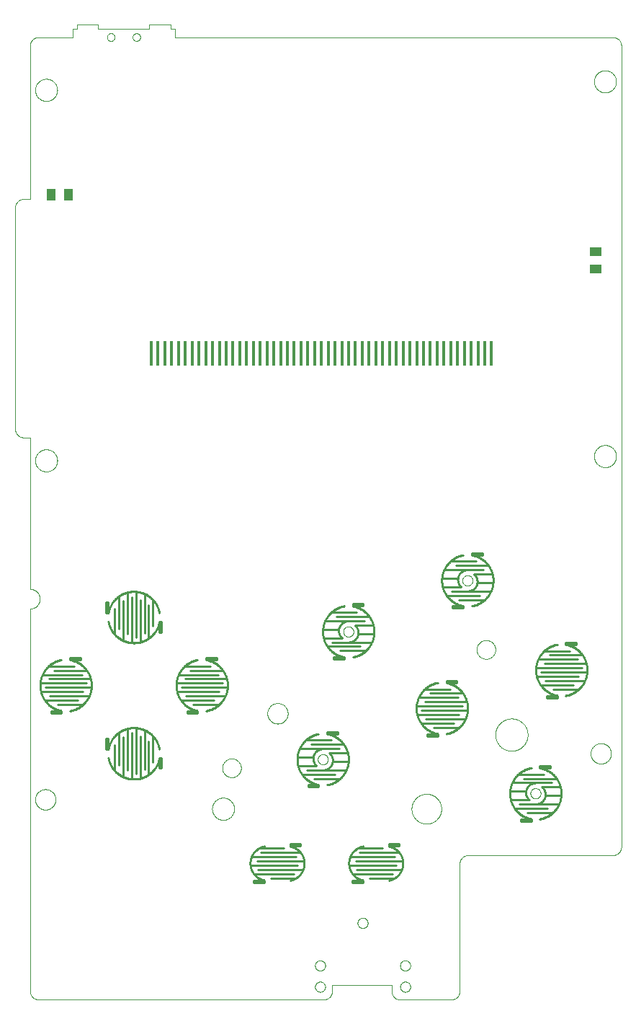
<source format=gtp>
G75*
%MOIN*%
%OFA0B0*%
%FSLAX25Y25*%
%IPPOS*%
%LPD*%
%AMOC8*
5,1,8,0,0,1.08239X$1,22.5*
%
%ADD10C,0.00000*%
%ADD11C,0.00039*%
%ADD12R,0.05512X0.04331*%
%ADD13C,0.01000*%
%ADD14R,0.04331X0.05512*%
%ADD15R,0.01575X0.11811*%
D10*
X0020725Y0023079D02*
X0020725Y0199850D01*
X0020858Y0199852D01*
X0020991Y0199858D01*
X0021123Y0199868D01*
X0021256Y0199881D01*
X0021387Y0199899D01*
X0021519Y0199920D01*
X0021649Y0199945D01*
X0021779Y0199974D01*
X0021908Y0200007D01*
X0022035Y0200044D01*
X0022162Y0200084D01*
X0022288Y0200128D01*
X0022412Y0200176D01*
X0022534Y0200227D01*
X0022655Y0200282D01*
X0022775Y0200341D01*
X0022892Y0200402D01*
X0023008Y0200468D01*
X0023122Y0200536D01*
X0023234Y0200608D01*
X0023343Y0200684D01*
X0023451Y0200762D01*
X0023556Y0200844D01*
X0023658Y0200928D01*
X0023758Y0201016D01*
X0023856Y0201106D01*
X0023950Y0201200D01*
X0024042Y0201296D01*
X0024131Y0201395D01*
X0024217Y0201496D01*
X0024300Y0201600D01*
X0024380Y0201706D01*
X0024457Y0201814D01*
X0024531Y0201925D01*
X0024601Y0202038D01*
X0024668Y0202152D01*
X0024732Y0202269D01*
X0024792Y0202388D01*
X0024849Y0202508D01*
X0024902Y0202630D01*
X0024951Y0202753D01*
X0024997Y0202878D01*
X0025040Y0203004D01*
X0025078Y0203131D01*
X0025113Y0203260D01*
X0025144Y0203389D01*
X0025171Y0203519D01*
X0025194Y0203650D01*
X0025214Y0203781D01*
X0025229Y0203914D01*
X0025241Y0204046D01*
X0025249Y0204179D01*
X0025253Y0204312D01*
X0025253Y0204444D01*
X0025249Y0204577D01*
X0025241Y0204710D01*
X0025229Y0204842D01*
X0025214Y0204975D01*
X0025194Y0205106D01*
X0025171Y0205237D01*
X0025144Y0205367D01*
X0025113Y0205496D01*
X0025078Y0205625D01*
X0025040Y0205752D01*
X0024997Y0205878D01*
X0024951Y0206003D01*
X0024902Y0206126D01*
X0024849Y0206248D01*
X0024792Y0206368D01*
X0024732Y0206487D01*
X0024668Y0206604D01*
X0024601Y0206718D01*
X0024531Y0206831D01*
X0024457Y0206942D01*
X0024380Y0207050D01*
X0024300Y0207156D01*
X0024217Y0207260D01*
X0024131Y0207361D01*
X0024042Y0207460D01*
X0023950Y0207556D01*
X0023856Y0207650D01*
X0023758Y0207740D01*
X0023658Y0207828D01*
X0023556Y0207912D01*
X0023451Y0207994D01*
X0023343Y0208072D01*
X0023234Y0208148D01*
X0023122Y0208220D01*
X0023008Y0208288D01*
X0022892Y0208354D01*
X0022775Y0208415D01*
X0022655Y0208474D01*
X0022534Y0208529D01*
X0022412Y0208580D01*
X0022288Y0208628D01*
X0022162Y0208672D01*
X0022035Y0208712D01*
X0021908Y0208749D01*
X0021779Y0208782D01*
X0021649Y0208811D01*
X0021519Y0208836D01*
X0021387Y0208857D01*
X0021256Y0208875D01*
X0021123Y0208888D01*
X0020991Y0208898D01*
X0020858Y0208904D01*
X0020725Y0208906D01*
X0020725Y0278984D01*
X0017772Y0278984D01*
X0017648Y0278986D01*
X0017525Y0278992D01*
X0017401Y0279001D01*
X0017279Y0279015D01*
X0017156Y0279032D01*
X0017034Y0279054D01*
X0016913Y0279079D01*
X0016793Y0279108D01*
X0016674Y0279140D01*
X0016555Y0279177D01*
X0016438Y0279217D01*
X0016323Y0279260D01*
X0016208Y0279308D01*
X0016096Y0279359D01*
X0015985Y0279413D01*
X0015875Y0279471D01*
X0015768Y0279532D01*
X0015662Y0279597D01*
X0015559Y0279665D01*
X0015458Y0279736D01*
X0015359Y0279810D01*
X0015262Y0279887D01*
X0015168Y0279968D01*
X0015077Y0280051D01*
X0014988Y0280137D01*
X0014902Y0280226D01*
X0014819Y0280317D01*
X0014738Y0280411D01*
X0014661Y0280508D01*
X0014587Y0280607D01*
X0014516Y0280708D01*
X0014448Y0280811D01*
X0014383Y0280917D01*
X0014322Y0281024D01*
X0014264Y0281134D01*
X0014210Y0281245D01*
X0014159Y0281357D01*
X0014111Y0281472D01*
X0014068Y0281587D01*
X0014028Y0281704D01*
X0013991Y0281823D01*
X0013959Y0281942D01*
X0013930Y0282062D01*
X0013905Y0282183D01*
X0013883Y0282305D01*
X0013866Y0282428D01*
X0013852Y0282550D01*
X0013843Y0282674D01*
X0013837Y0282797D01*
X0013835Y0282921D01*
X0013835Y0385283D01*
X0013837Y0385407D01*
X0013843Y0385530D01*
X0013852Y0385654D01*
X0013866Y0385776D01*
X0013883Y0385899D01*
X0013905Y0386021D01*
X0013930Y0386142D01*
X0013959Y0386262D01*
X0013991Y0386381D01*
X0014028Y0386500D01*
X0014068Y0386617D01*
X0014111Y0386732D01*
X0014159Y0386847D01*
X0014210Y0386959D01*
X0014264Y0387070D01*
X0014322Y0387180D01*
X0014383Y0387287D01*
X0014448Y0387393D01*
X0014516Y0387496D01*
X0014587Y0387597D01*
X0014661Y0387696D01*
X0014738Y0387793D01*
X0014819Y0387887D01*
X0014902Y0387978D01*
X0014988Y0388067D01*
X0015077Y0388153D01*
X0015168Y0388236D01*
X0015262Y0388317D01*
X0015359Y0388394D01*
X0015458Y0388468D01*
X0015559Y0388539D01*
X0015662Y0388607D01*
X0015768Y0388672D01*
X0015875Y0388733D01*
X0015985Y0388791D01*
X0016096Y0388845D01*
X0016208Y0388896D01*
X0016323Y0388944D01*
X0016438Y0388987D01*
X0016555Y0389027D01*
X0016674Y0389064D01*
X0016793Y0389096D01*
X0016913Y0389125D01*
X0017034Y0389150D01*
X0017156Y0389172D01*
X0017279Y0389189D01*
X0017401Y0389203D01*
X0017525Y0389212D01*
X0017648Y0389218D01*
X0017772Y0389220D01*
X0020725Y0389220D01*
X0020725Y0460087D01*
X0020727Y0460211D01*
X0020733Y0460334D01*
X0020742Y0460458D01*
X0020756Y0460580D01*
X0020773Y0460703D01*
X0020795Y0460825D01*
X0020820Y0460946D01*
X0020849Y0461066D01*
X0020881Y0461185D01*
X0020918Y0461304D01*
X0020958Y0461421D01*
X0021001Y0461536D01*
X0021049Y0461651D01*
X0021100Y0461763D01*
X0021154Y0461874D01*
X0021212Y0461984D01*
X0021273Y0462091D01*
X0021338Y0462197D01*
X0021406Y0462300D01*
X0021477Y0462401D01*
X0021551Y0462500D01*
X0021628Y0462597D01*
X0021709Y0462691D01*
X0021792Y0462782D01*
X0021878Y0462871D01*
X0021967Y0462957D01*
X0022058Y0463040D01*
X0022152Y0463121D01*
X0022249Y0463198D01*
X0022348Y0463272D01*
X0022449Y0463343D01*
X0022552Y0463411D01*
X0022658Y0463476D01*
X0022765Y0463537D01*
X0022875Y0463595D01*
X0022986Y0463649D01*
X0023098Y0463700D01*
X0023213Y0463748D01*
X0023328Y0463791D01*
X0023445Y0463831D01*
X0023564Y0463868D01*
X0023683Y0463900D01*
X0023803Y0463929D01*
X0023924Y0463954D01*
X0024046Y0463976D01*
X0024169Y0463993D01*
X0024291Y0464007D01*
X0024415Y0464016D01*
X0024538Y0464022D01*
X0024662Y0464024D01*
X0040410Y0464024D01*
X0040410Y0467961D01*
X0042379Y0467961D01*
X0042379Y0469929D01*
X0052221Y0469929D01*
X0052221Y0467961D01*
X0075843Y0467961D01*
X0075843Y0469929D01*
X0085686Y0469929D01*
X0085686Y0467961D01*
X0087654Y0467961D01*
X0087654Y0464024D01*
X0290410Y0464024D01*
X0290534Y0464022D01*
X0290657Y0464016D01*
X0290781Y0464007D01*
X0290903Y0463993D01*
X0291026Y0463976D01*
X0291148Y0463954D01*
X0291269Y0463929D01*
X0291389Y0463900D01*
X0291508Y0463868D01*
X0291627Y0463831D01*
X0291744Y0463791D01*
X0291859Y0463748D01*
X0291974Y0463700D01*
X0292086Y0463649D01*
X0292197Y0463595D01*
X0292307Y0463537D01*
X0292414Y0463476D01*
X0292520Y0463411D01*
X0292623Y0463343D01*
X0292724Y0463272D01*
X0292823Y0463198D01*
X0292920Y0463121D01*
X0293014Y0463040D01*
X0293105Y0462957D01*
X0293194Y0462871D01*
X0293280Y0462782D01*
X0293363Y0462691D01*
X0293444Y0462597D01*
X0293521Y0462500D01*
X0293595Y0462401D01*
X0293666Y0462300D01*
X0293734Y0462197D01*
X0293799Y0462091D01*
X0293860Y0461984D01*
X0293918Y0461874D01*
X0293972Y0461763D01*
X0294023Y0461651D01*
X0294071Y0461536D01*
X0294114Y0461421D01*
X0294154Y0461304D01*
X0294191Y0461185D01*
X0294223Y0461066D01*
X0294252Y0460946D01*
X0294277Y0460825D01*
X0294299Y0460703D01*
X0294316Y0460580D01*
X0294330Y0460458D01*
X0294339Y0460334D01*
X0294345Y0460211D01*
X0294347Y0460087D01*
X0294347Y0089811D01*
X0294345Y0089687D01*
X0294339Y0089564D01*
X0294330Y0089440D01*
X0294316Y0089318D01*
X0294299Y0089195D01*
X0294277Y0089073D01*
X0294252Y0088952D01*
X0294223Y0088832D01*
X0294191Y0088713D01*
X0294154Y0088594D01*
X0294114Y0088477D01*
X0294071Y0088362D01*
X0294023Y0088247D01*
X0293972Y0088135D01*
X0293918Y0088024D01*
X0293860Y0087914D01*
X0293799Y0087807D01*
X0293734Y0087701D01*
X0293666Y0087598D01*
X0293595Y0087497D01*
X0293521Y0087398D01*
X0293444Y0087301D01*
X0293363Y0087207D01*
X0293280Y0087116D01*
X0293194Y0087027D01*
X0293105Y0086941D01*
X0293014Y0086858D01*
X0292920Y0086777D01*
X0292823Y0086700D01*
X0292724Y0086626D01*
X0292623Y0086555D01*
X0292520Y0086487D01*
X0292414Y0086422D01*
X0292307Y0086361D01*
X0292197Y0086303D01*
X0292086Y0086249D01*
X0291974Y0086198D01*
X0291859Y0086150D01*
X0291744Y0086107D01*
X0291627Y0086067D01*
X0291508Y0086030D01*
X0291389Y0085998D01*
X0291269Y0085969D01*
X0291148Y0085944D01*
X0291026Y0085922D01*
X0290903Y0085905D01*
X0290781Y0085891D01*
X0290657Y0085882D01*
X0290534Y0085876D01*
X0290410Y0085874D01*
X0223481Y0085874D01*
X0223357Y0085872D01*
X0223234Y0085866D01*
X0223110Y0085857D01*
X0222988Y0085843D01*
X0222865Y0085826D01*
X0222743Y0085804D01*
X0222622Y0085779D01*
X0222502Y0085750D01*
X0222383Y0085718D01*
X0222264Y0085681D01*
X0222147Y0085641D01*
X0222032Y0085598D01*
X0221917Y0085550D01*
X0221805Y0085499D01*
X0221694Y0085445D01*
X0221584Y0085387D01*
X0221477Y0085326D01*
X0221371Y0085261D01*
X0221268Y0085193D01*
X0221167Y0085122D01*
X0221068Y0085048D01*
X0220971Y0084971D01*
X0220877Y0084890D01*
X0220786Y0084807D01*
X0220697Y0084721D01*
X0220611Y0084632D01*
X0220528Y0084541D01*
X0220447Y0084447D01*
X0220370Y0084350D01*
X0220296Y0084251D01*
X0220225Y0084150D01*
X0220157Y0084047D01*
X0220092Y0083941D01*
X0220031Y0083834D01*
X0219973Y0083724D01*
X0219919Y0083613D01*
X0219868Y0083501D01*
X0219820Y0083386D01*
X0219777Y0083271D01*
X0219737Y0083154D01*
X0219700Y0083035D01*
X0219668Y0082916D01*
X0219639Y0082796D01*
X0219614Y0082675D01*
X0219592Y0082553D01*
X0219575Y0082430D01*
X0219561Y0082308D01*
X0219552Y0082184D01*
X0219546Y0082061D01*
X0219544Y0081937D01*
X0219544Y0023079D01*
X0219542Y0022955D01*
X0219536Y0022832D01*
X0219527Y0022708D01*
X0219513Y0022586D01*
X0219496Y0022463D01*
X0219474Y0022341D01*
X0219449Y0022220D01*
X0219420Y0022100D01*
X0219388Y0021981D01*
X0219351Y0021862D01*
X0219311Y0021745D01*
X0219268Y0021630D01*
X0219220Y0021515D01*
X0219169Y0021403D01*
X0219115Y0021292D01*
X0219057Y0021182D01*
X0218996Y0021075D01*
X0218931Y0020969D01*
X0218863Y0020866D01*
X0218792Y0020765D01*
X0218718Y0020666D01*
X0218641Y0020569D01*
X0218560Y0020475D01*
X0218477Y0020384D01*
X0218391Y0020295D01*
X0218302Y0020209D01*
X0218211Y0020126D01*
X0218117Y0020045D01*
X0218020Y0019968D01*
X0217921Y0019894D01*
X0217820Y0019823D01*
X0217717Y0019755D01*
X0217611Y0019690D01*
X0217504Y0019629D01*
X0217394Y0019571D01*
X0217283Y0019517D01*
X0217171Y0019466D01*
X0217056Y0019418D01*
X0216941Y0019375D01*
X0216824Y0019335D01*
X0216705Y0019298D01*
X0216586Y0019266D01*
X0216466Y0019237D01*
X0216345Y0019212D01*
X0216223Y0019190D01*
X0216100Y0019173D01*
X0215978Y0019159D01*
X0215854Y0019150D01*
X0215731Y0019144D01*
X0215607Y0019142D01*
X0191985Y0019142D01*
X0191861Y0019144D01*
X0191738Y0019150D01*
X0191614Y0019159D01*
X0191492Y0019173D01*
X0191369Y0019190D01*
X0191247Y0019212D01*
X0191126Y0019237D01*
X0191006Y0019266D01*
X0190887Y0019298D01*
X0190768Y0019335D01*
X0190651Y0019375D01*
X0190536Y0019418D01*
X0190421Y0019466D01*
X0190309Y0019517D01*
X0190198Y0019571D01*
X0190088Y0019629D01*
X0189981Y0019690D01*
X0189875Y0019755D01*
X0189772Y0019823D01*
X0189671Y0019894D01*
X0189572Y0019968D01*
X0189475Y0020045D01*
X0189381Y0020126D01*
X0189290Y0020209D01*
X0189201Y0020295D01*
X0189115Y0020384D01*
X0189032Y0020475D01*
X0188951Y0020569D01*
X0188874Y0020666D01*
X0188800Y0020765D01*
X0188729Y0020866D01*
X0188661Y0020969D01*
X0188596Y0021075D01*
X0188535Y0021182D01*
X0188477Y0021292D01*
X0188423Y0021403D01*
X0188372Y0021515D01*
X0188324Y0021630D01*
X0188281Y0021745D01*
X0188241Y0021862D01*
X0188204Y0021981D01*
X0188172Y0022100D01*
X0188143Y0022220D01*
X0188118Y0022341D01*
X0188096Y0022463D01*
X0188079Y0022586D01*
X0188065Y0022708D01*
X0188056Y0022832D01*
X0188050Y0022955D01*
X0188048Y0023079D01*
X0188048Y0026031D01*
X0160489Y0026031D01*
X0160489Y0023079D01*
X0160487Y0022955D01*
X0160481Y0022832D01*
X0160472Y0022708D01*
X0160458Y0022586D01*
X0160441Y0022463D01*
X0160419Y0022341D01*
X0160394Y0022220D01*
X0160365Y0022100D01*
X0160333Y0021981D01*
X0160296Y0021862D01*
X0160256Y0021745D01*
X0160213Y0021630D01*
X0160165Y0021515D01*
X0160114Y0021403D01*
X0160060Y0021292D01*
X0160002Y0021182D01*
X0159941Y0021075D01*
X0159876Y0020969D01*
X0159808Y0020866D01*
X0159737Y0020765D01*
X0159663Y0020666D01*
X0159586Y0020569D01*
X0159505Y0020475D01*
X0159422Y0020384D01*
X0159336Y0020295D01*
X0159247Y0020209D01*
X0159156Y0020126D01*
X0159062Y0020045D01*
X0158965Y0019968D01*
X0158866Y0019894D01*
X0158765Y0019823D01*
X0158662Y0019755D01*
X0158556Y0019690D01*
X0158449Y0019629D01*
X0158339Y0019571D01*
X0158228Y0019517D01*
X0158116Y0019466D01*
X0158001Y0019418D01*
X0157886Y0019375D01*
X0157769Y0019335D01*
X0157650Y0019298D01*
X0157531Y0019266D01*
X0157411Y0019237D01*
X0157290Y0019212D01*
X0157168Y0019190D01*
X0157045Y0019173D01*
X0156923Y0019159D01*
X0156799Y0019150D01*
X0156676Y0019144D01*
X0156552Y0019142D01*
X0024662Y0019142D01*
X0024538Y0019144D01*
X0024415Y0019150D01*
X0024291Y0019159D01*
X0024169Y0019173D01*
X0024046Y0019190D01*
X0023924Y0019212D01*
X0023803Y0019237D01*
X0023683Y0019266D01*
X0023564Y0019298D01*
X0023445Y0019335D01*
X0023328Y0019375D01*
X0023213Y0019418D01*
X0023098Y0019466D01*
X0022986Y0019517D01*
X0022875Y0019571D01*
X0022765Y0019629D01*
X0022658Y0019690D01*
X0022552Y0019755D01*
X0022449Y0019823D01*
X0022348Y0019894D01*
X0022249Y0019968D01*
X0022152Y0020045D01*
X0022058Y0020126D01*
X0021967Y0020209D01*
X0021878Y0020295D01*
X0021792Y0020384D01*
X0021709Y0020475D01*
X0021628Y0020569D01*
X0021551Y0020666D01*
X0021477Y0020765D01*
X0021406Y0020866D01*
X0021338Y0020969D01*
X0021273Y0021075D01*
X0021212Y0021182D01*
X0021154Y0021292D01*
X0021100Y0021403D01*
X0021049Y0021515D01*
X0021001Y0021630D01*
X0020958Y0021745D01*
X0020918Y0021862D01*
X0020881Y0021981D01*
X0020849Y0022100D01*
X0020820Y0022220D01*
X0020795Y0022341D01*
X0020773Y0022463D01*
X0020756Y0022586D01*
X0020742Y0022708D01*
X0020733Y0022832D01*
X0020727Y0022955D01*
X0020725Y0023079D01*
X0152615Y0025047D02*
X0152617Y0025144D01*
X0152623Y0025241D01*
X0152633Y0025337D01*
X0152647Y0025433D01*
X0152665Y0025529D01*
X0152686Y0025623D01*
X0152712Y0025717D01*
X0152741Y0025809D01*
X0152775Y0025900D01*
X0152811Y0025990D01*
X0152852Y0026078D01*
X0152896Y0026164D01*
X0152944Y0026249D01*
X0152995Y0026331D01*
X0153049Y0026412D01*
X0153107Y0026490D01*
X0153168Y0026565D01*
X0153231Y0026638D01*
X0153298Y0026709D01*
X0153368Y0026776D01*
X0153440Y0026841D01*
X0153515Y0026902D01*
X0153593Y0026961D01*
X0153672Y0027016D01*
X0153754Y0027068D01*
X0153838Y0027116D01*
X0153924Y0027161D01*
X0154012Y0027203D01*
X0154101Y0027241D01*
X0154192Y0027275D01*
X0154284Y0027305D01*
X0154377Y0027332D01*
X0154472Y0027354D01*
X0154567Y0027373D01*
X0154663Y0027388D01*
X0154759Y0027399D01*
X0154856Y0027406D01*
X0154953Y0027409D01*
X0155050Y0027408D01*
X0155147Y0027403D01*
X0155243Y0027394D01*
X0155339Y0027381D01*
X0155435Y0027364D01*
X0155530Y0027343D01*
X0155623Y0027319D01*
X0155716Y0027290D01*
X0155808Y0027258D01*
X0155898Y0027222D01*
X0155986Y0027183D01*
X0156073Y0027139D01*
X0156158Y0027093D01*
X0156241Y0027042D01*
X0156322Y0026989D01*
X0156400Y0026932D01*
X0156477Y0026872D01*
X0156550Y0026809D01*
X0156621Y0026743D01*
X0156689Y0026674D01*
X0156755Y0026602D01*
X0156817Y0026528D01*
X0156876Y0026451D01*
X0156932Y0026372D01*
X0156985Y0026290D01*
X0157035Y0026207D01*
X0157080Y0026121D01*
X0157123Y0026034D01*
X0157162Y0025945D01*
X0157197Y0025855D01*
X0157228Y0025763D01*
X0157255Y0025670D01*
X0157279Y0025576D01*
X0157299Y0025481D01*
X0157315Y0025385D01*
X0157327Y0025289D01*
X0157335Y0025192D01*
X0157339Y0025095D01*
X0157339Y0024999D01*
X0157335Y0024902D01*
X0157327Y0024805D01*
X0157315Y0024709D01*
X0157299Y0024613D01*
X0157279Y0024518D01*
X0157255Y0024424D01*
X0157228Y0024331D01*
X0157197Y0024239D01*
X0157162Y0024149D01*
X0157123Y0024060D01*
X0157080Y0023973D01*
X0157035Y0023887D01*
X0156985Y0023804D01*
X0156932Y0023722D01*
X0156876Y0023643D01*
X0156817Y0023566D01*
X0156755Y0023492D01*
X0156689Y0023420D01*
X0156621Y0023351D01*
X0156550Y0023285D01*
X0156477Y0023222D01*
X0156400Y0023162D01*
X0156322Y0023105D01*
X0156241Y0023052D01*
X0156158Y0023001D01*
X0156073Y0022955D01*
X0155986Y0022911D01*
X0155898Y0022872D01*
X0155808Y0022836D01*
X0155716Y0022804D01*
X0155623Y0022775D01*
X0155530Y0022751D01*
X0155435Y0022730D01*
X0155339Y0022713D01*
X0155243Y0022700D01*
X0155147Y0022691D01*
X0155050Y0022686D01*
X0154953Y0022685D01*
X0154856Y0022688D01*
X0154759Y0022695D01*
X0154663Y0022706D01*
X0154567Y0022721D01*
X0154472Y0022740D01*
X0154377Y0022762D01*
X0154284Y0022789D01*
X0154192Y0022819D01*
X0154101Y0022853D01*
X0154012Y0022891D01*
X0153924Y0022933D01*
X0153838Y0022978D01*
X0153754Y0023026D01*
X0153672Y0023078D01*
X0153593Y0023133D01*
X0153515Y0023192D01*
X0153440Y0023253D01*
X0153368Y0023318D01*
X0153298Y0023385D01*
X0153231Y0023456D01*
X0153168Y0023529D01*
X0153107Y0023604D01*
X0153049Y0023682D01*
X0152995Y0023763D01*
X0152944Y0023845D01*
X0152896Y0023930D01*
X0152852Y0024016D01*
X0152811Y0024104D01*
X0152775Y0024194D01*
X0152741Y0024285D01*
X0152712Y0024377D01*
X0152686Y0024471D01*
X0152665Y0024565D01*
X0152647Y0024661D01*
X0152633Y0024757D01*
X0152623Y0024853D01*
X0152617Y0024950D01*
X0152615Y0025047D01*
X0152615Y0034890D02*
X0152617Y0034987D01*
X0152623Y0035084D01*
X0152633Y0035180D01*
X0152647Y0035276D01*
X0152665Y0035372D01*
X0152686Y0035466D01*
X0152712Y0035560D01*
X0152741Y0035652D01*
X0152775Y0035743D01*
X0152811Y0035833D01*
X0152852Y0035921D01*
X0152896Y0036007D01*
X0152944Y0036092D01*
X0152995Y0036174D01*
X0153049Y0036255D01*
X0153107Y0036333D01*
X0153168Y0036408D01*
X0153231Y0036481D01*
X0153298Y0036552D01*
X0153368Y0036619D01*
X0153440Y0036684D01*
X0153515Y0036745D01*
X0153593Y0036804D01*
X0153672Y0036859D01*
X0153754Y0036911D01*
X0153838Y0036959D01*
X0153924Y0037004D01*
X0154012Y0037046D01*
X0154101Y0037084D01*
X0154192Y0037118D01*
X0154284Y0037148D01*
X0154377Y0037175D01*
X0154472Y0037197D01*
X0154567Y0037216D01*
X0154663Y0037231D01*
X0154759Y0037242D01*
X0154856Y0037249D01*
X0154953Y0037252D01*
X0155050Y0037251D01*
X0155147Y0037246D01*
X0155243Y0037237D01*
X0155339Y0037224D01*
X0155435Y0037207D01*
X0155530Y0037186D01*
X0155623Y0037162D01*
X0155716Y0037133D01*
X0155808Y0037101D01*
X0155898Y0037065D01*
X0155986Y0037026D01*
X0156073Y0036982D01*
X0156158Y0036936D01*
X0156241Y0036885D01*
X0156322Y0036832D01*
X0156400Y0036775D01*
X0156477Y0036715D01*
X0156550Y0036652D01*
X0156621Y0036586D01*
X0156689Y0036517D01*
X0156755Y0036445D01*
X0156817Y0036371D01*
X0156876Y0036294D01*
X0156932Y0036215D01*
X0156985Y0036133D01*
X0157035Y0036050D01*
X0157080Y0035964D01*
X0157123Y0035877D01*
X0157162Y0035788D01*
X0157197Y0035698D01*
X0157228Y0035606D01*
X0157255Y0035513D01*
X0157279Y0035419D01*
X0157299Y0035324D01*
X0157315Y0035228D01*
X0157327Y0035132D01*
X0157335Y0035035D01*
X0157339Y0034938D01*
X0157339Y0034842D01*
X0157335Y0034745D01*
X0157327Y0034648D01*
X0157315Y0034552D01*
X0157299Y0034456D01*
X0157279Y0034361D01*
X0157255Y0034267D01*
X0157228Y0034174D01*
X0157197Y0034082D01*
X0157162Y0033992D01*
X0157123Y0033903D01*
X0157080Y0033816D01*
X0157035Y0033730D01*
X0156985Y0033647D01*
X0156932Y0033565D01*
X0156876Y0033486D01*
X0156817Y0033409D01*
X0156755Y0033335D01*
X0156689Y0033263D01*
X0156621Y0033194D01*
X0156550Y0033128D01*
X0156477Y0033065D01*
X0156400Y0033005D01*
X0156322Y0032948D01*
X0156241Y0032895D01*
X0156158Y0032844D01*
X0156073Y0032798D01*
X0155986Y0032754D01*
X0155898Y0032715D01*
X0155808Y0032679D01*
X0155716Y0032647D01*
X0155623Y0032618D01*
X0155530Y0032594D01*
X0155435Y0032573D01*
X0155339Y0032556D01*
X0155243Y0032543D01*
X0155147Y0032534D01*
X0155050Y0032529D01*
X0154953Y0032528D01*
X0154856Y0032531D01*
X0154759Y0032538D01*
X0154663Y0032549D01*
X0154567Y0032564D01*
X0154472Y0032583D01*
X0154377Y0032605D01*
X0154284Y0032632D01*
X0154192Y0032662D01*
X0154101Y0032696D01*
X0154012Y0032734D01*
X0153924Y0032776D01*
X0153838Y0032821D01*
X0153754Y0032869D01*
X0153672Y0032921D01*
X0153593Y0032976D01*
X0153515Y0033035D01*
X0153440Y0033096D01*
X0153368Y0033161D01*
X0153298Y0033228D01*
X0153231Y0033299D01*
X0153168Y0033372D01*
X0153107Y0033447D01*
X0153049Y0033525D01*
X0152995Y0033606D01*
X0152944Y0033688D01*
X0152896Y0033773D01*
X0152852Y0033859D01*
X0152811Y0033947D01*
X0152775Y0034037D01*
X0152741Y0034128D01*
X0152712Y0034220D01*
X0152686Y0034314D01*
X0152665Y0034408D01*
X0152647Y0034504D01*
X0152633Y0034600D01*
X0152623Y0034696D01*
X0152617Y0034793D01*
X0152615Y0034890D01*
X0172300Y0054575D02*
X0172302Y0054672D01*
X0172308Y0054769D01*
X0172318Y0054865D01*
X0172332Y0054961D01*
X0172350Y0055057D01*
X0172371Y0055151D01*
X0172397Y0055245D01*
X0172426Y0055337D01*
X0172460Y0055428D01*
X0172496Y0055518D01*
X0172537Y0055606D01*
X0172581Y0055692D01*
X0172629Y0055777D01*
X0172680Y0055859D01*
X0172734Y0055940D01*
X0172792Y0056018D01*
X0172853Y0056093D01*
X0172916Y0056166D01*
X0172983Y0056237D01*
X0173053Y0056304D01*
X0173125Y0056369D01*
X0173200Y0056430D01*
X0173278Y0056489D01*
X0173357Y0056544D01*
X0173439Y0056596D01*
X0173523Y0056644D01*
X0173609Y0056689D01*
X0173697Y0056731D01*
X0173786Y0056769D01*
X0173877Y0056803D01*
X0173969Y0056833D01*
X0174062Y0056860D01*
X0174157Y0056882D01*
X0174252Y0056901D01*
X0174348Y0056916D01*
X0174444Y0056927D01*
X0174541Y0056934D01*
X0174638Y0056937D01*
X0174735Y0056936D01*
X0174832Y0056931D01*
X0174928Y0056922D01*
X0175024Y0056909D01*
X0175120Y0056892D01*
X0175215Y0056871D01*
X0175308Y0056847D01*
X0175401Y0056818D01*
X0175493Y0056786D01*
X0175583Y0056750D01*
X0175671Y0056711D01*
X0175758Y0056667D01*
X0175843Y0056621D01*
X0175926Y0056570D01*
X0176007Y0056517D01*
X0176085Y0056460D01*
X0176162Y0056400D01*
X0176235Y0056337D01*
X0176306Y0056271D01*
X0176374Y0056202D01*
X0176440Y0056130D01*
X0176502Y0056056D01*
X0176561Y0055979D01*
X0176617Y0055900D01*
X0176670Y0055818D01*
X0176720Y0055735D01*
X0176765Y0055649D01*
X0176808Y0055562D01*
X0176847Y0055473D01*
X0176882Y0055383D01*
X0176913Y0055291D01*
X0176940Y0055198D01*
X0176964Y0055104D01*
X0176984Y0055009D01*
X0177000Y0054913D01*
X0177012Y0054817D01*
X0177020Y0054720D01*
X0177024Y0054623D01*
X0177024Y0054527D01*
X0177020Y0054430D01*
X0177012Y0054333D01*
X0177000Y0054237D01*
X0176984Y0054141D01*
X0176964Y0054046D01*
X0176940Y0053952D01*
X0176913Y0053859D01*
X0176882Y0053767D01*
X0176847Y0053677D01*
X0176808Y0053588D01*
X0176765Y0053501D01*
X0176720Y0053415D01*
X0176670Y0053332D01*
X0176617Y0053250D01*
X0176561Y0053171D01*
X0176502Y0053094D01*
X0176440Y0053020D01*
X0176374Y0052948D01*
X0176306Y0052879D01*
X0176235Y0052813D01*
X0176162Y0052750D01*
X0176085Y0052690D01*
X0176007Y0052633D01*
X0175926Y0052580D01*
X0175843Y0052529D01*
X0175758Y0052483D01*
X0175671Y0052439D01*
X0175583Y0052400D01*
X0175493Y0052364D01*
X0175401Y0052332D01*
X0175308Y0052303D01*
X0175215Y0052279D01*
X0175120Y0052258D01*
X0175024Y0052241D01*
X0174928Y0052228D01*
X0174832Y0052219D01*
X0174735Y0052214D01*
X0174638Y0052213D01*
X0174541Y0052216D01*
X0174444Y0052223D01*
X0174348Y0052234D01*
X0174252Y0052249D01*
X0174157Y0052268D01*
X0174062Y0052290D01*
X0173969Y0052317D01*
X0173877Y0052347D01*
X0173786Y0052381D01*
X0173697Y0052419D01*
X0173609Y0052461D01*
X0173523Y0052506D01*
X0173439Y0052554D01*
X0173357Y0052606D01*
X0173278Y0052661D01*
X0173200Y0052720D01*
X0173125Y0052781D01*
X0173053Y0052846D01*
X0172983Y0052913D01*
X0172916Y0052984D01*
X0172853Y0053057D01*
X0172792Y0053132D01*
X0172734Y0053210D01*
X0172680Y0053291D01*
X0172629Y0053373D01*
X0172581Y0053458D01*
X0172537Y0053544D01*
X0172496Y0053632D01*
X0172460Y0053722D01*
X0172426Y0053813D01*
X0172397Y0053905D01*
X0172371Y0053999D01*
X0172350Y0054093D01*
X0172332Y0054189D01*
X0172318Y0054285D01*
X0172308Y0054381D01*
X0172302Y0054478D01*
X0172300Y0054575D01*
X0191985Y0034890D02*
X0191987Y0034987D01*
X0191993Y0035084D01*
X0192003Y0035180D01*
X0192017Y0035276D01*
X0192035Y0035372D01*
X0192056Y0035466D01*
X0192082Y0035560D01*
X0192111Y0035652D01*
X0192145Y0035743D01*
X0192181Y0035833D01*
X0192222Y0035921D01*
X0192266Y0036007D01*
X0192314Y0036092D01*
X0192365Y0036174D01*
X0192419Y0036255D01*
X0192477Y0036333D01*
X0192538Y0036408D01*
X0192601Y0036481D01*
X0192668Y0036552D01*
X0192738Y0036619D01*
X0192810Y0036684D01*
X0192885Y0036745D01*
X0192963Y0036804D01*
X0193042Y0036859D01*
X0193124Y0036911D01*
X0193208Y0036959D01*
X0193294Y0037004D01*
X0193382Y0037046D01*
X0193471Y0037084D01*
X0193562Y0037118D01*
X0193654Y0037148D01*
X0193747Y0037175D01*
X0193842Y0037197D01*
X0193937Y0037216D01*
X0194033Y0037231D01*
X0194129Y0037242D01*
X0194226Y0037249D01*
X0194323Y0037252D01*
X0194420Y0037251D01*
X0194517Y0037246D01*
X0194613Y0037237D01*
X0194709Y0037224D01*
X0194805Y0037207D01*
X0194900Y0037186D01*
X0194993Y0037162D01*
X0195086Y0037133D01*
X0195178Y0037101D01*
X0195268Y0037065D01*
X0195356Y0037026D01*
X0195443Y0036982D01*
X0195528Y0036936D01*
X0195611Y0036885D01*
X0195692Y0036832D01*
X0195770Y0036775D01*
X0195847Y0036715D01*
X0195920Y0036652D01*
X0195991Y0036586D01*
X0196059Y0036517D01*
X0196125Y0036445D01*
X0196187Y0036371D01*
X0196246Y0036294D01*
X0196302Y0036215D01*
X0196355Y0036133D01*
X0196405Y0036050D01*
X0196450Y0035964D01*
X0196493Y0035877D01*
X0196532Y0035788D01*
X0196567Y0035698D01*
X0196598Y0035606D01*
X0196625Y0035513D01*
X0196649Y0035419D01*
X0196669Y0035324D01*
X0196685Y0035228D01*
X0196697Y0035132D01*
X0196705Y0035035D01*
X0196709Y0034938D01*
X0196709Y0034842D01*
X0196705Y0034745D01*
X0196697Y0034648D01*
X0196685Y0034552D01*
X0196669Y0034456D01*
X0196649Y0034361D01*
X0196625Y0034267D01*
X0196598Y0034174D01*
X0196567Y0034082D01*
X0196532Y0033992D01*
X0196493Y0033903D01*
X0196450Y0033816D01*
X0196405Y0033730D01*
X0196355Y0033647D01*
X0196302Y0033565D01*
X0196246Y0033486D01*
X0196187Y0033409D01*
X0196125Y0033335D01*
X0196059Y0033263D01*
X0195991Y0033194D01*
X0195920Y0033128D01*
X0195847Y0033065D01*
X0195770Y0033005D01*
X0195692Y0032948D01*
X0195611Y0032895D01*
X0195528Y0032844D01*
X0195443Y0032798D01*
X0195356Y0032754D01*
X0195268Y0032715D01*
X0195178Y0032679D01*
X0195086Y0032647D01*
X0194993Y0032618D01*
X0194900Y0032594D01*
X0194805Y0032573D01*
X0194709Y0032556D01*
X0194613Y0032543D01*
X0194517Y0032534D01*
X0194420Y0032529D01*
X0194323Y0032528D01*
X0194226Y0032531D01*
X0194129Y0032538D01*
X0194033Y0032549D01*
X0193937Y0032564D01*
X0193842Y0032583D01*
X0193747Y0032605D01*
X0193654Y0032632D01*
X0193562Y0032662D01*
X0193471Y0032696D01*
X0193382Y0032734D01*
X0193294Y0032776D01*
X0193208Y0032821D01*
X0193124Y0032869D01*
X0193042Y0032921D01*
X0192963Y0032976D01*
X0192885Y0033035D01*
X0192810Y0033096D01*
X0192738Y0033161D01*
X0192668Y0033228D01*
X0192601Y0033299D01*
X0192538Y0033372D01*
X0192477Y0033447D01*
X0192419Y0033525D01*
X0192365Y0033606D01*
X0192314Y0033688D01*
X0192266Y0033773D01*
X0192222Y0033859D01*
X0192181Y0033947D01*
X0192145Y0034037D01*
X0192111Y0034128D01*
X0192082Y0034220D01*
X0192056Y0034314D01*
X0192035Y0034408D01*
X0192017Y0034504D01*
X0192003Y0034600D01*
X0191993Y0034696D01*
X0191987Y0034793D01*
X0191985Y0034890D01*
X0191985Y0025047D02*
X0191987Y0025144D01*
X0191993Y0025241D01*
X0192003Y0025337D01*
X0192017Y0025433D01*
X0192035Y0025529D01*
X0192056Y0025623D01*
X0192082Y0025717D01*
X0192111Y0025809D01*
X0192145Y0025900D01*
X0192181Y0025990D01*
X0192222Y0026078D01*
X0192266Y0026164D01*
X0192314Y0026249D01*
X0192365Y0026331D01*
X0192419Y0026412D01*
X0192477Y0026490D01*
X0192538Y0026565D01*
X0192601Y0026638D01*
X0192668Y0026709D01*
X0192738Y0026776D01*
X0192810Y0026841D01*
X0192885Y0026902D01*
X0192963Y0026961D01*
X0193042Y0027016D01*
X0193124Y0027068D01*
X0193208Y0027116D01*
X0193294Y0027161D01*
X0193382Y0027203D01*
X0193471Y0027241D01*
X0193562Y0027275D01*
X0193654Y0027305D01*
X0193747Y0027332D01*
X0193842Y0027354D01*
X0193937Y0027373D01*
X0194033Y0027388D01*
X0194129Y0027399D01*
X0194226Y0027406D01*
X0194323Y0027409D01*
X0194420Y0027408D01*
X0194517Y0027403D01*
X0194613Y0027394D01*
X0194709Y0027381D01*
X0194805Y0027364D01*
X0194900Y0027343D01*
X0194993Y0027319D01*
X0195086Y0027290D01*
X0195178Y0027258D01*
X0195268Y0027222D01*
X0195356Y0027183D01*
X0195443Y0027139D01*
X0195528Y0027093D01*
X0195611Y0027042D01*
X0195692Y0026989D01*
X0195770Y0026932D01*
X0195847Y0026872D01*
X0195920Y0026809D01*
X0195991Y0026743D01*
X0196059Y0026674D01*
X0196125Y0026602D01*
X0196187Y0026528D01*
X0196246Y0026451D01*
X0196302Y0026372D01*
X0196355Y0026290D01*
X0196405Y0026207D01*
X0196450Y0026121D01*
X0196493Y0026034D01*
X0196532Y0025945D01*
X0196567Y0025855D01*
X0196598Y0025763D01*
X0196625Y0025670D01*
X0196649Y0025576D01*
X0196669Y0025481D01*
X0196685Y0025385D01*
X0196697Y0025289D01*
X0196705Y0025192D01*
X0196709Y0025095D01*
X0196709Y0024999D01*
X0196705Y0024902D01*
X0196697Y0024805D01*
X0196685Y0024709D01*
X0196669Y0024613D01*
X0196649Y0024518D01*
X0196625Y0024424D01*
X0196598Y0024331D01*
X0196567Y0024239D01*
X0196532Y0024149D01*
X0196493Y0024060D01*
X0196450Y0023973D01*
X0196405Y0023887D01*
X0196355Y0023804D01*
X0196302Y0023722D01*
X0196246Y0023643D01*
X0196187Y0023566D01*
X0196125Y0023492D01*
X0196059Y0023420D01*
X0195991Y0023351D01*
X0195920Y0023285D01*
X0195847Y0023222D01*
X0195770Y0023162D01*
X0195692Y0023105D01*
X0195611Y0023052D01*
X0195528Y0023001D01*
X0195443Y0022955D01*
X0195356Y0022911D01*
X0195268Y0022872D01*
X0195178Y0022836D01*
X0195086Y0022804D01*
X0194993Y0022775D01*
X0194900Y0022751D01*
X0194805Y0022730D01*
X0194709Y0022713D01*
X0194613Y0022700D01*
X0194517Y0022691D01*
X0194420Y0022686D01*
X0194323Y0022685D01*
X0194226Y0022688D01*
X0194129Y0022695D01*
X0194033Y0022706D01*
X0193937Y0022721D01*
X0193842Y0022740D01*
X0193747Y0022762D01*
X0193654Y0022789D01*
X0193562Y0022819D01*
X0193471Y0022853D01*
X0193382Y0022891D01*
X0193294Y0022933D01*
X0193208Y0022978D01*
X0193124Y0023026D01*
X0193042Y0023078D01*
X0192963Y0023133D01*
X0192885Y0023192D01*
X0192810Y0023253D01*
X0192738Y0023318D01*
X0192668Y0023385D01*
X0192601Y0023456D01*
X0192538Y0023529D01*
X0192477Y0023604D01*
X0192419Y0023682D01*
X0192365Y0023763D01*
X0192314Y0023845D01*
X0192266Y0023930D01*
X0192222Y0024016D01*
X0192181Y0024104D01*
X0192145Y0024194D01*
X0192111Y0024285D01*
X0192082Y0024377D01*
X0192056Y0024471D01*
X0192035Y0024565D01*
X0192017Y0024661D01*
X0192003Y0024757D01*
X0191993Y0024853D01*
X0191987Y0024950D01*
X0191985Y0025047D01*
X0252300Y0114457D02*
X0252302Y0114554D01*
X0252308Y0114651D01*
X0252318Y0114747D01*
X0252332Y0114843D01*
X0252350Y0114939D01*
X0252371Y0115033D01*
X0252397Y0115127D01*
X0252426Y0115219D01*
X0252460Y0115310D01*
X0252496Y0115400D01*
X0252537Y0115488D01*
X0252581Y0115574D01*
X0252629Y0115659D01*
X0252680Y0115741D01*
X0252734Y0115822D01*
X0252792Y0115900D01*
X0252853Y0115975D01*
X0252916Y0116048D01*
X0252983Y0116119D01*
X0253053Y0116186D01*
X0253125Y0116251D01*
X0253200Y0116312D01*
X0253278Y0116371D01*
X0253357Y0116426D01*
X0253439Y0116478D01*
X0253523Y0116526D01*
X0253609Y0116571D01*
X0253697Y0116613D01*
X0253786Y0116651D01*
X0253877Y0116685D01*
X0253969Y0116715D01*
X0254062Y0116742D01*
X0254157Y0116764D01*
X0254252Y0116783D01*
X0254348Y0116798D01*
X0254444Y0116809D01*
X0254541Y0116816D01*
X0254638Y0116819D01*
X0254735Y0116818D01*
X0254832Y0116813D01*
X0254928Y0116804D01*
X0255024Y0116791D01*
X0255120Y0116774D01*
X0255215Y0116753D01*
X0255308Y0116729D01*
X0255401Y0116700D01*
X0255493Y0116668D01*
X0255583Y0116632D01*
X0255671Y0116593D01*
X0255758Y0116549D01*
X0255843Y0116503D01*
X0255926Y0116452D01*
X0256007Y0116399D01*
X0256085Y0116342D01*
X0256162Y0116282D01*
X0256235Y0116219D01*
X0256306Y0116153D01*
X0256374Y0116084D01*
X0256440Y0116012D01*
X0256502Y0115938D01*
X0256561Y0115861D01*
X0256617Y0115782D01*
X0256670Y0115700D01*
X0256720Y0115617D01*
X0256765Y0115531D01*
X0256808Y0115444D01*
X0256847Y0115355D01*
X0256882Y0115265D01*
X0256913Y0115173D01*
X0256940Y0115080D01*
X0256964Y0114986D01*
X0256984Y0114891D01*
X0257000Y0114795D01*
X0257012Y0114699D01*
X0257020Y0114602D01*
X0257024Y0114505D01*
X0257024Y0114409D01*
X0257020Y0114312D01*
X0257012Y0114215D01*
X0257000Y0114119D01*
X0256984Y0114023D01*
X0256964Y0113928D01*
X0256940Y0113834D01*
X0256913Y0113741D01*
X0256882Y0113649D01*
X0256847Y0113559D01*
X0256808Y0113470D01*
X0256765Y0113383D01*
X0256720Y0113297D01*
X0256670Y0113214D01*
X0256617Y0113132D01*
X0256561Y0113053D01*
X0256502Y0112976D01*
X0256440Y0112902D01*
X0256374Y0112830D01*
X0256306Y0112761D01*
X0256235Y0112695D01*
X0256162Y0112632D01*
X0256085Y0112572D01*
X0256007Y0112515D01*
X0255926Y0112462D01*
X0255843Y0112411D01*
X0255758Y0112365D01*
X0255671Y0112321D01*
X0255583Y0112282D01*
X0255493Y0112246D01*
X0255401Y0112214D01*
X0255308Y0112185D01*
X0255215Y0112161D01*
X0255120Y0112140D01*
X0255024Y0112123D01*
X0254928Y0112110D01*
X0254832Y0112101D01*
X0254735Y0112096D01*
X0254638Y0112095D01*
X0254541Y0112098D01*
X0254444Y0112105D01*
X0254348Y0112116D01*
X0254252Y0112131D01*
X0254157Y0112150D01*
X0254062Y0112172D01*
X0253969Y0112199D01*
X0253877Y0112229D01*
X0253786Y0112263D01*
X0253697Y0112301D01*
X0253609Y0112343D01*
X0253523Y0112388D01*
X0253439Y0112436D01*
X0253357Y0112488D01*
X0253278Y0112543D01*
X0253200Y0112602D01*
X0253125Y0112663D01*
X0253053Y0112728D01*
X0252983Y0112795D01*
X0252916Y0112866D01*
X0252853Y0112939D01*
X0252792Y0113014D01*
X0252734Y0113092D01*
X0252680Y0113173D01*
X0252629Y0113255D01*
X0252581Y0113340D01*
X0252537Y0113426D01*
X0252496Y0113514D01*
X0252460Y0113604D01*
X0252426Y0113695D01*
X0252397Y0113787D01*
X0252371Y0113881D01*
X0252350Y0113975D01*
X0252332Y0114071D01*
X0252318Y0114167D01*
X0252308Y0114263D01*
X0252302Y0114360D01*
X0252300Y0114457D01*
X0220804Y0212882D02*
X0220806Y0212979D01*
X0220812Y0213076D01*
X0220822Y0213172D01*
X0220836Y0213268D01*
X0220854Y0213364D01*
X0220875Y0213458D01*
X0220901Y0213552D01*
X0220930Y0213644D01*
X0220964Y0213735D01*
X0221000Y0213825D01*
X0221041Y0213913D01*
X0221085Y0213999D01*
X0221133Y0214084D01*
X0221184Y0214166D01*
X0221238Y0214247D01*
X0221296Y0214325D01*
X0221357Y0214400D01*
X0221420Y0214473D01*
X0221487Y0214544D01*
X0221557Y0214611D01*
X0221629Y0214676D01*
X0221704Y0214737D01*
X0221782Y0214796D01*
X0221861Y0214851D01*
X0221943Y0214903D01*
X0222027Y0214951D01*
X0222113Y0214996D01*
X0222201Y0215038D01*
X0222290Y0215076D01*
X0222381Y0215110D01*
X0222473Y0215140D01*
X0222566Y0215167D01*
X0222661Y0215189D01*
X0222756Y0215208D01*
X0222852Y0215223D01*
X0222948Y0215234D01*
X0223045Y0215241D01*
X0223142Y0215244D01*
X0223239Y0215243D01*
X0223336Y0215238D01*
X0223432Y0215229D01*
X0223528Y0215216D01*
X0223624Y0215199D01*
X0223719Y0215178D01*
X0223812Y0215154D01*
X0223905Y0215125D01*
X0223997Y0215093D01*
X0224087Y0215057D01*
X0224175Y0215018D01*
X0224262Y0214974D01*
X0224347Y0214928D01*
X0224430Y0214877D01*
X0224511Y0214824D01*
X0224589Y0214767D01*
X0224666Y0214707D01*
X0224739Y0214644D01*
X0224810Y0214578D01*
X0224878Y0214509D01*
X0224944Y0214437D01*
X0225006Y0214363D01*
X0225065Y0214286D01*
X0225121Y0214207D01*
X0225174Y0214125D01*
X0225224Y0214042D01*
X0225269Y0213956D01*
X0225312Y0213869D01*
X0225351Y0213780D01*
X0225386Y0213690D01*
X0225417Y0213598D01*
X0225444Y0213505D01*
X0225468Y0213411D01*
X0225488Y0213316D01*
X0225504Y0213220D01*
X0225516Y0213124D01*
X0225524Y0213027D01*
X0225528Y0212930D01*
X0225528Y0212834D01*
X0225524Y0212737D01*
X0225516Y0212640D01*
X0225504Y0212544D01*
X0225488Y0212448D01*
X0225468Y0212353D01*
X0225444Y0212259D01*
X0225417Y0212166D01*
X0225386Y0212074D01*
X0225351Y0211984D01*
X0225312Y0211895D01*
X0225269Y0211808D01*
X0225224Y0211722D01*
X0225174Y0211639D01*
X0225121Y0211557D01*
X0225065Y0211478D01*
X0225006Y0211401D01*
X0224944Y0211327D01*
X0224878Y0211255D01*
X0224810Y0211186D01*
X0224739Y0211120D01*
X0224666Y0211057D01*
X0224589Y0210997D01*
X0224511Y0210940D01*
X0224430Y0210887D01*
X0224347Y0210836D01*
X0224262Y0210790D01*
X0224175Y0210746D01*
X0224087Y0210707D01*
X0223997Y0210671D01*
X0223905Y0210639D01*
X0223812Y0210610D01*
X0223719Y0210586D01*
X0223624Y0210565D01*
X0223528Y0210548D01*
X0223432Y0210535D01*
X0223336Y0210526D01*
X0223239Y0210521D01*
X0223142Y0210520D01*
X0223045Y0210523D01*
X0222948Y0210530D01*
X0222852Y0210541D01*
X0222756Y0210556D01*
X0222661Y0210575D01*
X0222566Y0210597D01*
X0222473Y0210624D01*
X0222381Y0210654D01*
X0222290Y0210688D01*
X0222201Y0210726D01*
X0222113Y0210768D01*
X0222027Y0210813D01*
X0221943Y0210861D01*
X0221861Y0210913D01*
X0221782Y0210968D01*
X0221704Y0211027D01*
X0221629Y0211088D01*
X0221557Y0211153D01*
X0221487Y0211220D01*
X0221420Y0211291D01*
X0221357Y0211364D01*
X0221296Y0211439D01*
X0221238Y0211517D01*
X0221184Y0211598D01*
X0221133Y0211680D01*
X0221085Y0211765D01*
X0221041Y0211851D01*
X0221000Y0211939D01*
X0220964Y0212029D01*
X0220930Y0212120D01*
X0220901Y0212212D01*
X0220875Y0212306D01*
X0220854Y0212400D01*
X0220836Y0212496D01*
X0220822Y0212592D01*
X0220812Y0212688D01*
X0220806Y0212785D01*
X0220804Y0212882D01*
X0165686Y0189260D02*
X0165688Y0189357D01*
X0165694Y0189454D01*
X0165704Y0189550D01*
X0165718Y0189646D01*
X0165736Y0189742D01*
X0165757Y0189836D01*
X0165783Y0189930D01*
X0165812Y0190022D01*
X0165846Y0190113D01*
X0165882Y0190203D01*
X0165923Y0190291D01*
X0165967Y0190377D01*
X0166015Y0190462D01*
X0166066Y0190544D01*
X0166120Y0190625D01*
X0166178Y0190703D01*
X0166239Y0190778D01*
X0166302Y0190851D01*
X0166369Y0190922D01*
X0166439Y0190989D01*
X0166511Y0191054D01*
X0166586Y0191115D01*
X0166664Y0191174D01*
X0166743Y0191229D01*
X0166825Y0191281D01*
X0166909Y0191329D01*
X0166995Y0191374D01*
X0167083Y0191416D01*
X0167172Y0191454D01*
X0167263Y0191488D01*
X0167355Y0191518D01*
X0167448Y0191545D01*
X0167543Y0191567D01*
X0167638Y0191586D01*
X0167734Y0191601D01*
X0167830Y0191612D01*
X0167927Y0191619D01*
X0168024Y0191622D01*
X0168121Y0191621D01*
X0168218Y0191616D01*
X0168314Y0191607D01*
X0168410Y0191594D01*
X0168506Y0191577D01*
X0168601Y0191556D01*
X0168694Y0191532D01*
X0168787Y0191503D01*
X0168879Y0191471D01*
X0168969Y0191435D01*
X0169057Y0191396D01*
X0169144Y0191352D01*
X0169229Y0191306D01*
X0169312Y0191255D01*
X0169393Y0191202D01*
X0169471Y0191145D01*
X0169548Y0191085D01*
X0169621Y0191022D01*
X0169692Y0190956D01*
X0169760Y0190887D01*
X0169826Y0190815D01*
X0169888Y0190741D01*
X0169947Y0190664D01*
X0170003Y0190585D01*
X0170056Y0190503D01*
X0170106Y0190420D01*
X0170151Y0190334D01*
X0170194Y0190247D01*
X0170233Y0190158D01*
X0170268Y0190068D01*
X0170299Y0189976D01*
X0170326Y0189883D01*
X0170350Y0189789D01*
X0170370Y0189694D01*
X0170386Y0189598D01*
X0170398Y0189502D01*
X0170406Y0189405D01*
X0170410Y0189308D01*
X0170410Y0189212D01*
X0170406Y0189115D01*
X0170398Y0189018D01*
X0170386Y0188922D01*
X0170370Y0188826D01*
X0170350Y0188731D01*
X0170326Y0188637D01*
X0170299Y0188544D01*
X0170268Y0188452D01*
X0170233Y0188362D01*
X0170194Y0188273D01*
X0170151Y0188186D01*
X0170106Y0188100D01*
X0170056Y0188017D01*
X0170003Y0187935D01*
X0169947Y0187856D01*
X0169888Y0187779D01*
X0169826Y0187705D01*
X0169760Y0187633D01*
X0169692Y0187564D01*
X0169621Y0187498D01*
X0169548Y0187435D01*
X0169471Y0187375D01*
X0169393Y0187318D01*
X0169312Y0187265D01*
X0169229Y0187214D01*
X0169144Y0187168D01*
X0169057Y0187124D01*
X0168969Y0187085D01*
X0168879Y0187049D01*
X0168787Y0187017D01*
X0168694Y0186988D01*
X0168601Y0186964D01*
X0168506Y0186943D01*
X0168410Y0186926D01*
X0168314Y0186913D01*
X0168218Y0186904D01*
X0168121Y0186899D01*
X0168024Y0186898D01*
X0167927Y0186901D01*
X0167830Y0186908D01*
X0167734Y0186919D01*
X0167638Y0186934D01*
X0167543Y0186953D01*
X0167448Y0186975D01*
X0167355Y0187002D01*
X0167263Y0187032D01*
X0167172Y0187066D01*
X0167083Y0187104D01*
X0166995Y0187146D01*
X0166909Y0187191D01*
X0166825Y0187239D01*
X0166743Y0187291D01*
X0166664Y0187346D01*
X0166586Y0187405D01*
X0166511Y0187466D01*
X0166439Y0187531D01*
X0166369Y0187598D01*
X0166302Y0187669D01*
X0166239Y0187742D01*
X0166178Y0187817D01*
X0166120Y0187895D01*
X0166066Y0187976D01*
X0166015Y0188058D01*
X0165967Y0188143D01*
X0165923Y0188229D01*
X0165882Y0188317D01*
X0165846Y0188407D01*
X0165812Y0188498D01*
X0165783Y0188590D01*
X0165757Y0188684D01*
X0165736Y0188778D01*
X0165718Y0188874D01*
X0165704Y0188970D01*
X0165694Y0189066D01*
X0165688Y0189163D01*
X0165686Y0189260D01*
X0153875Y0130205D02*
X0153877Y0130302D01*
X0153883Y0130399D01*
X0153893Y0130495D01*
X0153907Y0130591D01*
X0153925Y0130687D01*
X0153946Y0130781D01*
X0153972Y0130875D01*
X0154001Y0130967D01*
X0154035Y0131058D01*
X0154071Y0131148D01*
X0154112Y0131236D01*
X0154156Y0131322D01*
X0154204Y0131407D01*
X0154255Y0131489D01*
X0154309Y0131570D01*
X0154367Y0131648D01*
X0154428Y0131723D01*
X0154491Y0131796D01*
X0154558Y0131867D01*
X0154628Y0131934D01*
X0154700Y0131999D01*
X0154775Y0132060D01*
X0154853Y0132119D01*
X0154932Y0132174D01*
X0155014Y0132226D01*
X0155098Y0132274D01*
X0155184Y0132319D01*
X0155272Y0132361D01*
X0155361Y0132399D01*
X0155452Y0132433D01*
X0155544Y0132463D01*
X0155637Y0132490D01*
X0155732Y0132512D01*
X0155827Y0132531D01*
X0155923Y0132546D01*
X0156019Y0132557D01*
X0156116Y0132564D01*
X0156213Y0132567D01*
X0156310Y0132566D01*
X0156407Y0132561D01*
X0156503Y0132552D01*
X0156599Y0132539D01*
X0156695Y0132522D01*
X0156790Y0132501D01*
X0156883Y0132477D01*
X0156976Y0132448D01*
X0157068Y0132416D01*
X0157158Y0132380D01*
X0157246Y0132341D01*
X0157333Y0132297D01*
X0157418Y0132251D01*
X0157501Y0132200D01*
X0157582Y0132147D01*
X0157660Y0132090D01*
X0157737Y0132030D01*
X0157810Y0131967D01*
X0157881Y0131901D01*
X0157949Y0131832D01*
X0158015Y0131760D01*
X0158077Y0131686D01*
X0158136Y0131609D01*
X0158192Y0131530D01*
X0158245Y0131448D01*
X0158295Y0131365D01*
X0158340Y0131279D01*
X0158383Y0131192D01*
X0158422Y0131103D01*
X0158457Y0131013D01*
X0158488Y0130921D01*
X0158515Y0130828D01*
X0158539Y0130734D01*
X0158559Y0130639D01*
X0158575Y0130543D01*
X0158587Y0130447D01*
X0158595Y0130350D01*
X0158599Y0130253D01*
X0158599Y0130157D01*
X0158595Y0130060D01*
X0158587Y0129963D01*
X0158575Y0129867D01*
X0158559Y0129771D01*
X0158539Y0129676D01*
X0158515Y0129582D01*
X0158488Y0129489D01*
X0158457Y0129397D01*
X0158422Y0129307D01*
X0158383Y0129218D01*
X0158340Y0129131D01*
X0158295Y0129045D01*
X0158245Y0128962D01*
X0158192Y0128880D01*
X0158136Y0128801D01*
X0158077Y0128724D01*
X0158015Y0128650D01*
X0157949Y0128578D01*
X0157881Y0128509D01*
X0157810Y0128443D01*
X0157737Y0128380D01*
X0157660Y0128320D01*
X0157582Y0128263D01*
X0157501Y0128210D01*
X0157418Y0128159D01*
X0157333Y0128113D01*
X0157246Y0128069D01*
X0157158Y0128030D01*
X0157068Y0127994D01*
X0156976Y0127962D01*
X0156883Y0127933D01*
X0156790Y0127909D01*
X0156695Y0127888D01*
X0156599Y0127871D01*
X0156503Y0127858D01*
X0156407Y0127849D01*
X0156310Y0127844D01*
X0156213Y0127843D01*
X0156116Y0127846D01*
X0156019Y0127853D01*
X0155923Y0127864D01*
X0155827Y0127879D01*
X0155732Y0127898D01*
X0155637Y0127920D01*
X0155544Y0127947D01*
X0155452Y0127977D01*
X0155361Y0128011D01*
X0155272Y0128049D01*
X0155184Y0128091D01*
X0155098Y0128136D01*
X0155014Y0128184D01*
X0154932Y0128236D01*
X0154853Y0128291D01*
X0154775Y0128350D01*
X0154700Y0128411D01*
X0154628Y0128476D01*
X0154558Y0128543D01*
X0154491Y0128614D01*
X0154428Y0128687D01*
X0154367Y0128762D01*
X0154309Y0128840D01*
X0154255Y0128921D01*
X0154204Y0129003D01*
X0154156Y0129088D01*
X0154112Y0129174D01*
X0154071Y0129262D01*
X0154035Y0129352D01*
X0154001Y0129443D01*
X0153972Y0129535D01*
X0153946Y0129629D01*
X0153925Y0129723D01*
X0153907Y0129819D01*
X0153893Y0129915D01*
X0153883Y0130011D01*
X0153877Y0130108D01*
X0153875Y0130205D01*
X0068166Y0464024D02*
X0068168Y0464108D01*
X0068174Y0464191D01*
X0068184Y0464274D01*
X0068198Y0464357D01*
X0068215Y0464439D01*
X0068237Y0464520D01*
X0068262Y0464599D01*
X0068291Y0464678D01*
X0068324Y0464755D01*
X0068360Y0464830D01*
X0068400Y0464904D01*
X0068443Y0464976D01*
X0068490Y0465045D01*
X0068540Y0465112D01*
X0068593Y0465177D01*
X0068649Y0465239D01*
X0068707Y0465299D01*
X0068769Y0465356D01*
X0068833Y0465409D01*
X0068900Y0465460D01*
X0068969Y0465507D01*
X0069040Y0465552D01*
X0069113Y0465592D01*
X0069188Y0465629D01*
X0069265Y0465663D01*
X0069343Y0465693D01*
X0069422Y0465719D01*
X0069503Y0465742D01*
X0069585Y0465760D01*
X0069667Y0465775D01*
X0069750Y0465786D01*
X0069833Y0465793D01*
X0069917Y0465796D01*
X0070001Y0465795D01*
X0070084Y0465790D01*
X0070168Y0465781D01*
X0070250Y0465768D01*
X0070332Y0465752D01*
X0070413Y0465731D01*
X0070494Y0465707D01*
X0070572Y0465679D01*
X0070650Y0465647D01*
X0070726Y0465611D01*
X0070800Y0465572D01*
X0070872Y0465530D01*
X0070942Y0465484D01*
X0071010Y0465435D01*
X0071075Y0465383D01*
X0071138Y0465328D01*
X0071198Y0465270D01*
X0071256Y0465209D01*
X0071310Y0465145D01*
X0071362Y0465079D01*
X0071410Y0465011D01*
X0071455Y0464940D01*
X0071496Y0464867D01*
X0071535Y0464793D01*
X0071569Y0464717D01*
X0071600Y0464639D01*
X0071627Y0464560D01*
X0071651Y0464479D01*
X0071670Y0464398D01*
X0071686Y0464316D01*
X0071698Y0464233D01*
X0071706Y0464149D01*
X0071710Y0464066D01*
X0071710Y0463982D01*
X0071706Y0463899D01*
X0071698Y0463815D01*
X0071686Y0463732D01*
X0071670Y0463650D01*
X0071651Y0463569D01*
X0071627Y0463488D01*
X0071600Y0463409D01*
X0071569Y0463331D01*
X0071535Y0463255D01*
X0071496Y0463181D01*
X0071455Y0463108D01*
X0071410Y0463037D01*
X0071362Y0462969D01*
X0071310Y0462903D01*
X0071256Y0462839D01*
X0071198Y0462778D01*
X0071138Y0462720D01*
X0071075Y0462665D01*
X0071010Y0462613D01*
X0070942Y0462564D01*
X0070872Y0462518D01*
X0070800Y0462476D01*
X0070726Y0462437D01*
X0070650Y0462401D01*
X0070572Y0462369D01*
X0070494Y0462341D01*
X0070413Y0462317D01*
X0070332Y0462296D01*
X0070250Y0462280D01*
X0070168Y0462267D01*
X0070084Y0462258D01*
X0070001Y0462253D01*
X0069917Y0462252D01*
X0069833Y0462255D01*
X0069750Y0462262D01*
X0069667Y0462273D01*
X0069585Y0462288D01*
X0069503Y0462306D01*
X0069422Y0462329D01*
X0069343Y0462355D01*
X0069265Y0462385D01*
X0069188Y0462419D01*
X0069113Y0462456D01*
X0069040Y0462496D01*
X0068969Y0462541D01*
X0068900Y0462588D01*
X0068833Y0462639D01*
X0068769Y0462692D01*
X0068707Y0462749D01*
X0068649Y0462809D01*
X0068593Y0462871D01*
X0068540Y0462936D01*
X0068490Y0463003D01*
X0068443Y0463072D01*
X0068400Y0463144D01*
X0068360Y0463218D01*
X0068324Y0463293D01*
X0068291Y0463370D01*
X0068262Y0463449D01*
X0068237Y0463528D01*
X0068215Y0463609D01*
X0068198Y0463691D01*
X0068184Y0463774D01*
X0068174Y0463857D01*
X0068168Y0463940D01*
X0068166Y0464024D01*
X0056355Y0464024D02*
X0056357Y0464108D01*
X0056363Y0464191D01*
X0056373Y0464274D01*
X0056387Y0464357D01*
X0056404Y0464439D01*
X0056426Y0464520D01*
X0056451Y0464599D01*
X0056480Y0464678D01*
X0056513Y0464755D01*
X0056549Y0464830D01*
X0056589Y0464904D01*
X0056632Y0464976D01*
X0056679Y0465045D01*
X0056729Y0465112D01*
X0056782Y0465177D01*
X0056838Y0465239D01*
X0056896Y0465299D01*
X0056958Y0465356D01*
X0057022Y0465409D01*
X0057089Y0465460D01*
X0057158Y0465507D01*
X0057229Y0465552D01*
X0057302Y0465592D01*
X0057377Y0465629D01*
X0057454Y0465663D01*
X0057532Y0465693D01*
X0057611Y0465719D01*
X0057692Y0465742D01*
X0057774Y0465760D01*
X0057856Y0465775D01*
X0057939Y0465786D01*
X0058022Y0465793D01*
X0058106Y0465796D01*
X0058190Y0465795D01*
X0058273Y0465790D01*
X0058357Y0465781D01*
X0058439Y0465768D01*
X0058521Y0465752D01*
X0058602Y0465731D01*
X0058683Y0465707D01*
X0058761Y0465679D01*
X0058839Y0465647D01*
X0058915Y0465611D01*
X0058989Y0465572D01*
X0059061Y0465530D01*
X0059131Y0465484D01*
X0059199Y0465435D01*
X0059264Y0465383D01*
X0059327Y0465328D01*
X0059387Y0465270D01*
X0059445Y0465209D01*
X0059499Y0465145D01*
X0059551Y0465079D01*
X0059599Y0465011D01*
X0059644Y0464940D01*
X0059685Y0464867D01*
X0059724Y0464793D01*
X0059758Y0464717D01*
X0059789Y0464639D01*
X0059816Y0464560D01*
X0059840Y0464479D01*
X0059859Y0464398D01*
X0059875Y0464316D01*
X0059887Y0464233D01*
X0059895Y0464149D01*
X0059899Y0464066D01*
X0059899Y0463982D01*
X0059895Y0463899D01*
X0059887Y0463815D01*
X0059875Y0463732D01*
X0059859Y0463650D01*
X0059840Y0463569D01*
X0059816Y0463488D01*
X0059789Y0463409D01*
X0059758Y0463331D01*
X0059724Y0463255D01*
X0059685Y0463181D01*
X0059644Y0463108D01*
X0059599Y0463037D01*
X0059551Y0462969D01*
X0059499Y0462903D01*
X0059445Y0462839D01*
X0059387Y0462778D01*
X0059327Y0462720D01*
X0059264Y0462665D01*
X0059199Y0462613D01*
X0059131Y0462564D01*
X0059061Y0462518D01*
X0058989Y0462476D01*
X0058915Y0462437D01*
X0058839Y0462401D01*
X0058761Y0462369D01*
X0058683Y0462341D01*
X0058602Y0462317D01*
X0058521Y0462296D01*
X0058439Y0462280D01*
X0058357Y0462267D01*
X0058273Y0462258D01*
X0058190Y0462253D01*
X0058106Y0462252D01*
X0058022Y0462255D01*
X0057939Y0462262D01*
X0057856Y0462273D01*
X0057774Y0462288D01*
X0057692Y0462306D01*
X0057611Y0462329D01*
X0057532Y0462355D01*
X0057454Y0462385D01*
X0057377Y0462419D01*
X0057302Y0462456D01*
X0057229Y0462496D01*
X0057158Y0462541D01*
X0057089Y0462588D01*
X0057022Y0462639D01*
X0056958Y0462692D01*
X0056896Y0462749D01*
X0056838Y0462809D01*
X0056782Y0462871D01*
X0056729Y0462936D01*
X0056679Y0463003D01*
X0056632Y0463072D01*
X0056589Y0463144D01*
X0056549Y0463218D01*
X0056513Y0463293D01*
X0056480Y0463370D01*
X0056451Y0463449D01*
X0056426Y0463528D01*
X0056404Y0463609D01*
X0056387Y0463691D01*
X0056373Y0463774D01*
X0056363Y0463857D01*
X0056357Y0463940D01*
X0056355Y0464024D01*
D11*
X0023087Y0439614D02*
X0023089Y0439757D01*
X0023095Y0439900D01*
X0023105Y0440042D01*
X0023119Y0440184D01*
X0023137Y0440326D01*
X0023159Y0440468D01*
X0023184Y0440608D01*
X0023214Y0440748D01*
X0023248Y0440887D01*
X0023285Y0441025D01*
X0023327Y0441162D01*
X0023372Y0441297D01*
X0023421Y0441431D01*
X0023473Y0441564D01*
X0023529Y0441696D01*
X0023589Y0441825D01*
X0023653Y0441953D01*
X0023720Y0442080D01*
X0023791Y0442204D01*
X0023865Y0442326D01*
X0023942Y0442446D01*
X0024023Y0442564D01*
X0024107Y0442680D01*
X0024194Y0442793D01*
X0024284Y0442904D01*
X0024378Y0443012D01*
X0024474Y0443118D01*
X0024573Y0443220D01*
X0024676Y0443320D01*
X0024780Y0443417D01*
X0024888Y0443512D01*
X0024998Y0443603D01*
X0025111Y0443691D01*
X0025226Y0443775D01*
X0025343Y0443857D01*
X0025463Y0443935D01*
X0025584Y0444010D01*
X0025708Y0444082D01*
X0025834Y0444150D01*
X0025961Y0444214D01*
X0026091Y0444275D01*
X0026222Y0444332D01*
X0026354Y0444386D01*
X0026488Y0444435D01*
X0026623Y0444482D01*
X0026760Y0444524D01*
X0026898Y0444562D01*
X0027036Y0444597D01*
X0027176Y0444627D01*
X0027316Y0444654D01*
X0027457Y0444677D01*
X0027599Y0444696D01*
X0027741Y0444711D01*
X0027884Y0444722D01*
X0028026Y0444729D01*
X0028169Y0444732D01*
X0028312Y0444731D01*
X0028455Y0444726D01*
X0028598Y0444717D01*
X0028740Y0444704D01*
X0028882Y0444687D01*
X0029023Y0444666D01*
X0029164Y0444641D01*
X0029304Y0444613D01*
X0029443Y0444580D01*
X0029581Y0444543D01*
X0029718Y0444503D01*
X0029854Y0444459D01*
X0029989Y0444411D01*
X0030122Y0444359D01*
X0030254Y0444304D01*
X0030384Y0444245D01*
X0030513Y0444182D01*
X0030639Y0444116D01*
X0030764Y0444046D01*
X0030887Y0443973D01*
X0031007Y0443897D01*
X0031126Y0443817D01*
X0031242Y0443733D01*
X0031356Y0443647D01*
X0031467Y0443557D01*
X0031576Y0443465D01*
X0031682Y0443369D01*
X0031786Y0443271D01*
X0031887Y0443169D01*
X0031984Y0443065D01*
X0032079Y0442958D01*
X0032171Y0442849D01*
X0032260Y0442737D01*
X0032346Y0442622D01*
X0032428Y0442506D01*
X0032507Y0442386D01*
X0032583Y0442265D01*
X0032655Y0442142D01*
X0032724Y0442017D01*
X0032789Y0441890D01*
X0032851Y0441761D01*
X0032909Y0441630D01*
X0032964Y0441498D01*
X0033014Y0441364D01*
X0033061Y0441229D01*
X0033105Y0441093D01*
X0033144Y0440956D01*
X0033179Y0440817D01*
X0033211Y0440678D01*
X0033239Y0440538D01*
X0033263Y0440397D01*
X0033283Y0440255D01*
X0033299Y0440113D01*
X0033311Y0439971D01*
X0033319Y0439828D01*
X0033323Y0439685D01*
X0033323Y0439543D01*
X0033319Y0439400D01*
X0033311Y0439257D01*
X0033299Y0439115D01*
X0033283Y0438973D01*
X0033263Y0438831D01*
X0033239Y0438690D01*
X0033211Y0438550D01*
X0033179Y0438411D01*
X0033144Y0438272D01*
X0033105Y0438135D01*
X0033061Y0437999D01*
X0033014Y0437864D01*
X0032964Y0437730D01*
X0032909Y0437598D01*
X0032851Y0437467D01*
X0032789Y0437338D01*
X0032724Y0437211D01*
X0032655Y0437086D01*
X0032583Y0436963D01*
X0032507Y0436842D01*
X0032428Y0436722D01*
X0032346Y0436606D01*
X0032260Y0436491D01*
X0032171Y0436379D01*
X0032079Y0436270D01*
X0031984Y0436163D01*
X0031887Y0436059D01*
X0031786Y0435957D01*
X0031682Y0435859D01*
X0031576Y0435763D01*
X0031467Y0435671D01*
X0031356Y0435581D01*
X0031242Y0435495D01*
X0031126Y0435411D01*
X0031007Y0435331D01*
X0030887Y0435255D01*
X0030764Y0435182D01*
X0030639Y0435112D01*
X0030513Y0435046D01*
X0030384Y0434983D01*
X0030254Y0434924D01*
X0030122Y0434869D01*
X0029989Y0434817D01*
X0029854Y0434769D01*
X0029718Y0434725D01*
X0029581Y0434685D01*
X0029443Y0434648D01*
X0029304Y0434615D01*
X0029164Y0434587D01*
X0029023Y0434562D01*
X0028882Y0434541D01*
X0028740Y0434524D01*
X0028598Y0434511D01*
X0028455Y0434502D01*
X0028312Y0434497D01*
X0028169Y0434496D01*
X0028026Y0434499D01*
X0027884Y0434506D01*
X0027741Y0434517D01*
X0027599Y0434532D01*
X0027457Y0434551D01*
X0027316Y0434574D01*
X0027176Y0434601D01*
X0027036Y0434631D01*
X0026898Y0434666D01*
X0026760Y0434704D01*
X0026623Y0434746D01*
X0026488Y0434793D01*
X0026354Y0434842D01*
X0026222Y0434896D01*
X0026091Y0434953D01*
X0025961Y0435014D01*
X0025834Y0435078D01*
X0025708Y0435146D01*
X0025584Y0435218D01*
X0025463Y0435293D01*
X0025343Y0435371D01*
X0025226Y0435453D01*
X0025111Y0435537D01*
X0024998Y0435625D01*
X0024888Y0435716D01*
X0024780Y0435811D01*
X0024676Y0435908D01*
X0024573Y0436008D01*
X0024474Y0436110D01*
X0024378Y0436216D01*
X0024284Y0436324D01*
X0024194Y0436435D01*
X0024107Y0436548D01*
X0024023Y0436664D01*
X0023942Y0436782D01*
X0023865Y0436902D01*
X0023791Y0437024D01*
X0023720Y0437148D01*
X0023653Y0437275D01*
X0023589Y0437403D01*
X0023529Y0437532D01*
X0023473Y0437664D01*
X0023421Y0437797D01*
X0023372Y0437931D01*
X0023327Y0438066D01*
X0023285Y0438203D01*
X0023248Y0438341D01*
X0023214Y0438480D01*
X0023184Y0438620D01*
X0023159Y0438760D01*
X0023137Y0438902D01*
X0023119Y0439044D01*
X0023105Y0439186D01*
X0023095Y0439328D01*
X0023089Y0439471D01*
X0023087Y0439614D01*
X0023087Y0268354D02*
X0023089Y0268497D01*
X0023095Y0268640D01*
X0023105Y0268782D01*
X0023119Y0268924D01*
X0023137Y0269066D01*
X0023159Y0269208D01*
X0023184Y0269348D01*
X0023214Y0269488D01*
X0023248Y0269627D01*
X0023285Y0269765D01*
X0023327Y0269902D01*
X0023372Y0270037D01*
X0023421Y0270171D01*
X0023473Y0270304D01*
X0023529Y0270436D01*
X0023589Y0270565D01*
X0023653Y0270693D01*
X0023720Y0270820D01*
X0023791Y0270944D01*
X0023865Y0271066D01*
X0023942Y0271186D01*
X0024023Y0271304D01*
X0024107Y0271420D01*
X0024194Y0271533D01*
X0024284Y0271644D01*
X0024378Y0271752D01*
X0024474Y0271858D01*
X0024573Y0271960D01*
X0024676Y0272060D01*
X0024780Y0272157D01*
X0024888Y0272252D01*
X0024998Y0272343D01*
X0025111Y0272431D01*
X0025226Y0272515D01*
X0025343Y0272597D01*
X0025463Y0272675D01*
X0025584Y0272750D01*
X0025708Y0272822D01*
X0025834Y0272890D01*
X0025961Y0272954D01*
X0026091Y0273015D01*
X0026222Y0273072D01*
X0026354Y0273126D01*
X0026488Y0273175D01*
X0026623Y0273222D01*
X0026760Y0273264D01*
X0026898Y0273302D01*
X0027036Y0273337D01*
X0027176Y0273367D01*
X0027316Y0273394D01*
X0027457Y0273417D01*
X0027599Y0273436D01*
X0027741Y0273451D01*
X0027884Y0273462D01*
X0028026Y0273469D01*
X0028169Y0273472D01*
X0028312Y0273471D01*
X0028455Y0273466D01*
X0028598Y0273457D01*
X0028740Y0273444D01*
X0028882Y0273427D01*
X0029023Y0273406D01*
X0029164Y0273381D01*
X0029304Y0273353D01*
X0029443Y0273320D01*
X0029581Y0273283D01*
X0029718Y0273243D01*
X0029854Y0273199D01*
X0029989Y0273151D01*
X0030122Y0273099D01*
X0030254Y0273044D01*
X0030384Y0272985D01*
X0030513Y0272922D01*
X0030639Y0272856D01*
X0030764Y0272786D01*
X0030887Y0272713D01*
X0031007Y0272637D01*
X0031126Y0272557D01*
X0031242Y0272473D01*
X0031356Y0272387D01*
X0031467Y0272297D01*
X0031576Y0272205D01*
X0031682Y0272109D01*
X0031786Y0272011D01*
X0031887Y0271909D01*
X0031984Y0271805D01*
X0032079Y0271698D01*
X0032171Y0271589D01*
X0032260Y0271477D01*
X0032346Y0271362D01*
X0032428Y0271246D01*
X0032507Y0271126D01*
X0032583Y0271005D01*
X0032655Y0270882D01*
X0032724Y0270757D01*
X0032789Y0270630D01*
X0032851Y0270501D01*
X0032909Y0270370D01*
X0032964Y0270238D01*
X0033014Y0270104D01*
X0033061Y0269969D01*
X0033105Y0269833D01*
X0033144Y0269696D01*
X0033179Y0269557D01*
X0033211Y0269418D01*
X0033239Y0269278D01*
X0033263Y0269137D01*
X0033283Y0268995D01*
X0033299Y0268853D01*
X0033311Y0268711D01*
X0033319Y0268568D01*
X0033323Y0268425D01*
X0033323Y0268283D01*
X0033319Y0268140D01*
X0033311Y0267997D01*
X0033299Y0267855D01*
X0033283Y0267713D01*
X0033263Y0267571D01*
X0033239Y0267430D01*
X0033211Y0267290D01*
X0033179Y0267151D01*
X0033144Y0267012D01*
X0033105Y0266875D01*
X0033061Y0266739D01*
X0033014Y0266604D01*
X0032964Y0266470D01*
X0032909Y0266338D01*
X0032851Y0266207D01*
X0032789Y0266078D01*
X0032724Y0265951D01*
X0032655Y0265826D01*
X0032583Y0265703D01*
X0032507Y0265582D01*
X0032428Y0265462D01*
X0032346Y0265346D01*
X0032260Y0265231D01*
X0032171Y0265119D01*
X0032079Y0265010D01*
X0031984Y0264903D01*
X0031887Y0264799D01*
X0031786Y0264697D01*
X0031682Y0264599D01*
X0031576Y0264503D01*
X0031467Y0264411D01*
X0031356Y0264321D01*
X0031242Y0264235D01*
X0031126Y0264151D01*
X0031007Y0264071D01*
X0030887Y0263995D01*
X0030764Y0263922D01*
X0030639Y0263852D01*
X0030513Y0263786D01*
X0030384Y0263723D01*
X0030254Y0263664D01*
X0030122Y0263609D01*
X0029989Y0263557D01*
X0029854Y0263509D01*
X0029718Y0263465D01*
X0029581Y0263425D01*
X0029443Y0263388D01*
X0029304Y0263355D01*
X0029164Y0263327D01*
X0029023Y0263302D01*
X0028882Y0263281D01*
X0028740Y0263264D01*
X0028598Y0263251D01*
X0028455Y0263242D01*
X0028312Y0263237D01*
X0028169Y0263236D01*
X0028026Y0263239D01*
X0027884Y0263246D01*
X0027741Y0263257D01*
X0027599Y0263272D01*
X0027457Y0263291D01*
X0027316Y0263314D01*
X0027176Y0263341D01*
X0027036Y0263371D01*
X0026898Y0263406D01*
X0026760Y0263444D01*
X0026623Y0263486D01*
X0026488Y0263533D01*
X0026354Y0263582D01*
X0026222Y0263636D01*
X0026091Y0263693D01*
X0025961Y0263754D01*
X0025834Y0263818D01*
X0025708Y0263886D01*
X0025584Y0263958D01*
X0025463Y0264033D01*
X0025343Y0264111D01*
X0025226Y0264193D01*
X0025111Y0264277D01*
X0024998Y0264365D01*
X0024888Y0264456D01*
X0024780Y0264551D01*
X0024676Y0264648D01*
X0024573Y0264748D01*
X0024474Y0264850D01*
X0024378Y0264956D01*
X0024284Y0265064D01*
X0024194Y0265175D01*
X0024107Y0265288D01*
X0024023Y0265404D01*
X0023942Y0265522D01*
X0023865Y0265642D01*
X0023791Y0265764D01*
X0023720Y0265888D01*
X0023653Y0266015D01*
X0023589Y0266143D01*
X0023529Y0266272D01*
X0023473Y0266404D01*
X0023421Y0266537D01*
X0023372Y0266671D01*
X0023327Y0266806D01*
X0023285Y0266943D01*
X0023248Y0267081D01*
X0023214Y0267220D01*
X0023184Y0267360D01*
X0023159Y0267500D01*
X0023137Y0267642D01*
X0023119Y0267784D01*
X0023105Y0267926D01*
X0023095Y0268068D01*
X0023089Y0268211D01*
X0023087Y0268354D01*
X0109701Y0126228D02*
X0109703Y0126359D01*
X0109709Y0126491D01*
X0109719Y0126622D01*
X0109733Y0126753D01*
X0109751Y0126883D01*
X0109773Y0127012D01*
X0109798Y0127141D01*
X0109828Y0127269D01*
X0109862Y0127396D01*
X0109899Y0127523D01*
X0109940Y0127647D01*
X0109985Y0127771D01*
X0110034Y0127893D01*
X0110086Y0128014D01*
X0110142Y0128132D01*
X0110202Y0128250D01*
X0110265Y0128365D01*
X0110332Y0128478D01*
X0110402Y0128590D01*
X0110475Y0128699D01*
X0110551Y0128805D01*
X0110631Y0128910D01*
X0110714Y0129012D01*
X0110800Y0129111D01*
X0110889Y0129208D01*
X0110981Y0129302D01*
X0111076Y0129393D01*
X0111173Y0129482D01*
X0111273Y0129567D01*
X0111376Y0129649D01*
X0111481Y0129728D01*
X0111588Y0129804D01*
X0111698Y0129876D01*
X0111810Y0129945D01*
X0111924Y0130011D01*
X0112039Y0130073D01*
X0112157Y0130132D01*
X0112276Y0130187D01*
X0112397Y0130239D01*
X0112520Y0130286D01*
X0112644Y0130330D01*
X0112769Y0130371D01*
X0112895Y0130407D01*
X0113023Y0130440D01*
X0113151Y0130468D01*
X0113280Y0130493D01*
X0113410Y0130514D01*
X0113540Y0130531D01*
X0113671Y0130544D01*
X0113802Y0130553D01*
X0113933Y0130558D01*
X0114065Y0130559D01*
X0114196Y0130556D01*
X0114328Y0130549D01*
X0114459Y0130538D01*
X0114589Y0130523D01*
X0114719Y0130504D01*
X0114849Y0130481D01*
X0114977Y0130455D01*
X0115105Y0130424D01*
X0115232Y0130389D01*
X0115358Y0130351D01*
X0115482Y0130309D01*
X0115606Y0130263D01*
X0115727Y0130213D01*
X0115847Y0130160D01*
X0115966Y0130103D01*
X0116083Y0130043D01*
X0116197Y0129979D01*
X0116310Y0129911D01*
X0116421Y0129840D01*
X0116530Y0129766D01*
X0116636Y0129689D01*
X0116740Y0129608D01*
X0116841Y0129525D01*
X0116940Y0129438D01*
X0117036Y0129348D01*
X0117129Y0129255D01*
X0117220Y0129160D01*
X0117307Y0129062D01*
X0117392Y0128961D01*
X0117473Y0128858D01*
X0117551Y0128752D01*
X0117626Y0128644D01*
X0117698Y0128534D01*
X0117766Y0128422D01*
X0117831Y0128308D01*
X0117892Y0128191D01*
X0117950Y0128073D01*
X0118004Y0127953D01*
X0118055Y0127832D01*
X0118102Y0127709D01*
X0118145Y0127585D01*
X0118184Y0127460D01*
X0118220Y0127333D01*
X0118251Y0127205D01*
X0118279Y0127077D01*
X0118303Y0126948D01*
X0118323Y0126818D01*
X0118339Y0126687D01*
X0118351Y0126556D01*
X0118359Y0126425D01*
X0118363Y0126294D01*
X0118363Y0126162D01*
X0118359Y0126031D01*
X0118351Y0125900D01*
X0118339Y0125769D01*
X0118323Y0125638D01*
X0118303Y0125508D01*
X0118279Y0125379D01*
X0118251Y0125251D01*
X0118220Y0125123D01*
X0118184Y0124996D01*
X0118145Y0124871D01*
X0118102Y0124747D01*
X0118055Y0124624D01*
X0118004Y0124503D01*
X0117950Y0124383D01*
X0117892Y0124265D01*
X0117831Y0124148D01*
X0117766Y0124034D01*
X0117698Y0123922D01*
X0117626Y0123812D01*
X0117551Y0123704D01*
X0117473Y0123598D01*
X0117392Y0123495D01*
X0117307Y0123394D01*
X0117220Y0123296D01*
X0117129Y0123201D01*
X0117036Y0123108D01*
X0116940Y0123018D01*
X0116841Y0122931D01*
X0116740Y0122848D01*
X0116636Y0122767D01*
X0116530Y0122690D01*
X0116421Y0122616D01*
X0116310Y0122545D01*
X0116198Y0122477D01*
X0116083Y0122413D01*
X0115966Y0122353D01*
X0115847Y0122296D01*
X0115727Y0122243D01*
X0115606Y0122193D01*
X0115482Y0122147D01*
X0115358Y0122105D01*
X0115232Y0122067D01*
X0115105Y0122032D01*
X0114977Y0122001D01*
X0114849Y0121975D01*
X0114719Y0121952D01*
X0114589Y0121933D01*
X0114459Y0121918D01*
X0114328Y0121907D01*
X0114196Y0121900D01*
X0114065Y0121897D01*
X0113933Y0121898D01*
X0113802Y0121903D01*
X0113671Y0121912D01*
X0113540Y0121925D01*
X0113410Y0121942D01*
X0113280Y0121963D01*
X0113151Y0121988D01*
X0113023Y0122016D01*
X0112895Y0122049D01*
X0112769Y0122085D01*
X0112644Y0122126D01*
X0112520Y0122170D01*
X0112397Y0122217D01*
X0112276Y0122269D01*
X0112157Y0122324D01*
X0112039Y0122383D01*
X0111924Y0122445D01*
X0111810Y0122511D01*
X0111698Y0122580D01*
X0111588Y0122652D01*
X0111481Y0122728D01*
X0111376Y0122807D01*
X0111273Y0122889D01*
X0111173Y0122974D01*
X0111076Y0123063D01*
X0110981Y0123154D01*
X0110889Y0123248D01*
X0110800Y0123345D01*
X0110714Y0123444D01*
X0110631Y0123546D01*
X0110551Y0123651D01*
X0110475Y0123757D01*
X0110402Y0123866D01*
X0110332Y0123978D01*
X0110265Y0124091D01*
X0110202Y0124206D01*
X0110142Y0124324D01*
X0110086Y0124442D01*
X0110034Y0124563D01*
X0109985Y0124685D01*
X0109940Y0124809D01*
X0109899Y0124933D01*
X0109862Y0125060D01*
X0109828Y0125187D01*
X0109798Y0125315D01*
X0109773Y0125444D01*
X0109751Y0125573D01*
X0109733Y0125703D01*
X0109719Y0125834D01*
X0109709Y0125965D01*
X0109703Y0126097D01*
X0109701Y0126228D01*
X0104977Y0107331D02*
X0104979Y0107474D01*
X0104985Y0107617D01*
X0104995Y0107759D01*
X0105009Y0107901D01*
X0105027Y0108043D01*
X0105049Y0108185D01*
X0105074Y0108325D01*
X0105104Y0108465D01*
X0105138Y0108604D01*
X0105175Y0108742D01*
X0105217Y0108879D01*
X0105262Y0109014D01*
X0105311Y0109148D01*
X0105363Y0109281D01*
X0105419Y0109413D01*
X0105479Y0109542D01*
X0105543Y0109670D01*
X0105610Y0109797D01*
X0105681Y0109921D01*
X0105755Y0110043D01*
X0105832Y0110163D01*
X0105913Y0110281D01*
X0105997Y0110397D01*
X0106084Y0110510D01*
X0106174Y0110621D01*
X0106268Y0110729D01*
X0106364Y0110835D01*
X0106463Y0110937D01*
X0106566Y0111037D01*
X0106670Y0111134D01*
X0106778Y0111229D01*
X0106888Y0111320D01*
X0107001Y0111408D01*
X0107116Y0111492D01*
X0107233Y0111574D01*
X0107353Y0111652D01*
X0107474Y0111727D01*
X0107598Y0111799D01*
X0107724Y0111867D01*
X0107851Y0111931D01*
X0107981Y0111992D01*
X0108112Y0112049D01*
X0108244Y0112103D01*
X0108378Y0112152D01*
X0108513Y0112199D01*
X0108650Y0112241D01*
X0108788Y0112279D01*
X0108926Y0112314D01*
X0109066Y0112344D01*
X0109206Y0112371D01*
X0109347Y0112394D01*
X0109489Y0112413D01*
X0109631Y0112428D01*
X0109774Y0112439D01*
X0109916Y0112446D01*
X0110059Y0112449D01*
X0110202Y0112448D01*
X0110345Y0112443D01*
X0110488Y0112434D01*
X0110630Y0112421D01*
X0110772Y0112404D01*
X0110913Y0112383D01*
X0111054Y0112358D01*
X0111194Y0112330D01*
X0111333Y0112297D01*
X0111471Y0112260D01*
X0111608Y0112220D01*
X0111744Y0112176D01*
X0111879Y0112128D01*
X0112012Y0112076D01*
X0112144Y0112021D01*
X0112274Y0111962D01*
X0112403Y0111899D01*
X0112529Y0111833D01*
X0112654Y0111763D01*
X0112777Y0111690D01*
X0112897Y0111614D01*
X0113016Y0111534D01*
X0113132Y0111450D01*
X0113246Y0111364D01*
X0113357Y0111274D01*
X0113466Y0111182D01*
X0113572Y0111086D01*
X0113676Y0110988D01*
X0113777Y0110886D01*
X0113874Y0110782D01*
X0113969Y0110675D01*
X0114061Y0110566D01*
X0114150Y0110454D01*
X0114236Y0110339D01*
X0114318Y0110223D01*
X0114397Y0110103D01*
X0114473Y0109982D01*
X0114545Y0109859D01*
X0114614Y0109734D01*
X0114679Y0109607D01*
X0114741Y0109478D01*
X0114799Y0109347D01*
X0114854Y0109215D01*
X0114904Y0109081D01*
X0114951Y0108946D01*
X0114995Y0108810D01*
X0115034Y0108673D01*
X0115069Y0108534D01*
X0115101Y0108395D01*
X0115129Y0108255D01*
X0115153Y0108114D01*
X0115173Y0107972D01*
X0115189Y0107830D01*
X0115201Y0107688D01*
X0115209Y0107545D01*
X0115213Y0107402D01*
X0115213Y0107260D01*
X0115209Y0107117D01*
X0115201Y0106974D01*
X0115189Y0106832D01*
X0115173Y0106690D01*
X0115153Y0106548D01*
X0115129Y0106407D01*
X0115101Y0106267D01*
X0115069Y0106128D01*
X0115034Y0105989D01*
X0114995Y0105852D01*
X0114951Y0105716D01*
X0114904Y0105581D01*
X0114854Y0105447D01*
X0114799Y0105315D01*
X0114741Y0105184D01*
X0114679Y0105055D01*
X0114614Y0104928D01*
X0114545Y0104803D01*
X0114473Y0104680D01*
X0114397Y0104559D01*
X0114318Y0104439D01*
X0114236Y0104323D01*
X0114150Y0104208D01*
X0114061Y0104096D01*
X0113969Y0103987D01*
X0113874Y0103880D01*
X0113777Y0103776D01*
X0113676Y0103674D01*
X0113572Y0103576D01*
X0113466Y0103480D01*
X0113357Y0103388D01*
X0113246Y0103298D01*
X0113132Y0103212D01*
X0113016Y0103128D01*
X0112897Y0103048D01*
X0112777Y0102972D01*
X0112654Y0102899D01*
X0112529Y0102829D01*
X0112403Y0102763D01*
X0112274Y0102700D01*
X0112144Y0102641D01*
X0112012Y0102586D01*
X0111879Y0102534D01*
X0111744Y0102486D01*
X0111608Y0102442D01*
X0111471Y0102402D01*
X0111333Y0102365D01*
X0111194Y0102332D01*
X0111054Y0102304D01*
X0110913Y0102279D01*
X0110772Y0102258D01*
X0110630Y0102241D01*
X0110488Y0102228D01*
X0110345Y0102219D01*
X0110202Y0102214D01*
X0110059Y0102213D01*
X0109916Y0102216D01*
X0109774Y0102223D01*
X0109631Y0102234D01*
X0109489Y0102249D01*
X0109347Y0102268D01*
X0109206Y0102291D01*
X0109066Y0102318D01*
X0108926Y0102348D01*
X0108788Y0102383D01*
X0108650Y0102421D01*
X0108513Y0102463D01*
X0108378Y0102510D01*
X0108244Y0102559D01*
X0108112Y0102613D01*
X0107981Y0102670D01*
X0107851Y0102731D01*
X0107724Y0102795D01*
X0107598Y0102863D01*
X0107474Y0102935D01*
X0107353Y0103010D01*
X0107233Y0103088D01*
X0107116Y0103170D01*
X0107001Y0103254D01*
X0106888Y0103342D01*
X0106778Y0103433D01*
X0106670Y0103528D01*
X0106566Y0103625D01*
X0106463Y0103725D01*
X0106364Y0103827D01*
X0106268Y0103933D01*
X0106174Y0104041D01*
X0106084Y0104152D01*
X0105997Y0104265D01*
X0105913Y0104381D01*
X0105832Y0104499D01*
X0105755Y0104619D01*
X0105681Y0104741D01*
X0105610Y0104865D01*
X0105543Y0104992D01*
X0105479Y0105120D01*
X0105419Y0105249D01*
X0105363Y0105381D01*
X0105311Y0105514D01*
X0105262Y0105648D01*
X0105217Y0105783D01*
X0105175Y0105920D01*
X0105138Y0106058D01*
X0105104Y0106197D01*
X0105074Y0106337D01*
X0105049Y0106477D01*
X0105027Y0106619D01*
X0105009Y0106761D01*
X0104995Y0106903D01*
X0104985Y0107045D01*
X0104979Y0107188D01*
X0104977Y0107331D01*
X0130568Y0151425D02*
X0130570Y0151562D01*
X0130576Y0151700D01*
X0130586Y0151837D01*
X0130600Y0151973D01*
X0130618Y0152110D01*
X0130640Y0152245D01*
X0130666Y0152380D01*
X0130695Y0152514D01*
X0130729Y0152648D01*
X0130766Y0152780D01*
X0130808Y0152911D01*
X0130853Y0153041D01*
X0130902Y0153169D01*
X0130954Y0153296D01*
X0131011Y0153421D01*
X0131070Y0153545D01*
X0131134Y0153667D01*
X0131201Y0153787D01*
X0131271Y0153905D01*
X0131345Y0154021D01*
X0131422Y0154135D01*
X0131503Y0154246D01*
X0131586Y0154355D01*
X0131673Y0154462D01*
X0131763Y0154565D01*
X0131856Y0154667D01*
X0131952Y0154765D01*
X0132050Y0154861D01*
X0132152Y0154954D01*
X0132255Y0155044D01*
X0132362Y0155131D01*
X0132471Y0155214D01*
X0132582Y0155295D01*
X0132696Y0155372D01*
X0132812Y0155446D01*
X0132930Y0155516D01*
X0133050Y0155583D01*
X0133172Y0155647D01*
X0133296Y0155706D01*
X0133421Y0155763D01*
X0133548Y0155815D01*
X0133676Y0155864D01*
X0133806Y0155909D01*
X0133937Y0155951D01*
X0134069Y0155988D01*
X0134203Y0156022D01*
X0134337Y0156051D01*
X0134472Y0156077D01*
X0134607Y0156099D01*
X0134744Y0156117D01*
X0134880Y0156131D01*
X0135017Y0156141D01*
X0135155Y0156147D01*
X0135292Y0156149D01*
X0135429Y0156147D01*
X0135567Y0156141D01*
X0135704Y0156131D01*
X0135840Y0156117D01*
X0135977Y0156099D01*
X0136112Y0156077D01*
X0136247Y0156051D01*
X0136381Y0156022D01*
X0136515Y0155988D01*
X0136647Y0155951D01*
X0136778Y0155909D01*
X0136908Y0155864D01*
X0137036Y0155815D01*
X0137163Y0155763D01*
X0137288Y0155706D01*
X0137412Y0155647D01*
X0137534Y0155583D01*
X0137654Y0155516D01*
X0137772Y0155446D01*
X0137888Y0155372D01*
X0138002Y0155295D01*
X0138113Y0155214D01*
X0138222Y0155131D01*
X0138329Y0155044D01*
X0138432Y0154954D01*
X0138534Y0154861D01*
X0138632Y0154765D01*
X0138728Y0154667D01*
X0138821Y0154565D01*
X0138911Y0154462D01*
X0138998Y0154355D01*
X0139081Y0154246D01*
X0139162Y0154135D01*
X0139239Y0154021D01*
X0139313Y0153905D01*
X0139383Y0153787D01*
X0139450Y0153667D01*
X0139514Y0153545D01*
X0139573Y0153421D01*
X0139630Y0153296D01*
X0139682Y0153169D01*
X0139731Y0153041D01*
X0139776Y0152911D01*
X0139818Y0152780D01*
X0139855Y0152648D01*
X0139889Y0152514D01*
X0139918Y0152380D01*
X0139944Y0152245D01*
X0139966Y0152110D01*
X0139984Y0151973D01*
X0139998Y0151837D01*
X0140008Y0151700D01*
X0140014Y0151562D01*
X0140016Y0151425D01*
X0140014Y0151288D01*
X0140008Y0151150D01*
X0139998Y0151013D01*
X0139984Y0150877D01*
X0139966Y0150740D01*
X0139944Y0150605D01*
X0139918Y0150470D01*
X0139889Y0150336D01*
X0139855Y0150202D01*
X0139818Y0150070D01*
X0139776Y0149939D01*
X0139731Y0149809D01*
X0139682Y0149681D01*
X0139630Y0149554D01*
X0139573Y0149429D01*
X0139514Y0149305D01*
X0139450Y0149183D01*
X0139383Y0149063D01*
X0139313Y0148945D01*
X0139239Y0148829D01*
X0139162Y0148715D01*
X0139081Y0148604D01*
X0138998Y0148495D01*
X0138911Y0148388D01*
X0138821Y0148285D01*
X0138728Y0148183D01*
X0138632Y0148085D01*
X0138534Y0147989D01*
X0138432Y0147896D01*
X0138329Y0147806D01*
X0138222Y0147719D01*
X0138113Y0147636D01*
X0138002Y0147555D01*
X0137888Y0147478D01*
X0137772Y0147404D01*
X0137654Y0147334D01*
X0137534Y0147267D01*
X0137412Y0147203D01*
X0137288Y0147144D01*
X0137163Y0147087D01*
X0137036Y0147035D01*
X0136908Y0146986D01*
X0136778Y0146941D01*
X0136647Y0146899D01*
X0136515Y0146862D01*
X0136381Y0146828D01*
X0136247Y0146799D01*
X0136112Y0146773D01*
X0135977Y0146751D01*
X0135840Y0146733D01*
X0135704Y0146719D01*
X0135567Y0146709D01*
X0135429Y0146703D01*
X0135292Y0146701D01*
X0135155Y0146703D01*
X0135017Y0146709D01*
X0134880Y0146719D01*
X0134744Y0146733D01*
X0134607Y0146751D01*
X0134472Y0146773D01*
X0134337Y0146799D01*
X0134203Y0146828D01*
X0134069Y0146862D01*
X0133937Y0146899D01*
X0133806Y0146941D01*
X0133676Y0146986D01*
X0133548Y0147035D01*
X0133421Y0147087D01*
X0133296Y0147144D01*
X0133172Y0147203D01*
X0133050Y0147267D01*
X0132930Y0147334D01*
X0132812Y0147404D01*
X0132696Y0147478D01*
X0132582Y0147555D01*
X0132471Y0147636D01*
X0132362Y0147719D01*
X0132255Y0147806D01*
X0132152Y0147896D01*
X0132050Y0147989D01*
X0131952Y0148085D01*
X0131856Y0148183D01*
X0131763Y0148285D01*
X0131673Y0148388D01*
X0131586Y0148495D01*
X0131503Y0148604D01*
X0131422Y0148715D01*
X0131345Y0148829D01*
X0131271Y0148945D01*
X0131201Y0149063D01*
X0131134Y0149183D01*
X0131070Y0149305D01*
X0131011Y0149429D01*
X0130954Y0149554D01*
X0130902Y0149681D01*
X0130853Y0149809D01*
X0130808Y0149939D01*
X0130766Y0150070D01*
X0130729Y0150202D01*
X0130695Y0150336D01*
X0130666Y0150470D01*
X0130640Y0150605D01*
X0130618Y0150740D01*
X0130600Y0150877D01*
X0130586Y0151013D01*
X0130576Y0151150D01*
X0130570Y0151288D01*
X0130568Y0151425D01*
X0197300Y0107331D02*
X0197302Y0107500D01*
X0197308Y0107669D01*
X0197319Y0107838D01*
X0197333Y0108006D01*
X0197352Y0108174D01*
X0197375Y0108342D01*
X0197401Y0108509D01*
X0197432Y0108675D01*
X0197467Y0108841D01*
X0197506Y0109005D01*
X0197550Y0109169D01*
X0197597Y0109331D01*
X0197648Y0109492D01*
X0197703Y0109652D01*
X0197762Y0109811D01*
X0197824Y0109968D01*
X0197891Y0110123D01*
X0197962Y0110277D01*
X0198036Y0110429D01*
X0198114Y0110579D01*
X0198195Y0110727D01*
X0198280Y0110873D01*
X0198369Y0111017D01*
X0198461Y0111159D01*
X0198557Y0111298D01*
X0198656Y0111435D01*
X0198758Y0111570D01*
X0198864Y0111702D01*
X0198973Y0111831D01*
X0199085Y0111958D01*
X0199200Y0112082D01*
X0199318Y0112203D01*
X0199439Y0112321D01*
X0199563Y0112436D01*
X0199690Y0112548D01*
X0199819Y0112657D01*
X0199951Y0112763D01*
X0200086Y0112865D01*
X0200223Y0112964D01*
X0200362Y0113060D01*
X0200504Y0113152D01*
X0200648Y0113241D01*
X0200794Y0113326D01*
X0200942Y0113407D01*
X0201092Y0113485D01*
X0201244Y0113559D01*
X0201398Y0113630D01*
X0201553Y0113697D01*
X0201710Y0113759D01*
X0201869Y0113818D01*
X0202029Y0113873D01*
X0202190Y0113924D01*
X0202352Y0113971D01*
X0202516Y0114015D01*
X0202680Y0114054D01*
X0202846Y0114089D01*
X0203012Y0114120D01*
X0203179Y0114146D01*
X0203347Y0114169D01*
X0203515Y0114188D01*
X0203683Y0114202D01*
X0203852Y0114213D01*
X0204021Y0114219D01*
X0204190Y0114221D01*
X0204359Y0114219D01*
X0204528Y0114213D01*
X0204697Y0114202D01*
X0204865Y0114188D01*
X0205033Y0114169D01*
X0205201Y0114146D01*
X0205368Y0114120D01*
X0205534Y0114089D01*
X0205700Y0114054D01*
X0205864Y0114015D01*
X0206028Y0113971D01*
X0206190Y0113924D01*
X0206351Y0113873D01*
X0206511Y0113818D01*
X0206670Y0113759D01*
X0206827Y0113697D01*
X0206982Y0113630D01*
X0207136Y0113559D01*
X0207288Y0113485D01*
X0207438Y0113407D01*
X0207586Y0113326D01*
X0207732Y0113241D01*
X0207876Y0113152D01*
X0208018Y0113060D01*
X0208157Y0112964D01*
X0208294Y0112865D01*
X0208429Y0112763D01*
X0208561Y0112657D01*
X0208690Y0112548D01*
X0208817Y0112436D01*
X0208941Y0112321D01*
X0209062Y0112203D01*
X0209180Y0112082D01*
X0209295Y0111958D01*
X0209407Y0111831D01*
X0209516Y0111702D01*
X0209622Y0111570D01*
X0209724Y0111435D01*
X0209823Y0111298D01*
X0209919Y0111159D01*
X0210011Y0111017D01*
X0210100Y0110873D01*
X0210185Y0110727D01*
X0210266Y0110579D01*
X0210344Y0110429D01*
X0210418Y0110277D01*
X0210489Y0110123D01*
X0210556Y0109968D01*
X0210618Y0109811D01*
X0210677Y0109652D01*
X0210732Y0109492D01*
X0210783Y0109331D01*
X0210830Y0109169D01*
X0210874Y0109005D01*
X0210913Y0108841D01*
X0210948Y0108675D01*
X0210979Y0108509D01*
X0211005Y0108342D01*
X0211028Y0108174D01*
X0211047Y0108006D01*
X0211061Y0107838D01*
X0211072Y0107669D01*
X0211078Y0107500D01*
X0211080Y0107331D01*
X0211078Y0107162D01*
X0211072Y0106993D01*
X0211061Y0106824D01*
X0211047Y0106656D01*
X0211028Y0106488D01*
X0211005Y0106320D01*
X0210979Y0106153D01*
X0210948Y0105987D01*
X0210913Y0105821D01*
X0210874Y0105657D01*
X0210830Y0105493D01*
X0210783Y0105331D01*
X0210732Y0105170D01*
X0210677Y0105010D01*
X0210618Y0104851D01*
X0210556Y0104694D01*
X0210489Y0104539D01*
X0210418Y0104385D01*
X0210344Y0104233D01*
X0210266Y0104083D01*
X0210185Y0103935D01*
X0210100Y0103789D01*
X0210011Y0103645D01*
X0209919Y0103503D01*
X0209823Y0103364D01*
X0209724Y0103227D01*
X0209622Y0103092D01*
X0209516Y0102960D01*
X0209407Y0102831D01*
X0209295Y0102704D01*
X0209180Y0102580D01*
X0209062Y0102459D01*
X0208941Y0102341D01*
X0208817Y0102226D01*
X0208690Y0102114D01*
X0208561Y0102005D01*
X0208429Y0101899D01*
X0208294Y0101797D01*
X0208157Y0101698D01*
X0208018Y0101602D01*
X0207876Y0101510D01*
X0207732Y0101421D01*
X0207586Y0101336D01*
X0207438Y0101255D01*
X0207288Y0101177D01*
X0207136Y0101103D01*
X0206982Y0101032D01*
X0206827Y0100965D01*
X0206670Y0100903D01*
X0206511Y0100844D01*
X0206351Y0100789D01*
X0206190Y0100738D01*
X0206028Y0100691D01*
X0205864Y0100647D01*
X0205700Y0100608D01*
X0205534Y0100573D01*
X0205368Y0100542D01*
X0205201Y0100516D01*
X0205033Y0100493D01*
X0204865Y0100474D01*
X0204697Y0100460D01*
X0204528Y0100449D01*
X0204359Y0100443D01*
X0204190Y0100441D01*
X0204021Y0100443D01*
X0203852Y0100449D01*
X0203683Y0100460D01*
X0203515Y0100474D01*
X0203347Y0100493D01*
X0203179Y0100516D01*
X0203012Y0100542D01*
X0202846Y0100573D01*
X0202680Y0100608D01*
X0202516Y0100647D01*
X0202352Y0100691D01*
X0202190Y0100738D01*
X0202029Y0100789D01*
X0201869Y0100844D01*
X0201710Y0100903D01*
X0201553Y0100965D01*
X0201398Y0101032D01*
X0201244Y0101103D01*
X0201092Y0101177D01*
X0200942Y0101255D01*
X0200794Y0101336D01*
X0200648Y0101421D01*
X0200504Y0101510D01*
X0200362Y0101602D01*
X0200223Y0101698D01*
X0200086Y0101797D01*
X0199951Y0101899D01*
X0199819Y0102005D01*
X0199690Y0102114D01*
X0199563Y0102226D01*
X0199439Y0102341D01*
X0199318Y0102459D01*
X0199200Y0102580D01*
X0199085Y0102704D01*
X0198973Y0102831D01*
X0198864Y0102960D01*
X0198758Y0103092D01*
X0198656Y0103227D01*
X0198557Y0103364D01*
X0198461Y0103503D01*
X0198369Y0103645D01*
X0198280Y0103789D01*
X0198195Y0103935D01*
X0198114Y0104083D01*
X0198036Y0104233D01*
X0197962Y0104385D01*
X0197891Y0104539D01*
X0197824Y0104694D01*
X0197762Y0104851D01*
X0197703Y0105010D01*
X0197648Y0105170D01*
X0197597Y0105331D01*
X0197550Y0105493D01*
X0197506Y0105657D01*
X0197467Y0105821D01*
X0197432Y0105987D01*
X0197401Y0106153D01*
X0197375Y0106320D01*
X0197352Y0106488D01*
X0197333Y0106656D01*
X0197319Y0106824D01*
X0197308Y0106993D01*
X0197302Y0107162D01*
X0197300Y0107331D01*
X0227418Y0180953D02*
X0227420Y0181084D01*
X0227426Y0181216D01*
X0227436Y0181347D01*
X0227450Y0181478D01*
X0227468Y0181608D01*
X0227490Y0181737D01*
X0227515Y0181866D01*
X0227545Y0181994D01*
X0227579Y0182121D01*
X0227616Y0182248D01*
X0227657Y0182372D01*
X0227702Y0182496D01*
X0227751Y0182618D01*
X0227803Y0182739D01*
X0227859Y0182857D01*
X0227919Y0182975D01*
X0227982Y0183090D01*
X0228049Y0183203D01*
X0228119Y0183315D01*
X0228192Y0183424D01*
X0228268Y0183530D01*
X0228348Y0183635D01*
X0228431Y0183737D01*
X0228517Y0183836D01*
X0228606Y0183933D01*
X0228698Y0184027D01*
X0228793Y0184118D01*
X0228890Y0184207D01*
X0228990Y0184292D01*
X0229093Y0184374D01*
X0229198Y0184453D01*
X0229305Y0184529D01*
X0229415Y0184601D01*
X0229527Y0184670D01*
X0229641Y0184736D01*
X0229756Y0184798D01*
X0229874Y0184857D01*
X0229993Y0184912D01*
X0230114Y0184964D01*
X0230237Y0185011D01*
X0230361Y0185055D01*
X0230486Y0185096D01*
X0230612Y0185132D01*
X0230740Y0185165D01*
X0230868Y0185193D01*
X0230997Y0185218D01*
X0231127Y0185239D01*
X0231257Y0185256D01*
X0231388Y0185269D01*
X0231519Y0185278D01*
X0231650Y0185283D01*
X0231782Y0185284D01*
X0231913Y0185281D01*
X0232045Y0185274D01*
X0232176Y0185263D01*
X0232306Y0185248D01*
X0232436Y0185229D01*
X0232566Y0185206D01*
X0232694Y0185180D01*
X0232822Y0185149D01*
X0232949Y0185114D01*
X0233075Y0185076D01*
X0233199Y0185034D01*
X0233323Y0184988D01*
X0233444Y0184938D01*
X0233564Y0184885D01*
X0233683Y0184828D01*
X0233800Y0184768D01*
X0233914Y0184704D01*
X0234027Y0184636D01*
X0234138Y0184565D01*
X0234247Y0184491D01*
X0234353Y0184414D01*
X0234457Y0184333D01*
X0234558Y0184250D01*
X0234657Y0184163D01*
X0234753Y0184073D01*
X0234846Y0183980D01*
X0234937Y0183885D01*
X0235024Y0183787D01*
X0235109Y0183686D01*
X0235190Y0183583D01*
X0235268Y0183477D01*
X0235343Y0183369D01*
X0235415Y0183259D01*
X0235483Y0183147D01*
X0235548Y0183033D01*
X0235609Y0182916D01*
X0235667Y0182798D01*
X0235721Y0182678D01*
X0235772Y0182557D01*
X0235819Y0182434D01*
X0235862Y0182310D01*
X0235901Y0182185D01*
X0235937Y0182058D01*
X0235968Y0181930D01*
X0235996Y0181802D01*
X0236020Y0181673D01*
X0236040Y0181543D01*
X0236056Y0181412D01*
X0236068Y0181281D01*
X0236076Y0181150D01*
X0236080Y0181019D01*
X0236080Y0180887D01*
X0236076Y0180756D01*
X0236068Y0180625D01*
X0236056Y0180494D01*
X0236040Y0180363D01*
X0236020Y0180233D01*
X0235996Y0180104D01*
X0235968Y0179976D01*
X0235937Y0179848D01*
X0235901Y0179721D01*
X0235862Y0179596D01*
X0235819Y0179472D01*
X0235772Y0179349D01*
X0235721Y0179228D01*
X0235667Y0179108D01*
X0235609Y0178990D01*
X0235548Y0178873D01*
X0235483Y0178759D01*
X0235415Y0178647D01*
X0235343Y0178537D01*
X0235268Y0178429D01*
X0235190Y0178323D01*
X0235109Y0178220D01*
X0235024Y0178119D01*
X0234937Y0178021D01*
X0234846Y0177926D01*
X0234753Y0177833D01*
X0234657Y0177743D01*
X0234558Y0177656D01*
X0234457Y0177573D01*
X0234353Y0177492D01*
X0234247Y0177415D01*
X0234138Y0177341D01*
X0234027Y0177270D01*
X0233915Y0177202D01*
X0233800Y0177138D01*
X0233683Y0177078D01*
X0233564Y0177021D01*
X0233444Y0176968D01*
X0233323Y0176918D01*
X0233199Y0176872D01*
X0233075Y0176830D01*
X0232949Y0176792D01*
X0232822Y0176757D01*
X0232694Y0176726D01*
X0232566Y0176700D01*
X0232436Y0176677D01*
X0232306Y0176658D01*
X0232176Y0176643D01*
X0232045Y0176632D01*
X0231913Y0176625D01*
X0231782Y0176622D01*
X0231650Y0176623D01*
X0231519Y0176628D01*
X0231388Y0176637D01*
X0231257Y0176650D01*
X0231127Y0176667D01*
X0230997Y0176688D01*
X0230868Y0176713D01*
X0230740Y0176741D01*
X0230612Y0176774D01*
X0230486Y0176810D01*
X0230361Y0176851D01*
X0230237Y0176895D01*
X0230114Y0176942D01*
X0229993Y0176994D01*
X0229874Y0177049D01*
X0229756Y0177108D01*
X0229641Y0177170D01*
X0229527Y0177236D01*
X0229415Y0177305D01*
X0229305Y0177377D01*
X0229198Y0177453D01*
X0229093Y0177532D01*
X0228990Y0177614D01*
X0228890Y0177699D01*
X0228793Y0177788D01*
X0228698Y0177879D01*
X0228606Y0177973D01*
X0228517Y0178070D01*
X0228431Y0178169D01*
X0228348Y0178271D01*
X0228268Y0178376D01*
X0228192Y0178482D01*
X0228119Y0178591D01*
X0228049Y0178703D01*
X0227982Y0178816D01*
X0227919Y0178931D01*
X0227859Y0179049D01*
X0227803Y0179167D01*
X0227751Y0179288D01*
X0227702Y0179410D01*
X0227657Y0179534D01*
X0227616Y0179658D01*
X0227579Y0179785D01*
X0227545Y0179912D01*
X0227515Y0180040D01*
X0227490Y0180169D01*
X0227468Y0180298D01*
X0227450Y0180428D01*
X0227436Y0180559D01*
X0227426Y0180690D01*
X0227420Y0180822D01*
X0227418Y0180953D01*
X0236080Y0141583D02*
X0236082Y0141767D01*
X0236089Y0141950D01*
X0236100Y0142133D01*
X0236116Y0142316D01*
X0236136Y0142499D01*
X0236161Y0142681D01*
X0236190Y0142862D01*
X0236224Y0143042D01*
X0236262Y0143222D01*
X0236304Y0143400D01*
X0236351Y0143578D01*
X0236402Y0143754D01*
X0236458Y0143929D01*
X0236517Y0144103D01*
X0236581Y0144275D01*
X0236649Y0144445D01*
X0236722Y0144614D01*
X0236798Y0144781D01*
X0236879Y0144946D01*
X0236963Y0145109D01*
X0237052Y0145270D01*
X0237144Y0145428D01*
X0237240Y0145585D01*
X0237341Y0145739D01*
X0237444Y0145890D01*
X0237552Y0146039D01*
X0237663Y0146185D01*
X0237778Y0146328D01*
X0237896Y0146469D01*
X0238018Y0146606D01*
X0238143Y0146741D01*
X0238271Y0146872D01*
X0238402Y0147000D01*
X0238537Y0147125D01*
X0238674Y0147247D01*
X0238815Y0147365D01*
X0238958Y0147480D01*
X0239104Y0147591D01*
X0239253Y0147699D01*
X0239404Y0147802D01*
X0239558Y0147903D01*
X0239715Y0147999D01*
X0239873Y0148091D01*
X0240034Y0148180D01*
X0240197Y0148264D01*
X0240362Y0148345D01*
X0240529Y0148421D01*
X0240698Y0148494D01*
X0240868Y0148562D01*
X0241040Y0148626D01*
X0241214Y0148685D01*
X0241389Y0148741D01*
X0241565Y0148792D01*
X0241743Y0148839D01*
X0241921Y0148881D01*
X0242101Y0148919D01*
X0242281Y0148953D01*
X0242462Y0148982D01*
X0242644Y0149007D01*
X0242827Y0149027D01*
X0243010Y0149043D01*
X0243193Y0149054D01*
X0243376Y0149061D01*
X0243560Y0149063D01*
X0243744Y0149061D01*
X0243927Y0149054D01*
X0244110Y0149043D01*
X0244293Y0149027D01*
X0244476Y0149007D01*
X0244658Y0148982D01*
X0244839Y0148953D01*
X0245019Y0148919D01*
X0245199Y0148881D01*
X0245377Y0148839D01*
X0245555Y0148792D01*
X0245731Y0148741D01*
X0245906Y0148685D01*
X0246080Y0148626D01*
X0246252Y0148562D01*
X0246422Y0148494D01*
X0246591Y0148421D01*
X0246758Y0148345D01*
X0246923Y0148264D01*
X0247086Y0148180D01*
X0247247Y0148091D01*
X0247405Y0147999D01*
X0247562Y0147903D01*
X0247716Y0147802D01*
X0247867Y0147699D01*
X0248016Y0147591D01*
X0248162Y0147480D01*
X0248305Y0147365D01*
X0248446Y0147247D01*
X0248583Y0147125D01*
X0248718Y0147000D01*
X0248849Y0146872D01*
X0248977Y0146741D01*
X0249102Y0146606D01*
X0249224Y0146469D01*
X0249342Y0146328D01*
X0249457Y0146185D01*
X0249568Y0146039D01*
X0249676Y0145890D01*
X0249779Y0145739D01*
X0249880Y0145585D01*
X0249976Y0145428D01*
X0250068Y0145270D01*
X0250157Y0145109D01*
X0250241Y0144946D01*
X0250322Y0144781D01*
X0250398Y0144614D01*
X0250471Y0144445D01*
X0250539Y0144275D01*
X0250603Y0144103D01*
X0250662Y0143929D01*
X0250718Y0143754D01*
X0250769Y0143578D01*
X0250816Y0143400D01*
X0250858Y0143222D01*
X0250896Y0143042D01*
X0250930Y0142862D01*
X0250959Y0142681D01*
X0250984Y0142499D01*
X0251004Y0142316D01*
X0251020Y0142133D01*
X0251031Y0141950D01*
X0251038Y0141767D01*
X0251040Y0141583D01*
X0251038Y0141399D01*
X0251031Y0141216D01*
X0251020Y0141033D01*
X0251004Y0140850D01*
X0250984Y0140667D01*
X0250959Y0140485D01*
X0250930Y0140304D01*
X0250896Y0140124D01*
X0250858Y0139944D01*
X0250816Y0139766D01*
X0250769Y0139588D01*
X0250718Y0139412D01*
X0250662Y0139237D01*
X0250603Y0139063D01*
X0250539Y0138891D01*
X0250471Y0138721D01*
X0250398Y0138552D01*
X0250322Y0138385D01*
X0250241Y0138220D01*
X0250157Y0138057D01*
X0250068Y0137896D01*
X0249976Y0137738D01*
X0249880Y0137581D01*
X0249779Y0137427D01*
X0249676Y0137276D01*
X0249568Y0137127D01*
X0249457Y0136981D01*
X0249342Y0136838D01*
X0249224Y0136697D01*
X0249102Y0136560D01*
X0248977Y0136425D01*
X0248849Y0136294D01*
X0248718Y0136166D01*
X0248583Y0136041D01*
X0248446Y0135919D01*
X0248305Y0135801D01*
X0248162Y0135686D01*
X0248016Y0135575D01*
X0247867Y0135467D01*
X0247716Y0135364D01*
X0247562Y0135263D01*
X0247405Y0135167D01*
X0247247Y0135075D01*
X0247086Y0134986D01*
X0246923Y0134902D01*
X0246758Y0134821D01*
X0246591Y0134745D01*
X0246422Y0134672D01*
X0246252Y0134604D01*
X0246080Y0134540D01*
X0245906Y0134481D01*
X0245731Y0134425D01*
X0245555Y0134374D01*
X0245377Y0134327D01*
X0245199Y0134285D01*
X0245019Y0134247D01*
X0244839Y0134213D01*
X0244658Y0134184D01*
X0244476Y0134159D01*
X0244293Y0134139D01*
X0244110Y0134123D01*
X0243927Y0134112D01*
X0243744Y0134105D01*
X0243560Y0134103D01*
X0243376Y0134105D01*
X0243193Y0134112D01*
X0243010Y0134123D01*
X0242827Y0134139D01*
X0242644Y0134159D01*
X0242462Y0134184D01*
X0242281Y0134213D01*
X0242101Y0134247D01*
X0241921Y0134285D01*
X0241743Y0134327D01*
X0241565Y0134374D01*
X0241389Y0134425D01*
X0241214Y0134481D01*
X0241040Y0134540D01*
X0240868Y0134604D01*
X0240698Y0134672D01*
X0240529Y0134745D01*
X0240362Y0134821D01*
X0240197Y0134902D01*
X0240034Y0134986D01*
X0239873Y0135075D01*
X0239715Y0135167D01*
X0239558Y0135263D01*
X0239404Y0135364D01*
X0239253Y0135467D01*
X0239104Y0135575D01*
X0238958Y0135686D01*
X0238815Y0135801D01*
X0238674Y0135919D01*
X0238537Y0136041D01*
X0238402Y0136166D01*
X0238271Y0136294D01*
X0238143Y0136425D01*
X0238018Y0136560D01*
X0237896Y0136697D01*
X0237778Y0136838D01*
X0237663Y0136981D01*
X0237552Y0137127D01*
X0237444Y0137276D01*
X0237341Y0137427D01*
X0237240Y0137581D01*
X0237144Y0137738D01*
X0237052Y0137896D01*
X0236963Y0138057D01*
X0236879Y0138220D01*
X0236798Y0138385D01*
X0236722Y0138552D01*
X0236649Y0138721D01*
X0236581Y0138891D01*
X0236517Y0139063D01*
X0236458Y0139237D01*
X0236402Y0139412D01*
X0236351Y0139588D01*
X0236304Y0139766D01*
X0236262Y0139944D01*
X0236224Y0140124D01*
X0236190Y0140304D01*
X0236161Y0140485D01*
X0236136Y0140667D01*
X0236116Y0140850D01*
X0236100Y0141033D01*
X0236089Y0141216D01*
X0236082Y0141399D01*
X0236080Y0141583D01*
X0280174Y0132921D02*
X0280176Y0133058D01*
X0280182Y0133196D01*
X0280192Y0133333D01*
X0280206Y0133469D01*
X0280224Y0133606D01*
X0280246Y0133741D01*
X0280272Y0133876D01*
X0280301Y0134010D01*
X0280335Y0134144D01*
X0280372Y0134276D01*
X0280414Y0134407D01*
X0280459Y0134537D01*
X0280508Y0134665D01*
X0280560Y0134792D01*
X0280617Y0134917D01*
X0280676Y0135041D01*
X0280740Y0135163D01*
X0280807Y0135283D01*
X0280877Y0135401D01*
X0280951Y0135517D01*
X0281028Y0135631D01*
X0281109Y0135742D01*
X0281192Y0135851D01*
X0281279Y0135958D01*
X0281369Y0136061D01*
X0281462Y0136163D01*
X0281558Y0136261D01*
X0281656Y0136357D01*
X0281758Y0136450D01*
X0281861Y0136540D01*
X0281968Y0136627D01*
X0282077Y0136710D01*
X0282188Y0136791D01*
X0282302Y0136868D01*
X0282418Y0136942D01*
X0282536Y0137012D01*
X0282656Y0137079D01*
X0282778Y0137143D01*
X0282902Y0137202D01*
X0283027Y0137259D01*
X0283154Y0137311D01*
X0283282Y0137360D01*
X0283412Y0137405D01*
X0283543Y0137447D01*
X0283675Y0137484D01*
X0283809Y0137518D01*
X0283943Y0137547D01*
X0284078Y0137573D01*
X0284213Y0137595D01*
X0284350Y0137613D01*
X0284486Y0137627D01*
X0284623Y0137637D01*
X0284761Y0137643D01*
X0284898Y0137645D01*
X0285035Y0137643D01*
X0285173Y0137637D01*
X0285310Y0137627D01*
X0285446Y0137613D01*
X0285583Y0137595D01*
X0285718Y0137573D01*
X0285853Y0137547D01*
X0285987Y0137518D01*
X0286121Y0137484D01*
X0286253Y0137447D01*
X0286384Y0137405D01*
X0286514Y0137360D01*
X0286642Y0137311D01*
X0286769Y0137259D01*
X0286894Y0137202D01*
X0287018Y0137143D01*
X0287140Y0137079D01*
X0287260Y0137012D01*
X0287378Y0136942D01*
X0287494Y0136868D01*
X0287608Y0136791D01*
X0287719Y0136710D01*
X0287828Y0136627D01*
X0287935Y0136540D01*
X0288038Y0136450D01*
X0288140Y0136357D01*
X0288238Y0136261D01*
X0288334Y0136163D01*
X0288427Y0136061D01*
X0288517Y0135958D01*
X0288604Y0135851D01*
X0288687Y0135742D01*
X0288768Y0135631D01*
X0288845Y0135517D01*
X0288919Y0135401D01*
X0288989Y0135283D01*
X0289056Y0135163D01*
X0289120Y0135041D01*
X0289179Y0134917D01*
X0289236Y0134792D01*
X0289288Y0134665D01*
X0289337Y0134537D01*
X0289382Y0134407D01*
X0289424Y0134276D01*
X0289461Y0134144D01*
X0289495Y0134010D01*
X0289524Y0133876D01*
X0289550Y0133741D01*
X0289572Y0133606D01*
X0289590Y0133469D01*
X0289604Y0133333D01*
X0289614Y0133196D01*
X0289620Y0133058D01*
X0289622Y0132921D01*
X0289620Y0132784D01*
X0289614Y0132646D01*
X0289604Y0132509D01*
X0289590Y0132373D01*
X0289572Y0132236D01*
X0289550Y0132101D01*
X0289524Y0131966D01*
X0289495Y0131832D01*
X0289461Y0131698D01*
X0289424Y0131566D01*
X0289382Y0131435D01*
X0289337Y0131305D01*
X0289288Y0131177D01*
X0289236Y0131050D01*
X0289179Y0130925D01*
X0289120Y0130801D01*
X0289056Y0130679D01*
X0288989Y0130559D01*
X0288919Y0130441D01*
X0288845Y0130325D01*
X0288768Y0130211D01*
X0288687Y0130100D01*
X0288604Y0129991D01*
X0288517Y0129884D01*
X0288427Y0129781D01*
X0288334Y0129679D01*
X0288238Y0129581D01*
X0288140Y0129485D01*
X0288038Y0129392D01*
X0287935Y0129302D01*
X0287828Y0129215D01*
X0287719Y0129132D01*
X0287608Y0129051D01*
X0287494Y0128974D01*
X0287378Y0128900D01*
X0287260Y0128830D01*
X0287140Y0128763D01*
X0287018Y0128699D01*
X0286894Y0128640D01*
X0286769Y0128583D01*
X0286642Y0128531D01*
X0286514Y0128482D01*
X0286384Y0128437D01*
X0286253Y0128395D01*
X0286121Y0128358D01*
X0285987Y0128324D01*
X0285853Y0128295D01*
X0285718Y0128269D01*
X0285583Y0128247D01*
X0285446Y0128229D01*
X0285310Y0128215D01*
X0285173Y0128205D01*
X0285035Y0128199D01*
X0284898Y0128197D01*
X0284761Y0128199D01*
X0284623Y0128205D01*
X0284486Y0128215D01*
X0284350Y0128229D01*
X0284213Y0128247D01*
X0284078Y0128269D01*
X0283943Y0128295D01*
X0283809Y0128324D01*
X0283675Y0128358D01*
X0283543Y0128395D01*
X0283412Y0128437D01*
X0283282Y0128482D01*
X0283154Y0128531D01*
X0283027Y0128583D01*
X0282902Y0128640D01*
X0282778Y0128699D01*
X0282656Y0128763D01*
X0282536Y0128830D01*
X0282418Y0128900D01*
X0282302Y0128974D01*
X0282188Y0129051D01*
X0282077Y0129132D01*
X0281968Y0129215D01*
X0281861Y0129302D01*
X0281758Y0129392D01*
X0281656Y0129485D01*
X0281558Y0129581D01*
X0281462Y0129679D01*
X0281369Y0129781D01*
X0281279Y0129884D01*
X0281192Y0129991D01*
X0281109Y0130100D01*
X0281028Y0130211D01*
X0280951Y0130325D01*
X0280877Y0130441D01*
X0280807Y0130559D01*
X0280740Y0130679D01*
X0280676Y0130801D01*
X0280617Y0130925D01*
X0280560Y0131050D01*
X0280508Y0131177D01*
X0280459Y0131305D01*
X0280414Y0131435D01*
X0280372Y0131566D01*
X0280335Y0131698D01*
X0280301Y0131832D01*
X0280272Y0131966D01*
X0280246Y0132101D01*
X0280224Y0132236D01*
X0280206Y0132373D01*
X0280192Y0132509D01*
X0280182Y0132646D01*
X0280176Y0132784D01*
X0280174Y0132921D01*
X0281749Y0270323D02*
X0281751Y0270466D01*
X0281757Y0270609D01*
X0281767Y0270751D01*
X0281781Y0270893D01*
X0281799Y0271035D01*
X0281821Y0271177D01*
X0281846Y0271317D01*
X0281876Y0271457D01*
X0281910Y0271596D01*
X0281947Y0271734D01*
X0281989Y0271871D01*
X0282034Y0272006D01*
X0282083Y0272140D01*
X0282135Y0272273D01*
X0282191Y0272405D01*
X0282251Y0272534D01*
X0282315Y0272662D01*
X0282382Y0272789D01*
X0282453Y0272913D01*
X0282527Y0273035D01*
X0282604Y0273155D01*
X0282685Y0273273D01*
X0282769Y0273389D01*
X0282856Y0273502D01*
X0282946Y0273613D01*
X0283040Y0273721D01*
X0283136Y0273827D01*
X0283235Y0273929D01*
X0283338Y0274029D01*
X0283442Y0274126D01*
X0283550Y0274221D01*
X0283660Y0274312D01*
X0283773Y0274400D01*
X0283888Y0274484D01*
X0284005Y0274566D01*
X0284125Y0274644D01*
X0284246Y0274719D01*
X0284370Y0274791D01*
X0284496Y0274859D01*
X0284623Y0274923D01*
X0284753Y0274984D01*
X0284884Y0275041D01*
X0285016Y0275095D01*
X0285150Y0275144D01*
X0285285Y0275191D01*
X0285422Y0275233D01*
X0285560Y0275271D01*
X0285698Y0275306D01*
X0285838Y0275336D01*
X0285978Y0275363D01*
X0286119Y0275386D01*
X0286261Y0275405D01*
X0286403Y0275420D01*
X0286546Y0275431D01*
X0286688Y0275438D01*
X0286831Y0275441D01*
X0286974Y0275440D01*
X0287117Y0275435D01*
X0287260Y0275426D01*
X0287402Y0275413D01*
X0287544Y0275396D01*
X0287685Y0275375D01*
X0287826Y0275350D01*
X0287966Y0275322D01*
X0288105Y0275289D01*
X0288243Y0275252D01*
X0288380Y0275212D01*
X0288516Y0275168D01*
X0288651Y0275120D01*
X0288784Y0275068D01*
X0288916Y0275013D01*
X0289046Y0274954D01*
X0289175Y0274891D01*
X0289301Y0274825D01*
X0289426Y0274755D01*
X0289549Y0274682D01*
X0289669Y0274606D01*
X0289788Y0274526D01*
X0289904Y0274442D01*
X0290018Y0274356D01*
X0290129Y0274266D01*
X0290238Y0274174D01*
X0290344Y0274078D01*
X0290448Y0273980D01*
X0290549Y0273878D01*
X0290646Y0273774D01*
X0290741Y0273667D01*
X0290833Y0273558D01*
X0290922Y0273446D01*
X0291008Y0273331D01*
X0291090Y0273215D01*
X0291169Y0273095D01*
X0291245Y0272974D01*
X0291317Y0272851D01*
X0291386Y0272726D01*
X0291451Y0272599D01*
X0291513Y0272470D01*
X0291571Y0272339D01*
X0291626Y0272207D01*
X0291676Y0272073D01*
X0291723Y0271938D01*
X0291767Y0271802D01*
X0291806Y0271665D01*
X0291841Y0271526D01*
X0291873Y0271387D01*
X0291901Y0271247D01*
X0291925Y0271106D01*
X0291945Y0270964D01*
X0291961Y0270822D01*
X0291973Y0270680D01*
X0291981Y0270537D01*
X0291985Y0270394D01*
X0291985Y0270252D01*
X0291981Y0270109D01*
X0291973Y0269966D01*
X0291961Y0269824D01*
X0291945Y0269682D01*
X0291925Y0269540D01*
X0291901Y0269399D01*
X0291873Y0269259D01*
X0291841Y0269120D01*
X0291806Y0268981D01*
X0291767Y0268844D01*
X0291723Y0268708D01*
X0291676Y0268573D01*
X0291626Y0268439D01*
X0291571Y0268307D01*
X0291513Y0268176D01*
X0291451Y0268047D01*
X0291386Y0267920D01*
X0291317Y0267795D01*
X0291245Y0267672D01*
X0291169Y0267551D01*
X0291090Y0267431D01*
X0291008Y0267315D01*
X0290922Y0267200D01*
X0290833Y0267088D01*
X0290741Y0266979D01*
X0290646Y0266872D01*
X0290549Y0266768D01*
X0290448Y0266666D01*
X0290344Y0266568D01*
X0290238Y0266472D01*
X0290129Y0266380D01*
X0290018Y0266290D01*
X0289904Y0266204D01*
X0289788Y0266120D01*
X0289669Y0266040D01*
X0289549Y0265964D01*
X0289426Y0265891D01*
X0289301Y0265821D01*
X0289175Y0265755D01*
X0289046Y0265692D01*
X0288916Y0265633D01*
X0288784Y0265578D01*
X0288651Y0265526D01*
X0288516Y0265478D01*
X0288380Y0265434D01*
X0288243Y0265394D01*
X0288105Y0265357D01*
X0287966Y0265324D01*
X0287826Y0265296D01*
X0287685Y0265271D01*
X0287544Y0265250D01*
X0287402Y0265233D01*
X0287260Y0265220D01*
X0287117Y0265211D01*
X0286974Y0265206D01*
X0286831Y0265205D01*
X0286688Y0265208D01*
X0286546Y0265215D01*
X0286403Y0265226D01*
X0286261Y0265241D01*
X0286119Y0265260D01*
X0285978Y0265283D01*
X0285838Y0265310D01*
X0285698Y0265340D01*
X0285560Y0265375D01*
X0285422Y0265413D01*
X0285285Y0265455D01*
X0285150Y0265502D01*
X0285016Y0265551D01*
X0284884Y0265605D01*
X0284753Y0265662D01*
X0284623Y0265723D01*
X0284496Y0265787D01*
X0284370Y0265855D01*
X0284246Y0265927D01*
X0284125Y0266002D01*
X0284005Y0266080D01*
X0283888Y0266162D01*
X0283773Y0266246D01*
X0283660Y0266334D01*
X0283550Y0266425D01*
X0283442Y0266520D01*
X0283338Y0266617D01*
X0283235Y0266717D01*
X0283136Y0266819D01*
X0283040Y0266925D01*
X0282946Y0267033D01*
X0282856Y0267144D01*
X0282769Y0267257D01*
X0282685Y0267373D01*
X0282604Y0267491D01*
X0282527Y0267611D01*
X0282453Y0267733D01*
X0282382Y0267857D01*
X0282315Y0267984D01*
X0282251Y0268112D01*
X0282191Y0268241D01*
X0282135Y0268373D01*
X0282083Y0268506D01*
X0282034Y0268640D01*
X0281989Y0268775D01*
X0281947Y0268912D01*
X0281910Y0269050D01*
X0281876Y0269189D01*
X0281846Y0269329D01*
X0281821Y0269469D01*
X0281799Y0269611D01*
X0281781Y0269753D01*
X0281767Y0269895D01*
X0281757Y0270037D01*
X0281751Y0270180D01*
X0281749Y0270323D01*
X0281749Y0443551D02*
X0281751Y0443694D01*
X0281757Y0443837D01*
X0281767Y0443979D01*
X0281781Y0444121D01*
X0281799Y0444263D01*
X0281821Y0444405D01*
X0281846Y0444545D01*
X0281876Y0444685D01*
X0281910Y0444824D01*
X0281947Y0444962D01*
X0281989Y0445099D01*
X0282034Y0445234D01*
X0282083Y0445368D01*
X0282135Y0445501D01*
X0282191Y0445633D01*
X0282251Y0445762D01*
X0282315Y0445890D01*
X0282382Y0446017D01*
X0282453Y0446141D01*
X0282527Y0446263D01*
X0282604Y0446383D01*
X0282685Y0446501D01*
X0282769Y0446617D01*
X0282856Y0446730D01*
X0282946Y0446841D01*
X0283040Y0446949D01*
X0283136Y0447055D01*
X0283235Y0447157D01*
X0283338Y0447257D01*
X0283442Y0447354D01*
X0283550Y0447449D01*
X0283660Y0447540D01*
X0283773Y0447628D01*
X0283888Y0447712D01*
X0284005Y0447794D01*
X0284125Y0447872D01*
X0284246Y0447947D01*
X0284370Y0448019D01*
X0284496Y0448087D01*
X0284623Y0448151D01*
X0284753Y0448212D01*
X0284884Y0448269D01*
X0285016Y0448323D01*
X0285150Y0448372D01*
X0285285Y0448419D01*
X0285422Y0448461D01*
X0285560Y0448499D01*
X0285698Y0448534D01*
X0285838Y0448564D01*
X0285978Y0448591D01*
X0286119Y0448614D01*
X0286261Y0448633D01*
X0286403Y0448648D01*
X0286546Y0448659D01*
X0286688Y0448666D01*
X0286831Y0448669D01*
X0286974Y0448668D01*
X0287117Y0448663D01*
X0287260Y0448654D01*
X0287402Y0448641D01*
X0287544Y0448624D01*
X0287685Y0448603D01*
X0287826Y0448578D01*
X0287966Y0448550D01*
X0288105Y0448517D01*
X0288243Y0448480D01*
X0288380Y0448440D01*
X0288516Y0448396D01*
X0288651Y0448348D01*
X0288784Y0448296D01*
X0288916Y0448241D01*
X0289046Y0448182D01*
X0289175Y0448119D01*
X0289301Y0448053D01*
X0289426Y0447983D01*
X0289549Y0447910D01*
X0289669Y0447834D01*
X0289788Y0447754D01*
X0289904Y0447670D01*
X0290018Y0447584D01*
X0290129Y0447494D01*
X0290238Y0447402D01*
X0290344Y0447306D01*
X0290448Y0447208D01*
X0290549Y0447106D01*
X0290646Y0447002D01*
X0290741Y0446895D01*
X0290833Y0446786D01*
X0290922Y0446674D01*
X0291008Y0446559D01*
X0291090Y0446443D01*
X0291169Y0446323D01*
X0291245Y0446202D01*
X0291317Y0446079D01*
X0291386Y0445954D01*
X0291451Y0445827D01*
X0291513Y0445698D01*
X0291571Y0445567D01*
X0291626Y0445435D01*
X0291676Y0445301D01*
X0291723Y0445166D01*
X0291767Y0445030D01*
X0291806Y0444893D01*
X0291841Y0444754D01*
X0291873Y0444615D01*
X0291901Y0444475D01*
X0291925Y0444334D01*
X0291945Y0444192D01*
X0291961Y0444050D01*
X0291973Y0443908D01*
X0291981Y0443765D01*
X0291985Y0443622D01*
X0291985Y0443480D01*
X0291981Y0443337D01*
X0291973Y0443194D01*
X0291961Y0443052D01*
X0291945Y0442910D01*
X0291925Y0442768D01*
X0291901Y0442627D01*
X0291873Y0442487D01*
X0291841Y0442348D01*
X0291806Y0442209D01*
X0291767Y0442072D01*
X0291723Y0441936D01*
X0291676Y0441801D01*
X0291626Y0441667D01*
X0291571Y0441535D01*
X0291513Y0441404D01*
X0291451Y0441275D01*
X0291386Y0441148D01*
X0291317Y0441023D01*
X0291245Y0440900D01*
X0291169Y0440779D01*
X0291090Y0440659D01*
X0291008Y0440543D01*
X0290922Y0440428D01*
X0290833Y0440316D01*
X0290741Y0440207D01*
X0290646Y0440100D01*
X0290549Y0439996D01*
X0290448Y0439894D01*
X0290344Y0439796D01*
X0290238Y0439700D01*
X0290129Y0439608D01*
X0290018Y0439518D01*
X0289904Y0439432D01*
X0289788Y0439348D01*
X0289669Y0439268D01*
X0289549Y0439192D01*
X0289426Y0439119D01*
X0289301Y0439049D01*
X0289175Y0438983D01*
X0289046Y0438920D01*
X0288916Y0438861D01*
X0288784Y0438806D01*
X0288651Y0438754D01*
X0288516Y0438706D01*
X0288380Y0438662D01*
X0288243Y0438622D01*
X0288105Y0438585D01*
X0287966Y0438552D01*
X0287826Y0438524D01*
X0287685Y0438499D01*
X0287544Y0438478D01*
X0287402Y0438461D01*
X0287260Y0438448D01*
X0287117Y0438439D01*
X0286974Y0438434D01*
X0286831Y0438433D01*
X0286688Y0438436D01*
X0286546Y0438443D01*
X0286403Y0438454D01*
X0286261Y0438469D01*
X0286119Y0438488D01*
X0285978Y0438511D01*
X0285838Y0438538D01*
X0285698Y0438568D01*
X0285560Y0438603D01*
X0285422Y0438641D01*
X0285285Y0438683D01*
X0285150Y0438730D01*
X0285016Y0438779D01*
X0284884Y0438833D01*
X0284753Y0438890D01*
X0284623Y0438951D01*
X0284496Y0439015D01*
X0284370Y0439083D01*
X0284246Y0439155D01*
X0284125Y0439230D01*
X0284005Y0439308D01*
X0283888Y0439390D01*
X0283773Y0439474D01*
X0283660Y0439562D01*
X0283550Y0439653D01*
X0283442Y0439748D01*
X0283338Y0439845D01*
X0283235Y0439945D01*
X0283136Y0440047D01*
X0283040Y0440153D01*
X0282946Y0440261D01*
X0282856Y0440372D01*
X0282769Y0440485D01*
X0282685Y0440601D01*
X0282604Y0440719D01*
X0282527Y0440839D01*
X0282453Y0440961D01*
X0282382Y0441085D01*
X0282315Y0441212D01*
X0282251Y0441340D01*
X0282191Y0441469D01*
X0282135Y0441601D01*
X0282083Y0441734D01*
X0282034Y0441868D01*
X0281989Y0442003D01*
X0281947Y0442140D01*
X0281910Y0442278D01*
X0281876Y0442417D01*
X0281846Y0442557D01*
X0281821Y0442697D01*
X0281799Y0442839D01*
X0281781Y0442981D01*
X0281767Y0443123D01*
X0281757Y0443265D01*
X0281751Y0443408D01*
X0281749Y0443551D01*
X0023088Y0111661D02*
X0023090Y0111798D01*
X0023096Y0111936D01*
X0023106Y0112073D01*
X0023120Y0112209D01*
X0023138Y0112346D01*
X0023160Y0112481D01*
X0023186Y0112616D01*
X0023215Y0112750D01*
X0023249Y0112884D01*
X0023286Y0113016D01*
X0023328Y0113147D01*
X0023373Y0113277D01*
X0023422Y0113405D01*
X0023474Y0113532D01*
X0023531Y0113657D01*
X0023590Y0113781D01*
X0023654Y0113903D01*
X0023721Y0114023D01*
X0023791Y0114141D01*
X0023865Y0114257D01*
X0023942Y0114371D01*
X0024023Y0114482D01*
X0024106Y0114591D01*
X0024193Y0114698D01*
X0024283Y0114801D01*
X0024376Y0114903D01*
X0024472Y0115001D01*
X0024570Y0115097D01*
X0024672Y0115190D01*
X0024775Y0115280D01*
X0024882Y0115367D01*
X0024991Y0115450D01*
X0025102Y0115531D01*
X0025216Y0115608D01*
X0025332Y0115682D01*
X0025450Y0115752D01*
X0025570Y0115819D01*
X0025692Y0115883D01*
X0025816Y0115942D01*
X0025941Y0115999D01*
X0026068Y0116051D01*
X0026196Y0116100D01*
X0026326Y0116145D01*
X0026457Y0116187D01*
X0026589Y0116224D01*
X0026723Y0116258D01*
X0026857Y0116287D01*
X0026992Y0116313D01*
X0027127Y0116335D01*
X0027264Y0116353D01*
X0027400Y0116367D01*
X0027537Y0116377D01*
X0027675Y0116383D01*
X0027812Y0116385D01*
X0027949Y0116383D01*
X0028087Y0116377D01*
X0028224Y0116367D01*
X0028360Y0116353D01*
X0028497Y0116335D01*
X0028632Y0116313D01*
X0028767Y0116287D01*
X0028901Y0116258D01*
X0029035Y0116224D01*
X0029167Y0116187D01*
X0029298Y0116145D01*
X0029428Y0116100D01*
X0029556Y0116051D01*
X0029683Y0115999D01*
X0029808Y0115942D01*
X0029932Y0115883D01*
X0030054Y0115819D01*
X0030174Y0115752D01*
X0030292Y0115682D01*
X0030408Y0115608D01*
X0030522Y0115531D01*
X0030633Y0115450D01*
X0030742Y0115367D01*
X0030849Y0115280D01*
X0030952Y0115190D01*
X0031054Y0115097D01*
X0031152Y0115001D01*
X0031248Y0114903D01*
X0031341Y0114801D01*
X0031431Y0114698D01*
X0031518Y0114591D01*
X0031601Y0114482D01*
X0031682Y0114371D01*
X0031759Y0114257D01*
X0031833Y0114141D01*
X0031903Y0114023D01*
X0031970Y0113903D01*
X0032034Y0113781D01*
X0032093Y0113657D01*
X0032150Y0113532D01*
X0032202Y0113405D01*
X0032251Y0113277D01*
X0032296Y0113147D01*
X0032338Y0113016D01*
X0032375Y0112884D01*
X0032409Y0112750D01*
X0032438Y0112616D01*
X0032464Y0112481D01*
X0032486Y0112346D01*
X0032504Y0112209D01*
X0032518Y0112073D01*
X0032528Y0111936D01*
X0032534Y0111798D01*
X0032536Y0111661D01*
X0032534Y0111524D01*
X0032528Y0111386D01*
X0032518Y0111249D01*
X0032504Y0111113D01*
X0032486Y0110976D01*
X0032464Y0110841D01*
X0032438Y0110706D01*
X0032409Y0110572D01*
X0032375Y0110438D01*
X0032338Y0110306D01*
X0032296Y0110175D01*
X0032251Y0110045D01*
X0032202Y0109917D01*
X0032150Y0109790D01*
X0032093Y0109665D01*
X0032034Y0109541D01*
X0031970Y0109419D01*
X0031903Y0109299D01*
X0031833Y0109181D01*
X0031759Y0109065D01*
X0031682Y0108951D01*
X0031601Y0108840D01*
X0031518Y0108731D01*
X0031431Y0108624D01*
X0031341Y0108521D01*
X0031248Y0108419D01*
X0031152Y0108321D01*
X0031054Y0108225D01*
X0030952Y0108132D01*
X0030849Y0108042D01*
X0030742Y0107955D01*
X0030633Y0107872D01*
X0030522Y0107791D01*
X0030408Y0107714D01*
X0030292Y0107640D01*
X0030174Y0107570D01*
X0030054Y0107503D01*
X0029932Y0107439D01*
X0029808Y0107380D01*
X0029683Y0107323D01*
X0029556Y0107271D01*
X0029428Y0107222D01*
X0029298Y0107177D01*
X0029167Y0107135D01*
X0029035Y0107098D01*
X0028901Y0107064D01*
X0028767Y0107035D01*
X0028632Y0107009D01*
X0028497Y0106987D01*
X0028360Y0106969D01*
X0028224Y0106955D01*
X0028087Y0106945D01*
X0027949Y0106939D01*
X0027812Y0106937D01*
X0027675Y0106939D01*
X0027537Y0106945D01*
X0027400Y0106955D01*
X0027264Y0106969D01*
X0027127Y0106987D01*
X0026992Y0107009D01*
X0026857Y0107035D01*
X0026723Y0107064D01*
X0026589Y0107098D01*
X0026457Y0107135D01*
X0026326Y0107177D01*
X0026196Y0107222D01*
X0026068Y0107271D01*
X0025941Y0107323D01*
X0025816Y0107380D01*
X0025692Y0107439D01*
X0025570Y0107503D01*
X0025450Y0107570D01*
X0025332Y0107640D01*
X0025216Y0107714D01*
X0025102Y0107791D01*
X0024991Y0107872D01*
X0024882Y0107955D01*
X0024775Y0108042D01*
X0024672Y0108132D01*
X0024570Y0108225D01*
X0024472Y0108321D01*
X0024376Y0108419D01*
X0024283Y0108521D01*
X0024193Y0108624D01*
X0024106Y0108731D01*
X0024023Y0108840D01*
X0023942Y0108951D01*
X0023865Y0109065D01*
X0023791Y0109181D01*
X0023721Y0109299D01*
X0023654Y0109419D01*
X0023590Y0109541D01*
X0023531Y0109665D01*
X0023474Y0109790D01*
X0023422Y0109917D01*
X0023373Y0110045D01*
X0023328Y0110175D01*
X0023286Y0110306D01*
X0023249Y0110438D01*
X0023215Y0110572D01*
X0023186Y0110706D01*
X0023160Y0110841D01*
X0023138Y0110976D01*
X0023120Y0111113D01*
X0023106Y0111249D01*
X0023096Y0111386D01*
X0023090Y0111524D01*
X0023088Y0111661D01*
D12*
X0282536Y0356937D03*
X0282536Y0364811D03*
D13*
X0230048Y0224685D02*
X0225142Y0224685D01*
X0225142Y0225685D01*
X0230048Y0225685D01*
X0230048Y0224685D01*
X0230048Y0225684D02*
X0225142Y0225684D01*
X0227103Y0221740D02*
X0215292Y0221740D01*
X0217654Y0219772D02*
X0232615Y0219772D01*
X0230646Y0217803D02*
X0223166Y0217803D01*
X0212536Y0217803D01*
X0211355Y0213866D02*
X0218442Y0213866D01*
X0220213Y0209929D02*
X0211749Y0209929D01*
X0215686Y0207961D02*
X0223166Y0207961D01*
X0233796Y0207961D01*
X0234977Y0211898D02*
X0227890Y0211898D01*
X0226119Y0215835D02*
X0234583Y0215835D01*
X0228678Y0205992D02*
X0213717Y0205992D01*
X0219229Y0204024D02*
X0231040Y0204024D01*
X0223166Y0207960D02*
X0223297Y0207961D01*
X0223429Y0207965D01*
X0223560Y0207974D01*
X0223692Y0207986D01*
X0223822Y0208002D01*
X0223953Y0208022D01*
X0224082Y0208046D01*
X0224211Y0208074D01*
X0224339Y0208105D01*
X0224466Y0208140D01*
X0224592Y0208179D01*
X0224716Y0208222D01*
X0224840Y0208268D01*
X0224962Y0208318D01*
X0225082Y0208371D01*
X0225201Y0208428D01*
X0225318Y0208488D01*
X0225433Y0208552D01*
X0225547Y0208619D01*
X0225658Y0208690D01*
X0225767Y0208763D01*
X0225874Y0208840D01*
X0225979Y0208920D01*
X0226081Y0209003D01*
X0226181Y0209089D01*
X0226278Y0209178D01*
X0226373Y0209270D01*
X0226464Y0209364D01*
X0226553Y0209462D01*
X0226639Y0209561D01*
X0226722Y0209664D01*
X0226803Y0209768D01*
X0226879Y0209875D01*
X0226953Y0209984D01*
X0227024Y0210095D01*
X0227091Y0210209D01*
X0227155Y0210324D01*
X0227215Y0210441D01*
X0227272Y0210560D01*
X0227326Y0210680D01*
X0227375Y0210802D01*
X0227422Y0210926D01*
X0227464Y0211050D01*
X0227503Y0211176D01*
X0227538Y0211303D01*
X0227570Y0211431D01*
X0227598Y0211560D01*
X0227621Y0211689D01*
X0227641Y0211820D01*
X0227658Y0211950D01*
X0227670Y0212081D01*
X0227678Y0212213D01*
X0227683Y0212345D01*
X0227684Y0212476D01*
X0227681Y0212608D01*
X0227674Y0212740D01*
X0227663Y0212871D01*
X0227648Y0213002D01*
X0227629Y0213132D01*
X0227607Y0213262D01*
X0227581Y0213391D01*
X0227551Y0213519D01*
X0227517Y0213647D01*
X0227479Y0213773D01*
X0227438Y0213898D01*
X0227393Y0214022D01*
X0227345Y0214144D01*
X0227293Y0214265D01*
X0227237Y0214385D01*
X0227178Y0214502D01*
X0227115Y0214618D01*
X0227049Y0214732D01*
X0226980Y0214844D01*
X0226907Y0214954D01*
X0226832Y0215062D01*
X0226753Y0215168D01*
X0226671Y0215271D01*
X0226586Y0215371D01*
X0226498Y0215470D01*
X0226407Y0215565D01*
X0226314Y0215658D01*
X0226217Y0215748D01*
X0226119Y0215835D01*
X0223166Y0217804D02*
X0223035Y0217803D01*
X0222903Y0217799D01*
X0222772Y0217790D01*
X0222640Y0217778D01*
X0222510Y0217762D01*
X0222379Y0217742D01*
X0222250Y0217718D01*
X0222121Y0217690D01*
X0221993Y0217659D01*
X0221866Y0217624D01*
X0221740Y0217585D01*
X0221616Y0217542D01*
X0221492Y0217496D01*
X0221370Y0217446D01*
X0221250Y0217393D01*
X0221131Y0217336D01*
X0221014Y0217276D01*
X0220899Y0217212D01*
X0220785Y0217145D01*
X0220674Y0217074D01*
X0220565Y0217001D01*
X0220458Y0216924D01*
X0220353Y0216844D01*
X0220251Y0216761D01*
X0220151Y0216675D01*
X0220054Y0216586D01*
X0219959Y0216494D01*
X0219868Y0216400D01*
X0219779Y0216302D01*
X0219693Y0216203D01*
X0219610Y0216100D01*
X0219529Y0215996D01*
X0219453Y0215889D01*
X0219379Y0215780D01*
X0219308Y0215669D01*
X0219241Y0215555D01*
X0219177Y0215440D01*
X0219117Y0215323D01*
X0219060Y0215204D01*
X0219006Y0215084D01*
X0218957Y0214962D01*
X0218910Y0214838D01*
X0218868Y0214714D01*
X0218829Y0214588D01*
X0218794Y0214461D01*
X0218762Y0214333D01*
X0218734Y0214204D01*
X0218711Y0214075D01*
X0218691Y0213944D01*
X0218674Y0213814D01*
X0218662Y0213683D01*
X0218654Y0213551D01*
X0218649Y0213419D01*
X0218648Y0213288D01*
X0218651Y0213156D01*
X0218658Y0213024D01*
X0218669Y0212893D01*
X0218684Y0212762D01*
X0218703Y0212632D01*
X0218725Y0212502D01*
X0218751Y0212373D01*
X0218781Y0212245D01*
X0218815Y0212117D01*
X0218853Y0211991D01*
X0218894Y0211866D01*
X0218939Y0211742D01*
X0218987Y0211620D01*
X0219039Y0211499D01*
X0219095Y0211379D01*
X0219154Y0211262D01*
X0219217Y0211146D01*
X0219283Y0211032D01*
X0219352Y0210920D01*
X0219425Y0210810D01*
X0219500Y0210702D01*
X0219579Y0210596D01*
X0219661Y0210493D01*
X0219746Y0210393D01*
X0219834Y0210294D01*
X0219925Y0210199D01*
X0220018Y0210106D01*
X0220115Y0210016D01*
X0220213Y0209929D01*
X0225135Y0201071D02*
X0225423Y0201126D01*
X0225710Y0201187D01*
X0225996Y0201256D01*
X0226280Y0201332D01*
X0226562Y0201414D01*
X0226842Y0201504D01*
X0227119Y0201600D01*
X0227394Y0201703D01*
X0227667Y0201812D01*
X0227937Y0201929D01*
X0228204Y0202052D01*
X0228467Y0202181D01*
X0228728Y0202317D01*
X0228985Y0202459D01*
X0229238Y0202608D01*
X0229488Y0202762D01*
X0229734Y0202923D01*
X0229976Y0203090D01*
X0230214Y0203262D01*
X0230447Y0203440D01*
X0230676Y0203624D01*
X0230901Y0203814D01*
X0231120Y0204009D01*
X0231335Y0204209D01*
X0231545Y0204415D01*
X0231750Y0204625D01*
X0231950Y0204841D01*
X0232144Y0205061D01*
X0232333Y0205286D01*
X0232516Y0205516D01*
X0232694Y0205750D01*
X0232866Y0205988D01*
X0233031Y0206231D01*
X0233191Y0206477D01*
X0233345Y0206727D01*
X0233493Y0206981D01*
X0233634Y0207239D01*
X0233769Y0207500D01*
X0233898Y0207764D01*
X0234020Y0208031D01*
X0234136Y0208301D01*
X0234244Y0208574D01*
X0234347Y0208849D01*
X0234442Y0209127D01*
X0234531Y0209407D01*
X0234612Y0209689D01*
X0234687Y0209974D01*
X0234755Y0210259D01*
X0234815Y0210547D01*
X0234869Y0210836D01*
X0234916Y0211126D01*
X0234955Y0211417D01*
X0234987Y0211709D01*
X0235013Y0212001D01*
X0235031Y0212295D01*
X0235041Y0212588D01*
X0235045Y0212882D01*
X0235041Y0213176D01*
X0235031Y0213469D01*
X0235013Y0213763D01*
X0234987Y0214055D01*
X0234955Y0214347D01*
X0234916Y0214638D01*
X0234869Y0214928D01*
X0234815Y0215217D01*
X0234755Y0215505D01*
X0234687Y0215790D01*
X0234612Y0216075D01*
X0234531Y0216357D01*
X0234442Y0216637D01*
X0234347Y0216915D01*
X0234244Y0217190D01*
X0234136Y0217463D01*
X0234020Y0217733D01*
X0233898Y0218000D01*
X0233769Y0218264D01*
X0233634Y0218525D01*
X0233493Y0218783D01*
X0233345Y0219037D01*
X0233191Y0219287D01*
X0233031Y0219533D01*
X0232866Y0219776D01*
X0232694Y0220014D01*
X0232516Y0220248D01*
X0232333Y0220478D01*
X0232144Y0220703D01*
X0231950Y0220923D01*
X0231750Y0221139D01*
X0231545Y0221349D01*
X0231335Y0221555D01*
X0231120Y0221755D01*
X0230901Y0221950D01*
X0230676Y0222140D01*
X0230447Y0222324D01*
X0230214Y0222502D01*
X0229976Y0222674D01*
X0229734Y0222841D01*
X0229488Y0223002D01*
X0229238Y0223156D01*
X0228985Y0223305D01*
X0228728Y0223447D01*
X0228467Y0223583D01*
X0228204Y0223712D01*
X0227937Y0223835D01*
X0227667Y0223952D01*
X0227394Y0224061D01*
X0227119Y0224164D01*
X0226842Y0224260D01*
X0226562Y0224350D01*
X0226280Y0224432D01*
X0225996Y0224508D01*
X0225710Y0224577D01*
X0225423Y0224638D01*
X0225135Y0224693D01*
X0221197Y0224693D02*
X0220909Y0224638D01*
X0220622Y0224577D01*
X0220336Y0224508D01*
X0220052Y0224432D01*
X0219770Y0224350D01*
X0219490Y0224260D01*
X0219213Y0224164D01*
X0218938Y0224061D01*
X0218665Y0223952D01*
X0218395Y0223835D01*
X0218128Y0223712D01*
X0217865Y0223583D01*
X0217604Y0223447D01*
X0217347Y0223305D01*
X0217094Y0223156D01*
X0216844Y0223002D01*
X0216598Y0222841D01*
X0216356Y0222674D01*
X0216118Y0222502D01*
X0215885Y0222324D01*
X0215656Y0222140D01*
X0215431Y0221950D01*
X0215212Y0221755D01*
X0214997Y0221555D01*
X0214787Y0221349D01*
X0214582Y0221139D01*
X0214382Y0220923D01*
X0214188Y0220703D01*
X0213999Y0220478D01*
X0213816Y0220248D01*
X0213638Y0220014D01*
X0213466Y0219776D01*
X0213301Y0219533D01*
X0213141Y0219287D01*
X0212987Y0219037D01*
X0212839Y0218783D01*
X0212698Y0218525D01*
X0212563Y0218264D01*
X0212434Y0218000D01*
X0212312Y0217733D01*
X0212196Y0217463D01*
X0212088Y0217190D01*
X0211985Y0216915D01*
X0211890Y0216637D01*
X0211801Y0216357D01*
X0211720Y0216075D01*
X0211645Y0215790D01*
X0211577Y0215505D01*
X0211517Y0215217D01*
X0211463Y0214928D01*
X0211416Y0214638D01*
X0211377Y0214347D01*
X0211345Y0214055D01*
X0211319Y0213763D01*
X0211301Y0213469D01*
X0211291Y0213176D01*
X0211287Y0212882D01*
X0211291Y0212588D01*
X0211301Y0212295D01*
X0211319Y0212001D01*
X0211345Y0211709D01*
X0211377Y0211417D01*
X0211416Y0211126D01*
X0211463Y0210836D01*
X0211517Y0210547D01*
X0211577Y0210259D01*
X0211645Y0209974D01*
X0211720Y0209689D01*
X0211801Y0209407D01*
X0211890Y0209127D01*
X0211985Y0208849D01*
X0212088Y0208574D01*
X0212196Y0208301D01*
X0212312Y0208031D01*
X0212434Y0207764D01*
X0212563Y0207500D01*
X0212698Y0207239D01*
X0212839Y0206981D01*
X0212987Y0206727D01*
X0213141Y0206477D01*
X0213301Y0206231D01*
X0213466Y0205988D01*
X0213638Y0205750D01*
X0213816Y0205516D01*
X0213999Y0205286D01*
X0214188Y0205061D01*
X0214382Y0204841D01*
X0214582Y0204625D01*
X0214787Y0204415D01*
X0214997Y0204209D01*
X0215212Y0204009D01*
X0215431Y0203814D01*
X0215656Y0203624D01*
X0215885Y0203440D01*
X0216118Y0203262D01*
X0216356Y0203090D01*
X0216598Y0202923D01*
X0216844Y0202762D01*
X0217094Y0202608D01*
X0217347Y0202459D01*
X0217604Y0202317D01*
X0217865Y0202181D01*
X0218128Y0202052D01*
X0218395Y0201929D01*
X0218665Y0201812D01*
X0218938Y0201703D01*
X0219213Y0201600D01*
X0219490Y0201504D01*
X0219770Y0201414D01*
X0220052Y0201332D01*
X0220336Y0201256D01*
X0220622Y0201187D01*
X0220909Y0201126D01*
X0221197Y0201071D01*
X0221190Y0201079D02*
X0216284Y0201079D01*
X0221190Y0201079D02*
X0221190Y0200079D01*
X0216284Y0200079D01*
X0216284Y0201079D01*
X0216284Y0201078D02*
X0221190Y0201078D01*
X0218237Y0165630D02*
X0213331Y0165630D01*
X0213331Y0166630D01*
X0218237Y0166630D01*
X0218237Y0165630D01*
X0218237Y0166629D02*
X0213331Y0166629D01*
X0215292Y0162685D02*
X0203481Y0162685D01*
X0205843Y0160717D02*
X0220804Y0160717D01*
X0218835Y0158748D02*
X0200725Y0158748D01*
X0203481Y0156780D02*
X0222772Y0156780D01*
X0220804Y0154811D02*
X0199544Y0154811D01*
X0201906Y0152843D02*
X0223166Y0152843D01*
X0221985Y0148906D02*
X0203875Y0148906D01*
X0201906Y0146937D02*
X0216867Y0146937D01*
X0219229Y0144969D02*
X0207418Y0144969D01*
X0209379Y0142024D02*
X0204473Y0142024D01*
X0209379Y0142024D02*
X0209379Y0141024D01*
X0204473Y0141024D01*
X0204473Y0142024D01*
X0204473Y0142023D02*
X0209379Y0142023D01*
X0213324Y0142016D02*
X0213612Y0142071D01*
X0213899Y0142132D01*
X0214185Y0142201D01*
X0214469Y0142277D01*
X0214751Y0142359D01*
X0215031Y0142449D01*
X0215308Y0142545D01*
X0215583Y0142648D01*
X0215856Y0142757D01*
X0216126Y0142874D01*
X0216393Y0142997D01*
X0216656Y0143126D01*
X0216917Y0143262D01*
X0217174Y0143404D01*
X0217427Y0143553D01*
X0217677Y0143707D01*
X0217923Y0143868D01*
X0218165Y0144035D01*
X0218403Y0144207D01*
X0218636Y0144385D01*
X0218865Y0144569D01*
X0219090Y0144759D01*
X0219309Y0144954D01*
X0219524Y0145154D01*
X0219734Y0145360D01*
X0219939Y0145570D01*
X0220139Y0145786D01*
X0220333Y0146006D01*
X0220522Y0146231D01*
X0220705Y0146461D01*
X0220883Y0146695D01*
X0221055Y0146933D01*
X0221220Y0147176D01*
X0221380Y0147422D01*
X0221534Y0147672D01*
X0221682Y0147926D01*
X0221823Y0148184D01*
X0221958Y0148445D01*
X0222087Y0148709D01*
X0222209Y0148976D01*
X0222325Y0149246D01*
X0222433Y0149519D01*
X0222536Y0149794D01*
X0222631Y0150072D01*
X0222720Y0150352D01*
X0222801Y0150634D01*
X0222876Y0150919D01*
X0222944Y0151204D01*
X0223004Y0151492D01*
X0223058Y0151781D01*
X0223105Y0152071D01*
X0223144Y0152362D01*
X0223176Y0152654D01*
X0223202Y0152946D01*
X0223220Y0153240D01*
X0223230Y0153533D01*
X0223234Y0153827D01*
X0223230Y0154121D01*
X0223220Y0154414D01*
X0223202Y0154708D01*
X0223176Y0155000D01*
X0223144Y0155292D01*
X0223105Y0155583D01*
X0223058Y0155873D01*
X0223004Y0156162D01*
X0222944Y0156450D01*
X0222876Y0156735D01*
X0222801Y0157020D01*
X0222720Y0157302D01*
X0222631Y0157582D01*
X0222536Y0157860D01*
X0222433Y0158135D01*
X0222325Y0158408D01*
X0222209Y0158678D01*
X0222087Y0158945D01*
X0221958Y0159209D01*
X0221823Y0159470D01*
X0221682Y0159728D01*
X0221534Y0159982D01*
X0221380Y0160232D01*
X0221220Y0160478D01*
X0221055Y0160721D01*
X0220883Y0160959D01*
X0220705Y0161193D01*
X0220522Y0161423D01*
X0220333Y0161648D01*
X0220139Y0161868D01*
X0219939Y0162084D01*
X0219734Y0162294D01*
X0219524Y0162500D01*
X0219309Y0162700D01*
X0219090Y0162895D01*
X0218865Y0163085D01*
X0218636Y0163269D01*
X0218403Y0163447D01*
X0218165Y0163619D01*
X0217923Y0163786D01*
X0217677Y0163947D01*
X0217427Y0164101D01*
X0217174Y0164250D01*
X0216917Y0164392D01*
X0216656Y0164528D01*
X0216393Y0164657D01*
X0216126Y0164780D01*
X0215856Y0164897D01*
X0215583Y0165006D01*
X0215308Y0165109D01*
X0215031Y0165205D01*
X0214751Y0165295D01*
X0214469Y0165377D01*
X0214185Y0165453D01*
X0213899Y0165522D01*
X0213612Y0165583D01*
X0213324Y0165638D01*
X0209386Y0165638D02*
X0209098Y0165583D01*
X0208811Y0165522D01*
X0208525Y0165453D01*
X0208241Y0165377D01*
X0207959Y0165295D01*
X0207679Y0165205D01*
X0207402Y0165109D01*
X0207127Y0165006D01*
X0206854Y0164897D01*
X0206584Y0164780D01*
X0206317Y0164657D01*
X0206054Y0164528D01*
X0205793Y0164392D01*
X0205536Y0164250D01*
X0205283Y0164101D01*
X0205033Y0163947D01*
X0204787Y0163786D01*
X0204545Y0163619D01*
X0204307Y0163447D01*
X0204074Y0163269D01*
X0203845Y0163085D01*
X0203620Y0162895D01*
X0203401Y0162700D01*
X0203186Y0162500D01*
X0202976Y0162294D01*
X0202771Y0162084D01*
X0202571Y0161868D01*
X0202377Y0161648D01*
X0202188Y0161423D01*
X0202005Y0161193D01*
X0201827Y0160959D01*
X0201655Y0160721D01*
X0201490Y0160478D01*
X0201330Y0160232D01*
X0201176Y0159982D01*
X0201028Y0159728D01*
X0200887Y0159470D01*
X0200752Y0159209D01*
X0200623Y0158945D01*
X0200501Y0158678D01*
X0200385Y0158408D01*
X0200277Y0158135D01*
X0200174Y0157860D01*
X0200079Y0157582D01*
X0199990Y0157302D01*
X0199909Y0157020D01*
X0199834Y0156735D01*
X0199766Y0156450D01*
X0199706Y0156162D01*
X0199652Y0155873D01*
X0199605Y0155583D01*
X0199566Y0155292D01*
X0199534Y0155000D01*
X0199508Y0154708D01*
X0199490Y0154414D01*
X0199480Y0154121D01*
X0199476Y0153827D01*
X0199480Y0153533D01*
X0199490Y0153240D01*
X0199508Y0152946D01*
X0199534Y0152654D01*
X0199566Y0152362D01*
X0199605Y0152071D01*
X0199652Y0151781D01*
X0199706Y0151492D01*
X0199766Y0151204D01*
X0199834Y0150919D01*
X0199909Y0150634D01*
X0199990Y0150352D01*
X0200079Y0150072D01*
X0200174Y0149794D01*
X0200277Y0149519D01*
X0200385Y0149246D01*
X0200501Y0148976D01*
X0200623Y0148709D01*
X0200752Y0148445D01*
X0200887Y0148184D01*
X0201028Y0147926D01*
X0201176Y0147672D01*
X0201330Y0147422D01*
X0201490Y0147176D01*
X0201655Y0146933D01*
X0201827Y0146695D01*
X0202005Y0146461D01*
X0202188Y0146231D01*
X0202377Y0146006D01*
X0202571Y0145786D01*
X0202771Y0145570D01*
X0202976Y0145360D01*
X0203186Y0145154D01*
X0203401Y0144954D01*
X0203620Y0144759D01*
X0203845Y0144569D01*
X0204074Y0144385D01*
X0204307Y0144207D01*
X0204545Y0144035D01*
X0204787Y0143868D01*
X0205033Y0143707D01*
X0205283Y0143553D01*
X0205536Y0143404D01*
X0205793Y0143262D01*
X0206054Y0143126D01*
X0206317Y0142997D01*
X0206584Y0142874D01*
X0206854Y0142757D01*
X0207127Y0142648D01*
X0207402Y0142545D01*
X0207679Y0142449D01*
X0207959Y0142359D01*
X0208241Y0142277D01*
X0208525Y0142201D01*
X0208811Y0142132D01*
X0209098Y0142071D01*
X0209386Y0142016D01*
X0199938Y0150874D02*
X0219229Y0150874D01*
X0244032Y0119378D02*
X0254662Y0119378D01*
X0262142Y0119378D01*
X0264111Y0121346D02*
X0249150Y0121346D01*
X0246788Y0123315D02*
X0258599Y0123315D01*
X0256638Y0126260D02*
X0261544Y0126260D01*
X0256638Y0126260D02*
X0256638Y0127260D01*
X0261544Y0127260D01*
X0261544Y0126260D01*
X0261544Y0127259D02*
X0256638Y0127259D01*
X0257615Y0117409D02*
X0266079Y0117409D01*
X0266473Y0113472D02*
X0259386Y0113472D01*
X0257615Y0117410D02*
X0257713Y0117323D01*
X0257810Y0117233D01*
X0257903Y0117140D01*
X0257994Y0117045D01*
X0258082Y0116946D01*
X0258167Y0116846D01*
X0258249Y0116743D01*
X0258328Y0116637D01*
X0258403Y0116529D01*
X0258476Y0116419D01*
X0258545Y0116307D01*
X0258611Y0116193D01*
X0258674Y0116077D01*
X0258733Y0115960D01*
X0258789Y0115840D01*
X0258841Y0115719D01*
X0258889Y0115597D01*
X0258934Y0115473D01*
X0258975Y0115348D01*
X0259013Y0115222D01*
X0259047Y0115094D01*
X0259077Y0114966D01*
X0259103Y0114837D01*
X0259125Y0114707D01*
X0259144Y0114577D01*
X0259159Y0114446D01*
X0259170Y0114315D01*
X0259177Y0114183D01*
X0259180Y0114051D01*
X0259179Y0113920D01*
X0259174Y0113788D01*
X0259166Y0113656D01*
X0259154Y0113525D01*
X0259137Y0113395D01*
X0259117Y0113264D01*
X0259094Y0113135D01*
X0259066Y0113006D01*
X0259034Y0112878D01*
X0258999Y0112751D01*
X0258960Y0112625D01*
X0258918Y0112501D01*
X0258871Y0112377D01*
X0258822Y0112255D01*
X0258768Y0112135D01*
X0258711Y0112016D01*
X0258651Y0111899D01*
X0258587Y0111784D01*
X0258520Y0111670D01*
X0258449Y0111559D01*
X0258375Y0111450D01*
X0258299Y0111343D01*
X0258218Y0111239D01*
X0258135Y0111136D01*
X0258049Y0111037D01*
X0257960Y0110939D01*
X0257869Y0110845D01*
X0257774Y0110753D01*
X0257677Y0110664D01*
X0257577Y0110578D01*
X0257475Y0110495D01*
X0257370Y0110415D01*
X0257263Y0110338D01*
X0257154Y0110265D01*
X0257043Y0110194D01*
X0256929Y0110127D01*
X0256814Y0110063D01*
X0256697Y0110003D01*
X0256578Y0109946D01*
X0256458Y0109893D01*
X0256336Y0109843D01*
X0256212Y0109797D01*
X0256088Y0109754D01*
X0255962Y0109715D01*
X0255835Y0109680D01*
X0255707Y0109649D01*
X0255578Y0109621D01*
X0255449Y0109597D01*
X0255318Y0109577D01*
X0255188Y0109561D01*
X0255056Y0109549D01*
X0254925Y0109540D01*
X0254793Y0109536D01*
X0254662Y0109535D01*
X0265292Y0109535D01*
X0262536Y0105598D02*
X0250725Y0105598D01*
X0252686Y0102654D02*
X0247780Y0102654D01*
X0252686Y0102654D02*
X0252686Y0101654D01*
X0247780Y0101654D01*
X0247780Y0102654D01*
X0247780Y0102653D02*
X0252686Y0102653D01*
X0254662Y0109535D02*
X0247182Y0109535D01*
X0245213Y0107567D02*
X0260174Y0107567D01*
X0252693Y0102646D02*
X0252405Y0102701D01*
X0252118Y0102762D01*
X0251832Y0102831D01*
X0251548Y0102907D01*
X0251266Y0102989D01*
X0250986Y0103079D01*
X0250709Y0103175D01*
X0250434Y0103278D01*
X0250161Y0103387D01*
X0249891Y0103504D01*
X0249624Y0103627D01*
X0249361Y0103756D01*
X0249100Y0103892D01*
X0248843Y0104034D01*
X0248590Y0104183D01*
X0248340Y0104337D01*
X0248094Y0104498D01*
X0247852Y0104665D01*
X0247614Y0104837D01*
X0247381Y0105015D01*
X0247152Y0105199D01*
X0246927Y0105389D01*
X0246708Y0105584D01*
X0246493Y0105784D01*
X0246283Y0105990D01*
X0246078Y0106200D01*
X0245878Y0106416D01*
X0245684Y0106636D01*
X0245495Y0106861D01*
X0245312Y0107091D01*
X0245134Y0107325D01*
X0244962Y0107563D01*
X0244797Y0107806D01*
X0244637Y0108052D01*
X0244483Y0108302D01*
X0244335Y0108556D01*
X0244194Y0108814D01*
X0244059Y0109075D01*
X0243930Y0109339D01*
X0243808Y0109606D01*
X0243692Y0109876D01*
X0243584Y0110149D01*
X0243481Y0110424D01*
X0243386Y0110702D01*
X0243297Y0110982D01*
X0243216Y0111264D01*
X0243141Y0111549D01*
X0243073Y0111834D01*
X0243013Y0112122D01*
X0242959Y0112411D01*
X0242912Y0112701D01*
X0242873Y0112992D01*
X0242841Y0113284D01*
X0242815Y0113576D01*
X0242797Y0113870D01*
X0242787Y0114163D01*
X0242783Y0114457D01*
X0242787Y0114751D01*
X0242797Y0115044D01*
X0242815Y0115338D01*
X0242841Y0115630D01*
X0242873Y0115922D01*
X0242912Y0116213D01*
X0242959Y0116503D01*
X0243013Y0116792D01*
X0243073Y0117080D01*
X0243141Y0117365D01*
X0243216Y0117650D01*
X0243297Y0117932D01*
X0243386Y0118212D01*
X0243481Y0118490D01*
X0243584Y0118765D01*
X0243692Y0119038D01*
X0243808Y0119308D01*
X0243930Y0119575D01*
X0244059Y0119839D01*
X0244194Y0120100D01*
X0244335Y0120358D01*
X0244483Y0120612D01*
X0244637Y0120862D01*
X0244797Y0121108D01*
X0244962Y0121351D01*
X0245134Y0121589D01*
X0245312Y0121823D01*
X0245495Y0122053D01*
X0245684Y0122278D01*
X0245878Y0122498D01*
X0246078Y0122714D01*
X0246283Y0122924D01*
X0246493Y0123130D01*
X0246708Y0123330D01*
X0246927Y0123525D01*
X0247152Y0123715D01*
X0247381Y0123899D01*
X0247614Y0124077D01*
X0247852Y0124249D01*
X0248094Y0124416D01*
X0248340Y0124577D01*
X0248590Y0124731D01*
X0248843Y0124880D01*
X0249100Y0125022D01*
X0249361Y0125158D01*
X0249624Y0125287D01*
X0249891Y0125410D01*
X0250161Y0125527D01*
X0250434Y0125636D01*
X0250709Y0125739D01*
X0250986Y0125835D01*
X0251266Y0125925D01*
X0251548Y0126007D01*
X0251832Y0126083D01*
X0252118Y0126152D01*
X0252405Y0126213D01*
X0252693Y0126268D01*
X0249938Y0115441D02*
X0242851Y0115441D01*
X0243245Y0111504D02*
X0251709Y0111504D01*
X0256631Y0102646D02*
X0256919Y0102701D01*
X0257206Y0102762D01*
X0257492Y0102831D01*
X0257776Y0102907D01*
X0258058Y0102989D01*
X0258338Y0103079D01*
X0258615Y0103175D01*
X0258890Y0103278D01*
X0259163Y0103387D01*
X0259433Y0103504D01*
X0259700Y0103627D01*
X0259963Y0103756D01*
X0260224Y0103892D01*
X0260481Y0104034D01*
X0260734Y0104183D01*
X0260984Y0104337D01*
X0261230Y0104498D01*
X0261472Y0104665D01*
X0261710Y0104837D01*
X0261943Y0105015D01*
X0262172Y0105199D01*
X0262397Y0105389D01*
X0262616Y0105584D01*
X0262831Y0105784D01*
X0263041Y0105990D01*
X0263246Y0106200D01*
X0263446Y0106416D01*
X0263640Y0106636D01*
X0263829Y0106861D01*
X0264012Y0107091D01*
X0264190Y0107325D01*
X0264362Y0107563D01*
X0264527Y0107806D01*
X0264687Y0108052D01*
X0264841Y0108302D01*
X0264989Y0108556D01*
X0265130Y0108814D01*
X0265265Y0109075D01*
X0265394Y0109339D01*
X0265516Y0109606D01*
X0265632Y0109876D01*
X0265740Y0110149D01*
X0265843Y0110424D01*
X0265938Y0110702D01*
X0266027Y0110982D01*
X0266108Y0111264D01*
X0266183Y0111549D01*
X0266251Y0111834D01*
X0266311Y0112122D01*
X0266365Y0112411D01*
X0266412Y0112701D01*
X0266451Y0112992D01*
X0266483Y0113284D01*
X0266509Y0113576D01*
X0266527Y0113870D01*
X0266537Y0114163D01*
X0266541Y0114457D01*
X0266537Y0114751D01*
X0266527Y0115044D01*
X0266509Y0115338D01*
X0266483Y0115630D01*
X0266451Y0115922D01*
X0266412Y0116213D01*
X0266365Y0116503D01*
X0266311Y0116792D01*
X0266251Y0117080D01*
X0266183Y0117365D01*
X0266108Y0117650D01*
X0266027Y0117932D01*
X0265938Y0118212D01*
X0265843Y0118490D01*
X0265740Y0118765D01*
X0265632Y0119038D01*
X0265516Y0119308D01*
X0265394Y0119575D01*
X0265265Y0119839D01*
X0265130Y0120100D01*
X0264989Y0120358D01*
X0264841Y0120612D01*
X0264687Y0120862D01*
X0264527Y0121108D01*
X0264362Y0121351D01*
X0264190Y0121589D01*
X0264012Y0121823D01*
X0263829Y0122053D01*
X0263640Y0122278D01*
X0263446Y0122498D01*
X0263246Y0122714D01*
X0263041Y0122924D01*
X0262831Y0123130D01*
X0262616Y0123330D01*
X0262397Y0123525D01*
X0262172Y0123715D01*
X0261943Y0123899D01*
X0261710Y0124077D01*
X0261472Y0124249D01*
X0261230Y0124416D01*
X0260984Y0124577D01*
X0260734Y0124731D01*
X0260481Y0124880D01*
X0260224Y0125022D01*
X0259963Y0125158D01*
X0259700Y0125287D01*
X0259433Y0125410D01*
X0259163Y0125527D01*
X0258890Y0125636D01*
X0258615Y0125739D01*
X0258338Y0125835D01*
X0258058Y0125925D01*
X0257776Y0126007D01*
X0257492Y0126083D01*
X0257206Y0126152D01*
X0256919Y0126213D01*
X0256631Y0126268D01*
X0254662Y0119379D02*
X0254531Y0119378D01*
X0254399Y0119374D01*
X0254268Y0119365D01*
X0254136Y0119353D01*
X0254006Y0119337D01*
X0253875Y0119317D01*
X0253746Y0119293D01*
X0253617Y0119265D01*
X0253489Y0119234D01*
X0253362Y0119199D01*
X0253236Y0119160D01*
X0253112Y0119117D01*
X0252988Y0119071D01*
X0252866Y0119021D01*
X0252746Y0118968D01*
X0252627Y0118911D01*
X0252510Y0118851D01*
X0252395Y0118787D01*
X0252281Y0118720D01*
X0252170Y0118649D01*
X0252061Y0118576D01*
X0251954Y0118499D01*
X0251849Y0118419D01*
X0251747Y0118336D01*
X0251647Y0118250D01*
X0251550Y0118161D01*
X0251455Y0118069D01*
X0251364Y0117975D01*
X0251275Y0117877D01*
X0251189Y0117778D01*
X0251106Y0117675D01*
X0251025Y0117571D01*
X0250949Y0117464D01*
X0250875Y0117355D01*
X0250804Y0117244D01*
X0250737Y0117130D01*
X0250673Y0117015D01*
X0250613Y0116898D01*
X0250556Y0116779D01*
X0250502Y0116659D01*
X0250453Y0116537D01*
X0250406Y0116413D01*
X0250364Y0116289D01*
X0250325Y0116163D01*
X0250290Y0116036D01*
X0250258Y0115908D01*
X0250230Y0115779D01*
X0250207Y0115650D01*
X0250187Y0115519D01*
X0250170Y0115389D01*
X0250158Y0115258D01*
X0250150Y0115126D01*
X0250145Y0114994D01*
X0250144Y0114863D01*
X0250147Y0114731D01*
X0250154Y0114599D01*
X0250165Y0114468D01*
X0250180Y0114337D01*
X0250199Y0114207D01*
X0250221Y0114077D01*
X0250247Y0113948D01*
X0250277Y0113820D01*
X0250311Y0113692D01*
X0250349Y0113566D01*
X0250390Y0113441D01*
X0250435Y0113317D01*
X0250483Y0113195D01*
X0250535Y0113074D01*
X0250591Y0112954D01*
X0250650Y0112837D01*
X0250713Y0112721D01*
X0250779Y0112607D01*
X0250848Y0112495D01*
X0250921Y0112385D01*
X0250996Y0112277D01*
X0251075Y0112171D01*
X0251157Y0112068D01*
X0251242Y0111968D01*
X0251330Y0111869D01*
X0251421Y0111774D01*
X0251514Y0111681D01*
X0251611Y0111591D01*
X0251709Y0111504D01*
X0259788Y0159701D02*
X0264694Y0159701D01*
X0264694Y0158701D01*
X0259788Y0158701D01*
X0259788Y0159701D01*
X0259788Y0159700D02*
X0264694Y0159700D01*
X0262733Y0162646D02*
X0274544Y0162646D01*
X0272182Y0164614D02*
X0257221Y0164614D01*
X0259190Y0166583D02*
X0277300Y0166583D01*
X0274544Y0168551D02*
X0255253Y0168551D01*
X0257221Y0170520D02*
X0278481Y0170520D01*
X0276119Y0172488D02*
X0254859Y0172488D01*
X0256040Y0176425D02*
X0274150Y0176425D01*
X0276119Y0178394D02*
X0261158Y0178394D01*
X0258796Y0180362D02*
X0270607Y0180362D01*
X0268646Y0183307D02*
X0273552Y0183307D01*
X0268646Y0183307D02*
X0268646Y0184307D01*
X0273552Y0184307D01*
X0273552Y0183307D01*
X0273552Y0184306D02*
X0268646Y0184306D01*
X0264701Y0183315D02*
X0264413Y0183260D01*
X0264126Y0183199D01*
X0263840Y0183130D01*
X0263556Y0183054D01*
X0263274Y0182972D01*
X0262994Y0182882D01*
X0262717Y0182786D01*
X0262442Y0182683D01*
X0262169Y0182574D01*
X0261899Y0182457D01*
X0261632Y0182334D01*
X0261369Y0182205D01*
X0261108Y0182069D01*
X0260851Y0181927D01*
X0260598Y0181778D01*
X0260348Y0181624D01*
X0260102Y0181463D01*
X0259860Y0181296D01*
X0259622Y0181124D01*
X0259389Y0180946D01*
X0259160Y0180762D01*
X0258935Y0180572D01*
X0258716Y0180377D01*
X0258501Y0180177D01*
X0258291Y0179971D01*
X0258086Y0179761D01*
X0257886Y0179545D01*
X0257692Y0179325D01*
X0257503Y0179100D01*
X0257320Y0178870D01*
X0257142Y0178636D01*
X0256970Y0178398D01*
X0256805Y0178155D01*
X0256645Y0177909D01*
X0256491Y0177659D01*
X0256343Y0177405D01*
X0256202Y0177147D01*
X0256067Y0176886D01*
X0255938Y0176622D01*
X0255816Y0176355D01*
X0255700Y0176085D01*
X0255592Y0175812D01*
X0255489Y0175537D01*
X0255394Y0175259D01*
X0255305Y0174979D01*
X0255224Y0174697D01*
X0255149Y0174412D01*
X0255081Y0174127D01*
X0255021Y0173839D01*
X0254967Y0173550D01*
X0254920Y0173260D01*
X0254881Y0172969D01*
X0254849Y0172677D01*
X0254823Y0172385D01*
X0254805Y0172091D01*
X0254795Y0171798D01*
X0254791Y0171504D01*
X0254795Y0171210D01*
X0254805Y0170917D01*
X0254823Y0170623D01*
X0254849Y0170331D01*
X0254881Y0170039D01*
X0254920Y0169748D01*
X0254967Y0169458D01*
X0255021Y0169169D01*
X0255081Y0168881D01*
X0255149Y0168596D01*
X0255224Y0168311D01*
X0255305Y0168029D01*
X0255394Y0167749D01*
X0255489Y0167471D01*
X0255592Y0167196D01*
X0255700Y0166923D01*
X0255816Y0166653D01*
X0255938Y0166386D01*
X0256067Y0166122D01*
X0256202Y0165861D01*
X0256343Y0165603D01*
X0256491Y0165349D01*
X0256645Y0165099D01*
X0256805Y0164853D01*
X0256970Y0164610D01*
X0257142Y0164372D01*
X0257320Y0164138D01*
X0257503Y0163908D01*
X0257692Y0163683D01*
X0257886Y0163463D01*
X0258086Y0163247D01*
X0258291Y0163037D01*
X0258501Y0162831D01*
X0258716Y0162631D01*
X0258935Y0162436D01*
X0259160Y0162246D01*
X0259389Y0162062D01*
X0259622Y0161884D01*
X0259860Y0161712D01*
X0260102Y0161545D01*
X0260348Y0161384D01*
X0260598Y0161230D01*
X0260851Y0161081D01*
X0261108Y0160939D01*
X0261369Y0160803D01*
X0261632Y0160674D01*
X0261899Y0160551D01*
X0262169Y0160434D01*
X0262442Y0160325D01*
X0262717Y0160222D01*
X0262994Y0160126D01*
X0263274Y0160036D01*
X0263556Y0159954D01*
X0263840Y0159878D01*
X0264126Y0159809D01*
X0264413Y0159748D01*
X0264701Y0159693D01*
X0268639Y0159693D02*
X0268927Y0159748D01*
X0269214Y0159809D01*
X0269500Y0159878D01*
X0269784Y0159954D01*
X0270066Y0160036D01*
X0270346Y0160126D01*
X0270623Y0160222D01*
X0270898Y0160325D01*
X0271171Y0160434D01*
X0271441Y0160551D01*
X0271708Y0160674D01*
X0271971Y0160803D01*
X0272232Y0160939D01*
X0272489Y0161081D01*
X0272742Y0161230D01*
X0272992Y0161384D01*
X0273238Y0161545D01*
X0273480Y0161712D01*
X0273718Y0161884D01*
X0273951Y0162062D01*
X0274180Y0162246D01*
X0274405Y0162436D01*
X0274624Y0162631D01*
X0274839Y0162831D01*
X0275049Y0163037D01*
X0275254Y0163247D01*
X0275454Y0163463D01*
X0275648Y0163683D01*
X0275837Y0163908D01*
X0276020Y0164138D01*
X0276198Y0164372D01*
X0276370Y0164610D01*
X0276535Y0164853D01*
X0276695Y0165099D01*
X0276849Y0165349D01*
X0276997Y0165603D01*
X0277138Y0165861D01*
X0277273Y0166122D01*
X0277402Y0166386D01*
X0277524Y0166653D01*
X0277640Y0166923D01*
X0277748Y0167196D01*
X0277851Y0167471D01*
X0277946Y0167749D01*
X0278035Y0168029D01*
X0278116Y0168311D01*
X0278191Y0168596D01*
X0278259Y0168881D01*
X0278319Y0169169D01*
X0278373Y0169458D01*
X0278420Y0169748D01*
X0278459Y0170039D01*
X0278491Y0170331D01*
X0278517Y0170623D01*
X0278535Y0170917D01*
X0278545Y0171210D01*
X0278549Y0171504D01*
X0278545Y0171798D01*
X0278535Y0172091D01*
X0278517Y0172385D01*
X0278491Y0172677D01*
X0278459Y0172969D01*
X0278420Y0173260D01*
X0278373Y0173550D01*
X0278319Y0173839D01*
X0278259Y0174127D01*
X0278191Y0174412D01*
X0278116Y0174697D01*
X0278035Y0174979D01*
X0277946Y0175259D01*
X0277851Y0175537D01*
X0277748Y0175812D01*
X0277640Y0176085D01*
X0277524Y0176355D01*
X0277402Y0176622D01*
X0277273Y0176886D01*
X0277138Y0177147D01*
X0276997Y0177405D01*
X0276849Y0177659D01*
X0276695Y0177909D01*
X0276535Y0178155D01*
X0276370Y0178398D01*
X0276198Y0178636D01*
X0276020Y0178870D01*
X0275837Y0179100D01*
X0275648Y0179325D01*
X0275454Y0179545D01*
X0275254Y0179761D01*
X0275049Y0179971D01*
X0274839Y0180177D01*
X0274624Y0180377D01*
X0274405Y0180572D01*
X0274180Y0180762D01*
X0273951Y0180946D01*
X0273718Y0181124D01*
X0273480Y0181296D01*
X0273238Y0181463D01*
X0272992Y0181624D01*
X0272742Y0181778D01*
X0272489Y0181927D01*
X0272232Y0182069D01*
X0271971Y0182205D01*
X0271708Y0182334D01*
X0271441Y0182457D01*
X0271171Y0182574D01*
X0270898Y0182683D01*
X0270623Y0182786D01*
X0270346Y0182882D01*
X0270066Y0182972D01*
X0269784Y0183054D01*
X0269500Y0183130D01*
X0269214Y0183199D01*
X0268927Y0183260D01*
X0268639Y0183315D01*
X0278087Y0174457D02*
X0258796Y0174457D01*
X0193186Y0083157D02*
X0171532Y0083157D01*
X0169170Y0085126D02*
X0189642Y0085126D01*
X0191611Y0087094D02*
X0173107Y0087094D01*
X0172320Y0089063D02*
X0183737Y0089063D01*
X0186689Y0090047D02*
X0186882Y0090010D01*
X0187073Y0089969D01*
X0187264Y0089923D01*
X0187453Y0089873D01*
X0187641Y0089818D01*
X0187827Y0089758D01*
X0188012Y0089694D01*
X0188196Y0089626D01*
X0188378Y0089552D01*
X0188557Y0089475D01*
X0188735Y0089393D01*
X0188911Y0089307D01*
X0189085Y0089216D01*
X0189256Y0089121D01*
X0189425Y0089022D01*
X0189592Y0088919D01*
X0189755Y0088812D01*
X0189917Y0088701D01*
X0190075Y0088586D01*
X0190231Y0088467D01*
X0190384Y0088344D01*
X0190533Y0088218D01*
X0190680Y0088088D01*
X0190823Y0087955D01*
X0190963Y0087818D01*
X0191100Y0087677D01*
X0191233Y0087534D01*
X0191362Y0087387D01*
X0191488Y0087237D01*
X0191610Y0087084D01*
X0191729Y0086928D01*
X0191843Y0086769D01*
X0191954Y0086607D01*
X0192060Y0086443D01*
X0192163Y0086276D01*
X0192261Y0086107D01*
X0192356Y0085935D01*
X0192446Y0085761D01*
X0192531Y0085585D01*
X0192613Y0085407D01*
X0192690Y0085227D01*
X0192762Y0085045D01*
X0192830Y0084861D01*
X0192894Y0084676D01*
X0192953Y0084489D01*
X0193008Y0084301D01*
X0193057Y0084112D01*
X0193102Y0083921D01*
X0193143Y0083730D01*
X0193179Y0083537D01*
X0193210Y0083344D01*
X0193236Y0083150D01*
X0193258Y0082955D01*
X0193274Y0082760D01*
X0193286Y0082565D01*
X0193294Y0082369D01*
X0193296Y0082173D01*
X0193294Y0081977D01*
X0193286Y0081781D01*
X0193274Y0081586D01*
X0193258Y0081391D01*
X0193236Y0081196D01*
X0193210Y0081002D01*
X0193179Y0080809D01*
X0193143Y0080616D01*
X0193102Y0080425D01*
X0193057Y0080234D01*
X0193008Y0080045D01*
X0192953Y0079857D01*
X0192894Y0079670D01*
X0192830Y0079485D01*
X0192762Y0079301D01*
X0192690Y0079119D01*
X0192613Y0078939D01*
X0192531Y0078761D01*
X0192446Y0078585D01*
X0192356Y0078411D01*
X0192261Y0078239D01*
X0192163Y0078070D01*
X0192060Y0077903D01*
X0191954Y0077739D01*
X0191843Y0077577D01*
X0191729Y0077418D01*
X0191610Y0077262D01*
X0191488Y0077109D01*
X0191362Y0076959D01*
X0191233Y0076812D01*
X0191100Y0076669D01*
X0190963Y0076528D01*
X0190823Y0076391D01*
X0190680Y0076258D01*
X0190533Y0076128D01*
X0190384Y0076002D01*
X0190231Y0075879D01*
X0190075Y0075760D01*
X0189917Y0075645D01*
X0189755Y0075534D01*
X0189592Y0075427D01*
X0189425Y0075324D01*
X0189256Y0075225D01*
X0189085Y0075130D01*
X0188911Y0075039D01*
X0188735Y0074953D01*
X0188557Y0074871D01*
X0188378Y0074794D01*
X0188196Y0074720D01*
X0188012Y0074652D01*
X0187827Y0074588D01*
X0187641Y0074528D01*
X0187453Y0074473D01*
X0187264Y0074423D01*
X0187073Y0074377D01*
X0186882Y0074336D01*
X0186689Y0074299D01*
X0189249Y0075283D02*
X0177831Y0075283D01*
X0174879Y0074299D02*
X0174686Y0074336D01*
X0174495Y0074377D01*
X0174304Y0074423D01*
X0174115Y0074473D01*
X0173927Y0074528D01*
X0173741Y0074588D01*
X0173556Y0074652D01*
X0173372Y0074720D01*
X0173190Y0074794D01*
X0173011Y0074871D01*
X0172833Y0074953D01*
X0172657Y0075039D01*
X0172483Y0075130D01*
X0172312Y0075225D01*
X0172143Y0075324D01*
X0171976Y0075427D01*
X0171813Y0075534D01*
X0171651Y0075645D01*
X0171493Y0075760D01*
X0171337Y0075879D01*
X0171184Y0076002D01*
X0171035Y0076128D01*
X0170888Y0076258D01*
X0170745Y0076391D01*
X0170605Y0076528D01*
X0170468Y0076669D01*
X0170335Y0076812D01*
X0170206Y0076959D01*
X0170080Y0077109D01*
X0169958Y0077262D01*
X0169839Y0077418D01*
X0169725Y0077577D01*
X0169614Y0077739D01*
X0169508Y0077903D01*
X0169405Y0078070D01*
X0169307Y0078239D01*
X0169212Y0078411D01*
X0169122Y0078585D01*
X0169037Y0078761D01*
X0168955Y0078939D01*
X0168878Y0079119D01*
X0168806Y0079301D01*
X0168738Y0079485D01*
X0168674Y0079670D01*
X0168615Y0079857D01*
X0168560Y0080045D01*
X0168511Y0080234D01*
X0168466Y0080425D01*
X0168425Y0080616D01*
X0168389Y0080809D01*
X0168358Y0081002D01*
X0168332Y0081196D01*
X0168310Y0081391D01*
X0168294Y0081586D01*
X0168282Y0081781D01*
X0168274Y0081977D01*
X0168272Y0082173D01*
X0168274Y0082369D01*
X0168282Y0082565D01*
X0168294Y0082760D01*
X0168310Y0082955D01*
X0168332Y0083150D01*
X0168358Y0083344D01*
X0168389Y0083537D01*
X0168425Y0083730D01*
X0168466Y0083921D01*
X0168511Y0084112D01*
X0168560Y0084301D01*
X0168615Y0084489D01*
X0168674Y0084676D01*
X0168738Y0084861D01*
X0168806Y0085045D01*
X0168878Y0085227D01*
X0168955Y0085407D01*
X0169037Y0085585D01*
X0169122Y0085761D01*
X0169212Y0085935D01*
X0169307Y0086107D01*
X0169405Y0086276D01*
X0169508Y0086443D01*
X0169614Y0086607D01*
X0169725Y0086769D01*
X0169839Y0086928D01*
X0169958Y0087084D01*
X0170080Y0087237D01*
X0170206Y0087387D01*
X0170335Y0087534D01*
X0170468Y0087677D01*
X0170605Y0087818D01*
X0170745Y0087955D01*
X0170888Y0088088D01*
X0171035Y0088218D01*
X0171184Y0088344D01*
X0171337Y0088467D01*
X0171493Y0088586D01*
X0171651Y0088701D01*
X0171813Y0088812D01*
X0171976Y0088919D01*
X0172143Y0089022D01*
X0172312Y0089121D01*
X0172483Y0089216D01*
X0172657Y0089307D01*
X0172833Y0089393D01*
X0173011Y0089475D01*
X0173190Y0089552D01*
X0173372Y0089626D01*
X0173556Y0089694D01*
X0173741Y0089758D01*
X0173927Y0089818D01*
X0174115Y0089873D01*
X0174304Y0089923D01*
X0174495Y0089969D01*
X0174686Y0090010D01*
X0174879Y0090047D01*
X0168776Y0081189D02*
X0190036Y0081189D01*
X0192398Y0079220D02*
X0171926Y0079220D01*
X0169957Y0077252D02*
X0188461Y0077252D01*
X0186697Y0090039D02*
X0191603Y0090039D01*
X0186697Y0090039D02*
X0186697Y0091039D01*
X0191603Y0091039D01*
X0191603Y0090039D01*
X0191603Y0091038D02*
X0186697Y0091038D01*
X0174871Y0074307D02*
X0169965Y0074307D01*
X0174871Y0074307D02*
X0174871Y0073307D01*
X0169965Y0073307D01*
X0169965Y0074307D01*
X0169965Y0074306D02*
X0174871Y0074306D01*
X0146729Y0079220D02*
X0126257Y0079220D01*
X0124288Y0077252D02*
X0142792Y0077252D01*
X0143579Y0075283D02*
X0132162Y0075283D01*
X0129210Y0074299D02*
X0129017Y0074336D01*
X0128826Y0074377D01*
X0128635Y0074423D01*
X0128446Y0074473D01*
X0128258Y0074528D01*
X0128072Y0074588D01*
X0127887Y0074652D01*
X0127703Y0074720D01*
X0127521Y0074794D01*
X0127342Y0074871D01*
X0127164Y0074953D01*
X0126988Y0075039D01*
X0126814Y0075130D01*
X0126643Y0075225D01*
X0126474Y0075324D01*
X0126307Y0075427D01*
X0126144Y0075534D01*
X0125982Y0075645D01*
X0125824Y0075760D01*
X0125668Y0075879D01*
X0125515Y0076002D01*
X0125366Y0076128D01*
X0125219Y0076258D01*
X0125076Y0076391D01*
X0124936Y0076528D01*
X0124799Y0076669D01*
X0124666Y0076812D01*
X0124537Y0076959D01*
X0124411Y0077109D01*
X0124289Y0077262D01*
X0124170Y0077418D01*
X0124056Y0077577D01*
X0123945Y0077739D01*
X0123839Y0077903D01*
X0123736Y0078070D01*
X0123638Y0078239D01*
X0123543Y0078411D01*
X0123453Y0078585D01*
X0123368Y0078761D01*
X0123286Y0078939D01*
X0123209Y0079119D01*
X0123137Y0079301D01*
X0123069Y0079485D01*
X0123005Y0079670D01*
X0122946Y0079857D01*
X0122891Y0080045D01*
X0122842Y0080234D01*
X0122797Y0080425D01*
X0122756Y0080616D01*
X0122720Y0080809D01*
X0122689Y0081002D01*
X0122663Y0081196D01*
X0122641Y0081391D01*
X0122625Y0081586D01*
X0122613Y0081781D01*
X0122605Y0081977D01*
X0122603Y0082173D01*
X0122605Y0082369D01*
X0122613Y0082565D01*
X0122625Y0082760D01*
X0122641Y0082955D01*
X0122663Y0083150D01*
X0122689Y0083344D01*
X0122720Y0083537D01*
X0122756Y0083730D01*
X0122797Y0083921D01*
X0122842Y0084112D01*
X0122891Y0084301D01*
X0122946Y0084489D01*
X0123005Y0084676D01*
X0123069Y0084861D01*
X0123137Y0085045D01*
X0123209Y0085227D01*
X0123286Y0085407D01*
X0123368Y0085585D01*
X0123453Y0085761D01*
X0123543Y0085935D01*
X0123638Y0086107D01*
X0123736Y0086276D01*
X0123839Y0086443D01*
X0123945Y0086607D01*
X0124056Y0086769D01*
X0124170Y0086928D01*
X0124289Y0087084D01*
X0124411Y0087237D01*
X0124537Y0087387D01*
X0124666Y0087534D01*
X0124799Y0087677D01*
X0124936Y0087818D01*
X0125076Y0087955D01*
X0125219Y0088088D01*
X0125366Y0088218D01*
X0125515Y0088344D01*
X0125668Y0088467D01*
X0125824Y0088586D01*
X0125982Y0088701D01*
X0126144Y0088812D01*
X0126307Y0088919D01*
X0126474Y0089022D01*
X0126643Y0089121D01*
X0126814Y0089216D01*
X0126988Y0089307D01*
X0127164Y0089393D01*
X0127342Y0089475D01*
X0127521Y0089552D01*
X0127703Y0089626D01*
X0127887Y0089694D01*
X0128072Y0089758D01*
X0128258Y0089818D01*
X0128446Y0089873D01*
X0128635Y0089923D01*
X0128826Y0089969D01*
X0129017Y0090010D01*
X0129210Y0090047D01*
X0126650Y0089063D02*
X0138068Y0089063D01*
X0141020Y0090047D02*
X0141213Y0090010D01*
X0141404Y0089969D01*
X0141595Y0089923D01*
X0141784Y0089873D01*
X0141972Y0089818D01*
X0142158Y0089758D01*
X0142343Y0089694D01*
X0142527Y0089626D01*
X0142709Y0089552D01*
X0142888Y0089475D01*
X0143066Y0089393D01*
X0143242Y0089307D01*
X0143416Y0089216D01*
X0143587Y0089121D01*
X0143756Y0089022D01*
X0143923Y0088919D01*
X0144086Y0088812D01*
X0144248Y0088701D01*
X0144406Y0088586D01*
X0144562Y0088467D01*
X0144715Y0088344D01*
X0144864Y0088218D01*
X0145011Y0088088D01*
X0145154Y0087955D01*
X0145294Y0087818D01*
X0145431Y0087677D01*
X0145564Y0087534D01*
X0145693Y0087387D01*
X0145819Y0087237D01*
X0145941Y0087084D01*
X0146060Y0086928D01*
X0146174Y0086769D01*
X0146285Y0086607D01*
X0146391Y0086443D01*
X0146494Y0086276D01*
X0146592Y0086107D01*
X0146687Y0085935D01*
X0146777Y0085761D01*
X0146862Y0085585D01*
X0146944Y0085407D01*
X0147021Y0085227D01*
X0147093Y0085045D01*
X0147161Y0084861D01*
X0147225Y0084676D01*
X0147284Y0084489D01*
X0147339Y0084301D01*
X0147388Y0084112D01*
X0147433Y0083921D01*
X0147474Y0083730D01*
X0147510Y0083537D01*
X0147541Y0083344D01*
X0147567Y0083150D01*
X0147589Y0082955D01*
X0147605Y0082760D01*
X0147617Y0082565D01*
X0147625Y0082369D01*
X0147627Y0082173D01*
X0147625Y0081977D01*
X0147617Y0081781D01*
X0147605Y0081586D01*
X0147589Y0081391D01*
X0147567Y0081196D01*
X0147541Y0081002D01*
X0147510Y0080809D01*
X0147474Y0080616D01*
X0147433Y0080425D01*
X0147388Y0080234D01*
X0147339Y0080045D01*
X0147284Y0079857D01*
X0147225Y0079670D01*
X0147161Y0079485D01*
X0147093Y0079301D01*
X0147021Y0079119D01*
X0146944Y0078939D01*
X0146862Y0078761D01*
X0146777Y0078585D01*
X0146687Y0078411D01*
X0146592Y0078239D01*
X0146494Y0078070D01*
X0146391Y0077903D01*
X0146285Y0077739D01*
X0146174Y0077577D01*
X0146060Y0077418D01*
X0145941Y0077262D01*
X0145819Y0077109D01*
X0145693Y0076959D01*
X0145564Y0076812D01*
X0145431Y0076669D01*
X0145294Y0076528D01*
X0145154Y0076391D01*
X0145011Y0076258D01*
X0144864Y0076128D01*
X0144715Y0076002D01*
X0144562Y0075879D01*
X0144406Y0075760D01*
X0144248Y0075645D01*
X0144086Y0075534D01*
X0143923Y0075427D01*
X0143756Y0075324D01*
X0143587Y0075225D01*
X0143416Y0075130D01*
X0143242Y0075039D01*
X0143066Y0074953D01*
X0142888Y0074871D01*
X0142709Y0074794D01*
X0142527Y0074720D01*
X0142343Y0074652D01*
X0142158Y0074588D01*
X0141972Y0074528D01*
X0141784Y0074473D01*
X0141595Y0074423D01*
X0141404Y0074377D01*
X0141213Y0074336D01*
X0141020Y0074299D01*
X0144367Y0081189D02*
X0123107Y0081189D01*
X0125863Y0083157D02*
X0147516Y0083157D01*
X0143973Y0085126D02*
X0123501Y0085126D01*
X0127438Y0087094D02*
X0145942Y0087094D01*
X0145934Y0090039D02*
X0141028Y0090039D01*
X0141028Y0091039D01*
X0145934Y0091039D01*
X0145934Y0090039D01*
X0145934Y0091038D02*
X0141028Y0091038D01*
X0129202Y0074307D02*
X0124296Y0074307D01*
X0129202Y0074307D02*
X0129202Y0073307D01*
X0124296Y0073307D01*
X0124296Y0074307D01*
X0124296Y0074306D02*
X0129202Y0074306D01*
X0149355Y0118402D02*
X0154261Y0118402D01*
X0154261Y0117402D01*
X0149355Y0117402D01*
X0149355Y0118402D01*
X0149355Y0118401D02*
X0154261Y0118401D01*
X0152300Y0121346D02*
X0164111Y0121346D01*
X0161749Y0123315D02*
X0146788Y0123315D01*
X0148757Y0125283D02*
X0156237Y0125283D01*
X0166867Y0125283D01*
X0168048Y0129220D02*
X0160961Y0129220D01*
X0159190Y0133157D02*
X0167654Y0133157D01*
X0163717Y0135126D02*
X0156237Y0135126D01*
X0145607Y0135126D01*
X0144426Y0131189D02*
X0151512Y0131189D01*
X0153284Y0127252D02*
X0144820Y0127252D01*
X0150725Y0137094D02*
X0165686Y0137094D01*
X0163119Y0142008D02*
X0158213Y0142008D01*
X0158213Y0143008D01*
X0163119Y0143008D01*
X0163119Y0142008D01*
X0163119Y0143007D02*
X0158213Y0143007D01*
X0160174Y0139063D02*
X0148363Y0139063D01*
X0156236Y0135127D02*
X0156105Y0135126D01*
X0155973Y0135122D01*
X0155842Y0135113D01*
X0155710Y0135101D01*
X0155580Y0135085D01*
X0155449Y0135065D01*
X0155320Y0135041D01*
X0155191Y0135013D01*
X0155063Y0134982D01*
X0154936Y0134947D01*
X0154810Y0134908D01*
X0154686Y0134865D01*
X0154562Y0134819D01*
X0154440Y0134769D01*
X0154320Y0134716D01*
X0154201Y0134659D01*
X0154084Y0134599D01*
X0153969Y0134535D01*
X0153855Y0134468D01*
X0153744Y0134397D01*
X0153635Y0134324D01*
X0153528Y0134247D01*
X0153423Y0134167D01*
X0153321Y0134084D01*
X0153221Y0133998D01*
X0153124Y0133909D01*
X0153029Y0133817D01*
X0152938Y0133723D01*
X0152849Y0133625D01*
X0152763Y0133526D01*
X0152680Y0133423D01*
X0152599Y0133319D01*
X0152523Y0133212D01*
X0152449Y0133103D01*
X0152378Y0132992D01*
X0152311Y0132878D01*
X0152247Y0132763D01*
X0152187Y0132646D01*
X0152130Y0132527D01*
X0152076Y0132407D01*
X0152027Y0132285D01*
X0151980Y0132161D01*
X0151938Y0132037D01*
X0151899Y0131911D01*
X0151864Y0131784D01*
X0151832Y0131656D01*
X0151804Y0131527D01*
X0151781Y0131398D01*
X0151761Y0131267D01*
X0151744Y0131137D01*
X0151732Y0131006D01*
X0151724Y0130874D01*
X0151719Y0130742D01*
X0151718Y0130611D01*
X0151721Y0130479D01*
X0151728Y0130347D01*
X0151739Y0130216D01*
X0151754Y0130085D01*
X0151773Y0129955D01*
X0151795Y0129825D01*
X0151821Y0129696D01*
X0151851Y0129568D01*
X0151885Y0129440D01*
X0151923Y0129314D01*
X0151964Y0129189D01*
X0152009Y0129065D01*
X0152057Y0128943D01*
X0152109Y0128822D01*
X0152165Y0128702D01*
X0152224Y0128585D01*
X0152287Y0128469D01*
X0152353Y0128355D01*
X0152422Y0128243D01*
X0152495Y0128133D01*
X0152570Y0128025D01*
X0152649Y0127919D01*
X0152731Y0127816D01*
X0152816Y0127716D01*
X0152904Y0127617D01*
X0152995Y0127522D01*
X0153088Y0127429D01*
X0153185Y0127339D01*
X0153283Y0127252D01*
X0156237Y0125283D02*
X0156368Y0125284D01*
X0156500Y0125288D01*
X0156631Y0125297D01*
X0156763Y0125309D01*
X0156893Y0125325D01*
X0157024Y0125345D01*
X0157153Y0125369D01*
X0157282Y0125397D01*
X0157410Y0125428D01*
X0157537Y0125463D01*
X0157663Y0125502D01*
X0157787Y0125545D01*
X0157911Y0125591D01*
X0158033Y0125641D01*
X0158153Y0125694D01*
X0158272Y0125751D01*
X0158389Y0125811D01*
X0158504Y0125875D01*
X0158618Y0125942D01*
X0158729Y0126013D01*
X0158838Y0126086D01*
X0158945Y0126163D01*
X0159050Y0126243D01*
X0159152Y0126326D01*
X0159252Y0126412D01*
X0159349Y0126501D01*
X0159444Y0126593D01*
X0159535Y0126687D01*
X0159624Y0126785D01*
X0159710Y0126884D01*
X0159793Y0126987D01*
X0159874Y0127091D01*
X0159950Y0127198D01*
X0160024Y0127307D01*
X0160095Y0127418D01*
X0160162Y0127532D01*
X0160226Y0127647D01*
X0160286Y0127764D01*
X0160343Y0127883D01*
X0160397Y0128003D01*
X0160446Y0128125D01*
X0160493Y0128249D01*
X0160535Y0128373D01*
X0160574Y0128499D01*
X0160609Y0128626D01*
X0160641Y0128754D01*
X0160669Y0128883D01*
X0160692Y0129012D01*
X0160712Y0129143D01*
X0160729Y0129273D01*
X0160741Y0129404D01*
X0160749Y0129536D01*
X0160754Y0129668D01*
X0160755Y0129799D01*
X0160752Y0129931D01*
X0160745Y0130063D01*
X0160734Y0130194D01*
X0160719Y0130325D01*
X0160700Y0130455D01*
X0160678Y0130585D01*
X0160652Y0130714D01*
X0160622Y0130842D01*
X0160588Y0130970D01*
X0160550Y0131096D01*
X0160509Y0131221D01*
X0160464Y0131345D01*
X0160416Y0131467D01*
X0160364Y0131588D01*
X0160308Y0131708D01*
X0160249Y0131825D01*
X0160186Y0131941D01*
X0160120Y0132055D01*
X0160051Y0132167D01*
X0159978Y0132277D01*
X0159903Y0132385D01*
X0159824Y0132491D01*
X0159742Y0132594D01*
X0159657Y0132694D01*
X0159569Y0132793D01*
X0159478Y0132888D01*
X0159385Y0132981D01*
X0159288Y0133071D01*
X0159190Y0133158D01*
X0154268Y0142016D02*
X0153980Y0141961D01*
X0153693Y0141900D01*
X0153407Y0141831D01*
X0153123Y0141755D01*
X0152841Y0141673D01*
X0152561Y0141583D01*
X0152284Y0141487D01*
X0152009Y0141384D01*
X0151736Y0141275D01*
X0151466Y0141158D01*
X0151199Y0141035D01*
X0150936Y0140906D01*
X0150675Y0140770D01*
X0150418Y0140628D01*
X0150165Y0140479D01*
X0149915Y0140325D01*
X0149669Y0140164D01*
X0149427Y0139997D01*
X0149189Y0139825D01*
X0148956Y0139647D01*
X0148727Y0139463D01*
X0148502Y0139273D01*
X0148283Y0139078D01*
X0148068Y0138878D01*
X0147858Y0138672D01*
X0147653Y0138462D01*
X0147453Y0138246D01*
X0147259Y0138026D01*
X0147070Y0137801D01*
X0146887Y0137571D01*
X0146709Y0137337D01*
X0146537Y0137099D01*
X0146372Y0136856D01*
X0146212Y0136610D01*
X0146058Y0136360D01*
X0145910Y0136106D01*
X0145769Y0135848D01*
X0145634Y0135587D01*
X0145505Y0135323D01*
X0145383Y0135056D01*
X0145267Y0134786D01*
X0145159Y0134513D01*
X0145056Y0134238D01*
X0144961Y0133960D01*
X0144872Y0133680D01*
X0144791Y0133398D01*
X0144716Y0133113D01*
X0144648Y0132828D01*
X0144588Y0132540D01*
X0144534Y0132251D01*
X0144487Y0131961D01*
X0144448Y0131670D01*
X0144416Y0131378D01*
X0144390Y0131086D01*
X0144372Y0130792D01*
X0144362Y0130499D01*
X0144358Y0130205D01*
X0144362Y0129911D01*
X0144372Y0129618D01*
X0144390Y0129324D01*
X0144416Y0129032D01*
X0144448Y0128740D01*
X0144487Y0128449D01*
X0144534Y0128159D01*
X0144588Y0127870D01*
X0144648Y0127582D01*
X0144716Y0127297D01*
X0144791Y0127012D01*
X0144872Y0126730D01*
X0144961Y0126450D01*
X0145056Y0126172D01*
X0145159Y0125897D01*
X0145267Y0125624D01*
X0145383Y0125354D01*
X0145505Y0125087D01*
X0145634Y0124823D01*
X0145769Y0124562D01*
X0145910Y0124304D01*
X0146058Y0124050D01*
X0146212Y0123800D01*
X0146372Y0123554D01*
X0146537Y0123311D01*
X0146709Y0123073D01*
X0146887Y0122839D01*
X0147070Y0122609D01*
X0147259Y0122384D01*
X0147453Y0122164D01*
X0147653Y0121948D01*
X0147858Y0121738D01*
X0148068Y0121532D01*
X0148283Y0121332D01*
X0148502Y0121137D01*
X0148727Y0120947D01*
X0148956Y0120763D01*
X0149189Y0120585D01*
X0149427Y0120413D01*
X0149669Y0120246D01*
X0149915Y0120085D01*
X0150165Y0119931D01*
X0150418Y0119782D01*
X0150675Y0119640D01*
X0150936Y0119504D01*
X0151199Y0119375D01*
X0151466Y0119252D01*
X0151736Y0119135D01*
X0152009Y0119026D01*
X0152284Y0118923D01*
X0152561Y0118827D01*
X0152841Y0118737D01*
X0153123Y0118655D01*
X0153407Y0118579D01*
X0153693Y0118510D01*
X0153980Y0118449D01*
X0154268Y0118394D01*
X0158206Y0118394D02*
X0158494Y0118449D01*
X0158781Y0118510D01*
X0159067Y0118579D01*
X0159351Y0118655D01*
X0159633Y0118737D01*
X0159913Y0118827D01*
X0160190Y0118923D01*
X0160465Y0119026D01*
X0160738Y0119135D01*
X0161008Y0119252D01*
X0161275Y0119375D01*
X0161538Y0119504D01*
X0161799Y0119640D01*
X0162056Y0119782D01*
X0162309Y0119931D01*
X0162559Y0120085D01*
X0162805Y0120246D01*
X0163047Y0120413D01*
X0163285Y0120585D01*
X0163518Y0120763D01*
X0163747Y0120947D01*
X0163972Y0121137D01*
X0164191Y0121332D01*
X0164406Y0121532D01*
X0164616Y0121738D01*
X0164821Y0121948D01*
X0165021Y0122164D01*
X0165215Y0122384D01*
X0165404Y0122609D01*
X0165587Y0122839D01*
X0165765Y0123073D01*
X0165937Y0123311D01*
X0166102Y0123554D01*
X0166262Y0123800D01*
X0166416Y0124050D01*
X0166564Y0124304D01*
X0166705Y0124562D01*
X0166840Y0124823D01*
X0166969Y0125087D01*
X0167091Y0125354D01*
X0167207Y0125624D01*
X0167315Y0125897D01*
X0167418Y0126172D01*
X0167513Y0126450D01*
X0167602Y0126730D01*
X0167683Y0127012D01*
X0167758Y0127297D01*
X0167826Y0127582D01*
X0167886Y0127870D01*
X0167940Y0128159D01*
X0167987Y0128449D01*
X0168026Y0128740D01*
X0168058Y0129032D01*
X0168084Y0129324D01*
X0168102Y0129618D01*
X0168112Y0129911D01*
X0168116Y0130205D01*
X0168112Y0130499D01*
X0168102Y0130792D01*
X0168084Y0131086D01*
X0168058Y0131378D01*
X0168026Y0131670D01*
X0167987Y0131961D01*
X0167940Y0132251D01*
X0167886Y0132540D01*
X0167826Y0132828D01*
X0167758Y0133113D01*
X0167683Y0133398D01*
X0167602Y0133680D01*
X0167513Y0133960D01*
X0167418Y0134238D01*
X0167315Y0134513D01*
X0167207Y0134786D01*
X0167091Y0135056D01*
X0166969Y0135323D01*
X0166840Y0135587D01*
X0166705Y0135848D01*
X0166564Y0136106D01*
X0166416Y0136360D01*
X0166262Y0136610D01*
X0166102Y0136856D01*
X0165937Y0137099D01*
X0165765Y0137337D01*
X0165587Y0137571D01*
X0165404Y0137801D01*
X0165215Y0138026D01*
X0165021Y0138246D01*
X0164821Y0138462D01*
X0164616Y0138672D01*
X0164406Y0138878D01*
X0164191Y0139078D01*
X0163972Y0139273D01*
X0163747Y0139463D01*
X0163518Y0139647D01*
X0163285Y0139825D01*
X0163047Y0139997D01*
X0162805Y0140164D01*
X0162559Y0140325D01*
X0162309Y0140479D01*
X0162056Y0140628D01*
X0161799Y0140770D01*
X0161538Y0140906D01*
X0161275Y0141035D01*
X0161008Y0141158D01*
X0160738Y0141275D01*
X0160465Y0141384D01*
X0160190Y0141487D01*
X0159913Y0141583D01*
X0159633Y0141673D01*
X0159351Y0141755D01*
X0159067Y0141831D01*
X0158781Y0141900D01*
X0158494Y0141961D01*
X0158206Y0142016D01*
X0161166Y0177457D02*
X0166072Y0177457D01*
X0166072Y0176457D01*
X0161166Y0176457D01*
X0161166Y0177457D01*
X0161166Y0177456D02*
X0166072Y0177456D01*
X0164111Y0180402D02*
X0175922Y0180402D01*
X0173560Y0182370D02*
X0158599Y0182370D01*
X0160568Y0184339D02*
X0168048Y0184339D01*
X0178678Y0184339D01*
X0179859Y0188276D02*
X0172772Y0188276D01*
X0171001Y0192213D02*
X0179465Y0192213D01*
X0177497Y0196150D02*
X0162536Y0196150D01*
X0160174Y0198118D02*
X0171985Y0198118D01*
X0170024Y0201063D02*
X0174930Y0201063D01*
X0170024Y0201063D02*
X0170024Y0202063D01*
X0174930Y0202063D01*
X0174930Y0201063D01*
X0174930Y0202062D02*
X0170024Y0202062D01*
X0168048Y0194181D02*
X0157418Y0194181D01*
X0156237Y0190244D02*
X0163323Y0190244D01*
X0165095Y0186307D02*
X0156631Y0186307D01*
X0170017Y0177449D02*
X0170305Y0177504D01*
X0170592Y0177565D01*
X0170878Y0177634D01*
X0171162Y0177710D01*
X0171444Y0177792D01*
X0171724Y0177882D01*
X0172001Y0177978D01*
X0172276Y0178081D01*
X0172549Y0178190D01*
X0172819Y0178307D01*
X0173086Y0178430D01*
X0173349Y0178559D01*
X0173610Y0178695D01*
X0173867Y0178837D01*
X0174120Y0178986D01*
X0174370Y0179140D01*
X0174616Y0179301D01*
X0174858Y0179468D01*
X0175096Y0179640D01*
X0175329Y0179818D01*
X0175558Y0180002D01*
X0175783Y0180192D01*
X0176002Y0180387D01*
X0176217Y0180587D01*
X0176427Y0180793D01*
X0176632Y0181003D01*
X0176832Y0181219D01*
X0177026Y0181439D01*
X0177215Y0181664D01*
X0177398Y0181894D01*
X0177576Y0182128D01*
X0177748Y0182366D01*
X0177913Y0182609D01*
X0178073Y0182855D01*
X0178227Y0183105D01*
X0178375Y0183359D01*
X0178516Y0183617D01*
X0178651Y0183878D01*
X0178780Y0184142D01*
X0178902Y0184409D01*
X0179018Y0184679D01*
X0179126Y0184952D01*
X0179229Y0185227D01*
X0179324Y0185505D01*
X0179413Y0185785D01*
X0179494Y0186067D01*
X0179569Y0186352D01*
X0179637Y0186637D01*
X0179697Y0186925D01*
X0179751Y0187214D01*
X0179798Y0187504D01*
X0179837Y0187795D01*
X0179869Y0188087D01*
X0179895Y0188379D01*
X0179913Y0188673D01*
X0179923Y0188966D01*
X0179927Y0189260D01*
X0179923Y0189554D01*
X0179913Y0189847D01*
X0179895Y0190141D01*
X0179869Y0190433D01*
X0179837Y0190725D01*
X0179798Y0191016D01*
X0179751Y0191306D01*
X0179697Y0191595D01*
X0179637Y0191883D01*
X0179569Y0192168D01*
X0179494Y0192453D01*
X0179413Y0192735D01*
X0179324Y0193015D01*
X0179229Y0193293D01*
X0179126Y0193568D01*
X0179018Y0193841D01*
X0178902Y0194111D01*
X0178780Y0194378D01*
X0178651Y0194642D01*
X0178516Y0194903D01*
X0178375Y0195161D01*
X0178227Y0195415D01*
X0178073Y0195665D01*
X0177913Y0195911D01*
X0177748Y0196154D01*
X0177576Y0196392D01*
X0177398Y0196626D01*
X0177215Y0196856D01*
X0177026Y0197081D01*
X0176832Y0197301D01*
X0176632Y0197517D01*
X0176427Y0197727D01*
X0176217Y0197933D01*
X0176002Y0198133D01*
X0175783Y0198328D01*
X0175558Y0198518D01*
X0175329Y0198702D01*
X0175096Y0198880D01*
X0174858Y0199052D01*
X0174616Y0199219D01*
X0174370Y0199380D01*
X0174120Y0199534D01*
X0173867Y0199683D01*
X0173610Y0199825D01*
X0173349Y0199961D01*
X0173086Y0200090D01*
X0172819Y0200213D01*
X0172549Y0200330D01*
X0172276Y0200439D01*
X0172001Y0200542D01*
X0171724Y0200638D01*
X0171444Y0200728D01*
X0171162Y0200810D01*
X0170878Y0200886D01*
X0170592Y0200955D01*
X0170305Y0201016D01*
X0170017Y0201071D01*
X0168048Y0194181D02*
X0175528Y0194181D01*
X0168047Y0194182D02*
X0167916Y0194181D01*
X0167784Y0194177D01*
X0167653Y0194168D01*
X0167521Y0194156D01*
X0167391Y0194140D01*
X0167260Y0194120D01*
X0167131Y0194096D01*
X0167002Y0194068D01*
X0166874Y0194037D01*
X0166747Y0194002D01*
X0166621Y0193963D01*
X0166497Y0193920D01*
X0166373Y0193874D01*
X0166251Y0193824D01*
X0166131Y0193771D01*
X0166012Y0193714D01*
X0165895Y0193654D01*
X0165780Y0193590D01*
X0165666Y0193523D01*
X0165555Y0193452D01*
X0165446Y0193379D01*
X0165339Y0193302D01*
X0165234Y0193222D01*
X0165132Y0193139D01*
X0165032Y0193053D01*
X0164935Y0192964D01*
X0164840Y0192872D01*
X0164749Y0192778D01*
X0164660Y0192680D01*
X0164574Y0192581D01*
X0164491Y0192478D01*
X0164410Y0192374D01*
X0164334Y0192267D01*
X0164260Y0192158D01*
X0164189Y0192047D01*
X0164122Y0191933D01*
X0164058Y0191818D01*
X0163998Y0191701D01*
X0163941Y0191582D01*
X0163887Y0191462D01*
X0163838Y0191340D01*
X0163791Y0191216D01*
X0163749Y0191092D01*
X0163710Y0190966D01*
X0163675Y0190839D01*
X0163643Y0190711D01*
X0163615Y0190582D01*
X0163592Y0190453D01*
X0163572Y0190322D01*
X0163555Y0190192D01*
X0163543Y0190061D01*
X0163535Y0189929D01*
X0163530Y0189797D01*
X0163529Y0189666D01*
X0163532Y0189534D01*
X0163539Y0189402D01*
X0163550Y0189271D01*
X0163565Y0189140D01*
X0163584Y0189010D01*
X0163606Y0188880D01*
X0163632Y0188751D01*
X0163662Y0188623D01*
X0163696Y0188495D01*
X0163734Y0188369D01*
X0163775Y0188244D01*
X0163820Y0188120D01*
X0163868Y0187998D01*
X0163920Y0187877D01*
X0163976Y0187757D01*
X0164035Y0187640D01*
X0164098Y0187524D01*
X0164164Y0187410D01*
X0164233Y0187298D01*
X0164306Y0187188D01*
X0164381Y0187080D01*
X0164460Y0186974D01*
X0164542Y0186871D01*
X0164627Y0186771D01*
X0164715Y0186672D01*
X0164806Y0186577D01*
X0164899Y0186484D01*
X0164996Y0186394D01*
X0165094Y0186307D01*
X0168048Y0184338D02*
X0168179Y0184339D01*
X0168311Y0184343D01*
X0168442Y0184352D01*
X0168574Y0184364D01*
X0168704Y0184380D01*
X0168835Y0184400D01*
X0168964Y0184424D01*
X0169093Y0184452D01*
X0169221Y0184483D01*
X0169348Y0184518D01*
X0169474Y0184557D01*
X0169598Y0184600D01*
X0169722Y0184646D01*
X0169844Y0184696D01*
X0169964Y0184749D01*
X0170083Y0184806D01*
X0170200Y0184866D01*
X0170315Y0184930D01*
X0170429Y0184997D01*
X0170540Y0185068D01*
X0170649Y0185141D01*
X0170756Y0185218D01*
X0170861Y0185298D01*
X0170963Y0185381D01*
X0171063Y0185467D01*
X0171160Y0185556D01*
X0171255Y0185648D01*
X0171346Y0185742D01*
X0171435Y0185840D01*
X0171521Y0185939D01*
X0171604Y0186042D01*
X0171685Y0186146D01*
X0171761Y0186253D01*
X0171835Y0186362D01*
X0171906Y0186473D01*
X0171973Y0186587D01*
X0172037Y0186702D01*
X0172097Y0186819D01*
X0172154Y0186938D01*
X0172208Y0187058D01*
X0172257Y0187180D01*
X0172304Y0187304D01*
X0172346Y0187428D01*
X0172385Y0187554D01*
X0172420Y0187681D01*
X0172452Y0187809D01*
X0172480Y0187938D01*
X0172503Y0188067D01*
X0172523Y0188198D01*
X0172540Y0188328D01*
X0172552Y0188459D01*
X0172560Y0188591D01*
X0172565Y0188723D01*
X0172566Y0188854D01*
X0172563Y0188986D01*
X0172556Y0189118D01*
X0172545Y0189249D01*
X0172530Y0189380D01*
X0172511Y0189510D01*
X0172489Y0189640D01*
X0172463Y0189769D01*
X0172433Y0189897D01*
X0172399Y0190025D01*
X0172361Y0190151D01*
X0172320Y0190276D01*
X0172275Y0190400D01*
X0172227Y0190522D01*
X0172175Y0190643D01*
X0172119Y0190763D01*
X0172060Y0190880D01*
X0171997Y0190996D01*
X0171931Y0191110D01*
X0171862Y0191222D01*
X0171789Y0191332D01*
X0171714Y0191440D01*
X0171635Y0191546D01*
X0171553Y0191649D01*
X0171468Y0191749D01*
X0171380Y0191848D01*
X0171289Y0191943D01*
X0171196Y0192036D01*
X0171099Y0192126D01*
X0171001Y0192213D01*
X0166079Y0201071D02*
X0165791Y0201016D01*
X0165504Y0200955D01*
X0165218Y0200886D01*
X0164934Y0200810D01*
X0164652Y0200728D01*
X0164372Y0200638D01*
X0164095Y0200542D01*
X0163820Y0200439D01*
X0163547Y0200330D01*
X0163277Y0200213D01*
X0163010Y0200090D01*
X0162747Y0199961D01*
X0162486Y0199825D01*
X0162229Y0199683D01*
X0161976Y0199534D01*
X0161726Y0199380D01*
X0161480Y0199219D01*
X0161238Y0199052D01*
X0161000Y0198880D01*
X0160767Y0198702D01*
X0160538Y0198518D01*
X0160313Y0198328D01*
X0160094Y0198133D01*
X0159879Y0197933D01*
X0159669Y0197727D01*
X0159464Y0197517D01*
X0159264Y0197301D01*
X0159070Y0197081D01*
X0158881Y0196856D01*
X0158698Y0196626D01*
X0158520Y0196392D01*
X0158348Y0196154D01*
X0158183Y0195911D01*
X0158023Y0195665D01*
X0157869Y0195415D01*
X0157721Y0195161D01*
X0157580Y0194903D01*
X0157445Y0194642D01*
X0157316Y0194378D01*
X0157194Y0194111D01*
X0157078Y0193841D01*
X0156970Y0193568D01*
X0156867Y0193293D01*
X0156772Y0193015D01*
X0156683Y0192735D01*
X0156602Y0192453D01*
X0156527Y0192168D01*
X0156459Y0191883D01*
X0156399Y0191595D01*
X0156345Y0191306D01*
X0156298Y0191016D01*
X0156259Y0190725D01*
X0156227Y0190433D01*
X0156201Y0190141D01*
X0156183Y0189847D01*
X0156173Y0189554D01*
X0156169Y0189260D01*
X0156173Y0188966D01*
X0156183Y0188673D01*
X0156201Y0188379D01*
X0156227Y0188087D01*
X0156259Y0187795D01*
X0156298Y0187504D01*
X0156345Y0187214D01*
X0156399Y0186925D01*
X0156459Y0186637D01*
X0156527Y0186352D01*
X0156602Y0186067D01*
X0156683Y0185785D01*
X0156772Y0185505D01*
X0156867Y0185227D01*
X0156970Y0184952D01*
X0157078Y0184679D01*
X0157194Y0184409D01*
X0157316Y0184142D01*
X0157445Y0183878D01*
X0157580Y0183617D01*
X0157721Y0183359D01*
X0157869Y0183105D01*
X0158023Y0182855D01*
X0158183Y0182609D01*
X0158348Y0182366D01*
X0158520Y0182128D01*
X0158698Y0181894D01*
X0158881Y0181664D01*
X0159070Y0181439D01*
X0159264Y0181219D01*
X0159464Y0181003D01*
X0159669Y0180793D01*
X0159879Y0180587D01*
X0160094Y0180387D01*
X0160313Y0180192D01*
X0160538Y0180002D01*
X0160767Y0179818D01*
X0161000Y0179640D01*
X0161238Y0179468D01*
X0161480Y0179301D01*
X0161726Y0179140D01*
X0161976Y0178986D01*
X0162229Y0178837D01*
X0162486Y0178695D01*
X0162747Y0178559D01*
X0163010Y0178430D01*
X0163277Y0178307D01*
X0163547Y0178190D01*
X0163820Y0178081D01*
X0164095Y0177978D01*
X0164372Y0177882D01*
X0164652Y0177792D01*
X0164934Y0177710D01*
X0165218Y0177634D01*
X0165504Y0177565D01*
X0165791Y0177504D01*
X0166079Y0177449D01*
X0111670Y0167370D02*
X0092379Y0167370D01*
X0089623Y0169339D02*
X0107733Y0169339D01*
X0109701Y0171307D02*
X0094741Y0171307D01*
X0092379Y0173276D02*
X0104190Y0173276D01*
X0102229Y0176220D02*
X0107135Y0176220D01*
X0102229Y0176220D02*
X0102229Y0177220D01*
X0107135Y0177220D01*
X0107135Y0176220D01*
X0107135Y0177219D02*
X0102229Y0177219D01*
X0098284Y0176228D02*
X0097996Y0176173D01*
X0097709Y0176112D01*
X0097423Y0176043D01*
X0097139Y0175967D01*
X0096857Y0175885D01*
X0096577Y0175795D01*
X0096300Y0175699D01*
X0096025Y0175596D01*
X0095752Y0175487D01*
X0095482Y0175370D01*
X0095215Y0175247D01*
X0094952Y0175118D01*
X0094691Y0174982D01*
X0094434Y0174840D01*
X0094181Y0174691D01*
X0093931Y0174537D01*
X0093685Y0174376D01*
X0093443Y0174209D01*
X0093205Y0174037D01*
X0092972Y0173859D01*
X0092743Y0173675D01*
X0092518Y0173485D01*
X0092299Y0173290D01*
X0092084Y0173090D01*
X0091874Y0172884D01*
X0091669Y0172674D01*
X0091469Y0172458D01*
X0091275Y0172238D01*
X0091086Y0172013D01*
X0090903Y0171783D01*
X0090725Y0171549D01*
X0090553Y0171311D01*
X0090388Y0171068D01*
X0090228Y0170822D01*
X0090074Y0170572D01*
X0089926Y0170318D01*
X0089785Y0170060D01*
X0089650Y0169799D01*
X0089521Y0169535D01*
X0089399Y0169268D01*
X0089283Y0168998D01*
X0089175Y0168725D01*
X0089072Y0168450D01*
X0088977Y0168172D01*
X0088888Y0167892D01*
X0088807Y0167610D01*
X0088732Y0167325D01*
X0088664Y0167040D01*
X0088604Y0166752D01*
X0088550Y0166463D01*
X0088503Y0166173D01*
X0088464Y0165882D01*
X0088432Y0165590D01*
X0088406Y0165298D01*
X0088388Y0165004D01*
X0088378Y0164711D01*
X0088374Y0164417D01*
X0088378Y0164123D01*
X0088388Y0163830D01*
X0088406Y0163536D01*
X0088432Y0163244D01*
X0088464Y0162952D01*
X0088503Y0162661D01*
X0088550Y0162371D01*
X0088604Y0162082D01*
X0088664Y0161794D01*
X0088732Y0161509D01*
X0088807Y0161224D01*
X0088888Y0160942D01*
X0088977Y0160662D01*
X0089072Y0160384D01*
X0089175Y0160109D01*
X0089283Y0159836D01*
X0089399Y0159566D01*
X0089521Y0159299D01*
X0089650Y0159035D01*
X0089785Y0158774D01*
X0089926Y0158516D01*
X0090074Y0158262D01*
X0090228Y0158012D01*
X0090388Y0157766D01*
X0090553Y0157523D01*
X0090725Y0157285D01*
X0090903Y0157051D01*
X0091086Y0156821D01*
X0091275Y0156596D01*
X0091469Y0156376D01*
X0091669Y0156160D01*
X0091874Y0155950D01*
X0092084Y0155744D01*
X0092299Y0155544D01*
X0092518Y0155349D01*
X0092743Y0155159D01*
X0092972Y0154975D01*
X0093205Y0154797D01*
X0093443Y0154625D01*
X0093685Y0154458D01*
X0093931Y0154297D01*
X0094181Y0154143D01*
X0094434Y0153994D01*
X0094691Y0153852D01*
X0094952Y0153716D01*
X0095215Y0153587D01*
X0095482Y0153464D01*
X0095752Y0153347D01*
X0096025Y0153238D01*
X0096300Y0153135D01*
X0096577Y0153039D01*
X0096857Y0152949D01*
X0097139Y0152867D01*
X0097423Y0152791D01*
X0097709Y0152722D01*
X0097996Y0152661D01*
X0098284Y0152606D01*
X0098276Y0152614D02*
X0093370Y0152614D01*
X0098276Y0152614D02*
X0098276Y0151614D01*
X0093370Y0151614D01*
X0093370Y0152614D01*
X0093370Y0152613D02*
X0098276Y0152613D01*
X0096316Y0155559D02*
X0108127Y0155559D01*
X0105764Y0157528D02*
X0090804Y0157528D01*
X0092772Y0159496D02*
X0110883Y0159496D01*
X0108127Y0161465D02*
X0088835Y0161465D01*
X0090804Y0163433D02*
X0112064Y0163433D01*
X0109701Y0165402D02*
X0088442Y0165402D01*
X0102221Y0176228D02*
X0102509Y0176173D01*
X0102796Y0176112D01*
X0103082Y0176043D01*
X0103366Y0175967D01*
X0103648Y0175885D01*
X0103928Y0175795D01*
X0104205Y0175699D01*
X0104480Y0175596D01*
X0104753Y0175487D01*
X0105023Y0175370D01*
X0105290Y0175247D01*
X0105553Y0175118D01*
X0105814Y0174982D01*
X0106071Y0174840D01*
X0106324Y0174691D01*
X0106574Y0174537D01*
X0106820Y0174376D01*
X0107062Y0174209D01*
X0107300Y0174037D01*
X0107533Y0173859D01*
X0107762Y0173675D01*
X0107987Y0173485D01*
X0108206Y0173290D01*
X0108421Y0173090D01*
X0108631Y0172884D01*
X0108836Y0172674D01*
X0109036Y0172458D01*
X0109230Y0172238D01*
X0109419Y0172013D01*
X0109602Y0171783D01*
X0109780Y0171549D01*
X0109952Y0171311D01*
X0110117Y0171068D01*
X0110277Y0170822D01*
X0110431Y0170572D01*
X0110579Y0170318D01*
X0110720Y0170060D01*
X0110855Y0169799D01*
X0110984Y0169535D01*
X0111106Y0169268D01*
X0111222Y0168998D01*
X0111330Y0168725D01*
X0111433Y0168450D01*
X0111528Y0168172D01*
X0111617Y0167892D01*
X0111698Y0167610D01*
X0111773Y0167325D01*
X0111841Y0167040D01*
X0111901Y0166752D01*
X0111955Y0166463D01*
X0112002Y0166173D01*
X0112041Y0165882D01*
X0112073Y0165590D01*
X0112099Y0165298D01*
X0112117Y0165004D01*
X0112127Y0164711D01*
X0112131Y0164417D01*
X0112127Y0164123D01*
X0112117Y0163830D01*
X0112099Y0163536D01*
X0112073Y0163244D01*
X0112041Y0162952D01*
X0112002Y0162661D01*
X0111955Y0162371D01*
X0111901Y0162082D01*
X0111841Y0161794D01*
X0111773Y0161509D01*
X0111698Y0161224D01*
X0111617Y0160942D01*
X0111528Y0160662D01*
X0111433Y0160384D01*
X0111330Y0160109D01*
X0111222Y0159836D01*
X0111106Y0159566D01*
X0110984Y0159299D01*
X0110855Y0159035D01*
X0110720Y0158774D01*
X0110579Y0158516D01*
X0110431Y0158262D01*
X0110277Y0158012D01*
X0110117Y0157766D01*
X0109952Y0157523D01*
X0109780Y0157285D01*
X0109602Y0157051D01*
X0109419Y0156821D01*
X0109230Y0156596D01*
X0109036Y0156376D01*
X0108836Y0156160D01*
X0108631Y0155950D01*
X0108421Y0155744D01*
X0108206Y0155544D01*
X0107987Y0155349D01*
X0107762Y0155159D01*
X0107533Y0154975D01*
X0107300Y0154797D01*
X0107062Y0154625D01*
X0106820Y0154458D01*
X0106574Y0154297D01*
X0106324Y0154143D01*
X0106071Y0153994D01*
X0105814Y0153852D01*
X0105553Y0153716D01*
X0105290Y0153587D01*
X0105023Y0153464D01*
X0104753Y0153347D01*
X0104480Y0153238D01*
X0104205Y0153135D01*
X0103928Y0153039D01*
X0103648Y0152949D01*
X0103366Y0152867D01*
X0103082Y0152791D01*
X0102796Y0152722D01*
X0102509Y0152661D01*
X0102221Y0152606D01*
X0080560Y0130945D02*
X0080560Y0126039D01*
X0080560Y0130945D02*
X0081560Y0130945D01*
X0081560Y0126039D01*
X0080560Y0126039D01*
X0080560Y0127038D02*
X0081560Y0127038D01*
X0081560Y0128037D02*
X0080560Y0128037D01*
X0080560Y0129036D02*
X0081560Y0129036D01*
X0081560Y0130035D02*
X0080560Y0130035D01*
X0077615Y0128984D02*
X0077615Y0140795D01*
X0075646Y0138433D02*
X0075646Y0123472D01*
X0073678Y0125441D02*
X0073678Y0143551D01*
X0071709Y0140795D02*
X0071709Y0121504D01*
X0069741Y0123472D02*
X0069741Y0144732D01*
X0067772Y0142370D02*
X0067772Y0121110D01*
X0063835Y0122291D02*
X0063835Y0140402D01*
X0061867Y0142370D02*
X0061867Y0127409D01*
X0059898Y0125047D02*
X0059898Y0136858D01*
X0065804Y0144339D02*
X0065804Y0125047D01*
X0056946Y0134890D02*
X0057001Y0135178D01*
X0057062Y0135465D01*
X0057131Y0135751D01*
X0057207Y0136035D01*
X0057289Y0136317D01*
X0057379Y0136597D01*
X0057475Y0136874D01*
X0057578Y0137149D01*
X0057687Y0137422D01*
X0057804Y0137692D01*
X0057927Y0137959D01*
X0058056Y0138222D01*
X0058192Y0138483D01*
X0058334Y0138740D01*
X0058483Y0138993D01*
X0058637Y0139243D01*
X0058798Y0139489D01*
X0058965Y0139731D01*
X0059137Y0139969D01*
X0059315Y0140202D01*
X0059499Y0140431D01*
X0059689Y0140656D01*
X0059884Y0140875D01*
X0060084Y0141090D01*
X0060290Y0141300D01*
X0060500Y0141505D01*
X0060716Y0141705D01*
X0060936Y0141899D01*
X0061161Y0142088D01*
X0061391Y0142271D01*
X0061625Y0142449D01*
X0061863Y0142621D01*
X0062106Y0142786D01*
X0062352Y0142946D01*
X0062602Y0143100D01*
X0062856Y0143248D01*
X0063114Y0143389D01*
X0063375Y0143524D01*
X0063639Y0143653D01*
X0063906Y0143775D01*
X0064176Y0143891D01*
X0064449Y0143999D01*
X0064724Y0144102D01*
X0065002Y0144197D01*
X0065282Y0144286D01*
X0065564Y0144367D01*
X0065849Y0144442D01*
X0066134Y0144510D01*
X0066422Y0144570D01*
X0066711Y0144624D01*
X0067001Y0144671D01*
X0067292Y0144710D01*
X0067584Y0144742D01*
X0067876Y0144768D01*
X0068170Y0144786D01*
X0068463Y0144796D01*
X0068757Y0144800D01*
X0069051Y0144796D01*
X0069344Y0144786D01*
X0069638Y0144768D01*
X0069930Y0144742D01*
X0070222Y0144710D01*
X0070513Y0144671D01*
X0070803Y0144624D01*
X0071092Y0144570D01*
X0071380Y0144510D01*
X0071665Y0144442D01*
X0071950Y0144367D01*
X0072232Y0144286D01*
X0072512Y0144197D01*
X0072790Y0144102D01*
X0073065Y0143999D01*
X0073338Y0143891D01*
X0073608Y0143775D01*
X0073875Y0143653D01*
X0074139Y0143524D01*
X0074400Y0143389D01*
X0074658Y0143248D01*
X0074912Y0143100D01*
X0075162Y0142946D01*
X0075408Y0142786D01*
X0075651Y0142621D01*
X0075889Y0142449D01*
X0076123Y0142271D01*
X0076353Y0142088D01*
X0076578Y0141899D01*
X0076798Y0141705D01*
X0077014Y0141505D01*
X0077224Y0141300D01*
X0077430Y0141090D01*
X0077630Y0140875D01*
X0077825Y0140656D01*
X0078015Y0140431D01*
X0078199Y0140202D01*
X0078377Y0139969D01*
X0078549Y0139731D01*
X0078716Y0139489D01*
X0078877Y0139243D01*
X0079031Y0138993D01*
X0079180Y0138740D01*
X0079322Y0138483D01*
X0079458Y0138222D01*
X0079587Y0137959D01*
X0079710Y0137692D01*
X0079827Y0137422D01*
X0079936Y0137149D01*
X0080039Y0136874D01*
X0080135Y0136597D01*
X0080225Y0136317D01*
X0080307Y0136035D01*
X0080383Y0135751D01*
X0080452Y0135465D01*
X0080513Y0135178D01*
X0080568Y0134890D01*
X0080568Y0130952D02*
X0080513Y0130664D01*
X0080452Y0130377D01*
X0080383Y0130091D01*
X0080307Y0129807D01*
X0080225Y0129525D01*
X0080135Y0129245D01*
X0080039Y0128968D01*
X0079936Y0128693D01*
X0079827Y0128420D01*
X0079710Y0128150D01*
X0079587Y0127883D01*
X0079458Y0127620D01*
X0079322Y0127359D01*
X0079180Y0127102D01*
X0079031Y0126849D01*
X0078877Y0126599D01*
X0078716Y0126353D01*
X0078549Y0126111D01*
X0078377Y0125873D01*
X0078199Y0125640D01*
X0078015Y0125411D01*
X0077825Y0125186D01*
X0077630Y0124967D01*
X0077430Y0124752D01*
X0077224Y0124542D01*
X0077014Y0124337D01*
X0076798Y0124137D01*
X0076578Y0123943D01*
X0076353Y0123754D01*
X0076123Y0123571D01*
X0075889Y0123393D01*
X0075651Y0123221D01*
X0075408Y0123056D01*
X0075162Y0122896D01*
X0074912Y0122742D01*
X0074658Y0122594D01*
X0074400Y0122453D01*
X0074139Y0122318D01*
X0073875Y0122189D01*
X0073608Y0122067D01*
X0073338Y0121951D01*
X0073065Y0121843D01*
X0072790Y0121740D01*
X0072512Y0121645D01*
X0072232Y0121556D01*
X0071950Y0121475D01*
X0071665Y0121400D01*
X0071380Y0121332D01*
X0071092Y0121272D01*
X0070803Y0121218D01*
X0070513Y0121171D01*
X0070222Y0121132D01*
X0069930Y0121100D01*
X0069638Y0121074D01*
X0069344Y0121056D01*
X0069051Y0121046D01*
X0068757Y0121042D01*
X0068463Y0121046D01*
X0068170Y0121056D01*
X0067876Y0121074D01*
X0067584Y0121100D01*
X0067292Y0121132D01*
X0067001Y0121171D01*
X0066711Y0121218D01*
X0066422Y0121272D01*
X0066134Y0121332D01*
X0065849Y0121400D01*
X0065564Y0121475D01*
X0065282Y0121556D01*
X0065002Y0121645D01*
X0064724Y0121740D01*
X0064449Y0121843D01*
X0064176Y0121951D01*
X0063906Y0122067D01*
X0063639Y0122189D01*
X0063375Y0122318D01*
X0063114Y0122453D01*
X0062856Y0122594D01*
X0062602Y0122742D01*
X0062352Y0122896D01*
X0062106Y0123056D01*
X0061863Y0123221D01*
X0061625Y0123393D01*
X0061391Y0123571D01*
X0061161Y0123754D01*
X0060936Y0123943D01*
X0060716Y0124137D01*
X0060500Y0124337D01*
X0060290Y0124542D01*
X0060084Y0124752D01*
X0059884Y0124967D01*
X0059689Y0125186D01*
X0059499Y0125411D01*
X0059315Y0125640D01*
X0059137Y0125873D01*
X0058965Y0126111D01*
X0058798Y0126353D01*
X0058637Y0126599D01*
X0058483Y0126849D01*
X0058334Y0127102D01*
X0058192Y0127359D01*
X0058056Y0127620D01*
X0057927Y0127883D01*
X0057804Y0128150D01*
X0057687Y0128420D01*
X0057578Y0128693D01*
X0057475Y0128968D01*
X0057379Y0129245D01*
X0057289Y0129525D01*
X0057207Y0129807D01*
X0057131Y0130091D01*
X0057062Y0130377D01*
X0057001Y0130664D01*
X0056946Y0130952D01*
X0056953Y0134897D02*
X0056953Y0139803D01*
X0056953Y0134897D02*
X0055953Y0134897D01*
X0055953Y0139803D01*
X0056953Y0139803D01*
X0056953Y0135896D02*
X0055953Y0135896D01*
X0055953Y0136895D02*
X0056953Y0136895D01*
X0056953Y0137894D02*
X0055953Y0137894D01*
X0055953Y0138893D02*
X0056953Y0138893D01*
X0045134Y0155559D02*
X0033323Y0155559D01*
X0035284Y0152614D02*
X0030378Y0152614D01*
X0035284Y0152614D02*
X0035284Y0151614D01*
X0030378Y0151614D01*
X0030378Y0152614D01*
X0030378Y0152613D02*
X0035284Y0152613D01*
X0029780Y0159496D02*
X0047890Y0159496D01*
X0045134Y0161465D02*
X0025843Y0161465D01*
X0027812Y0163433D02*
X0049071Y0163433D01*
X0046709Y0165402D02*
X0025449Y0165402D01*
X0026631Y0169339D02*
X0044741Y0169339D01*
X0046709Y0171307D02*
X0031749Y0171307D01*
X0029386Y0173276D02*
X0041197Y0173276D01*
X0039237Y0176220D02*
X0044143Y0176220D01*
X0039237Y0176220D02*
X0039237Y0177220D01*
X0044143Y0177220D01*
X0044143Y0176220D01*
X0044143Y0177219D02*
X0039237Y0177219D01*
X0035292Y0176228D02*
X0035004Y0176173D01*
X0034717Y0176112D01*
X0034431Y0176043D01*
X0034147Y0175967D01*
X0033865Y0175885D01*
X0033585Y0175795D01*
X0033308Y0175699D01*
X0033033Y0175596D01*
X0032760Y0175487D01*
X0032490Y0175370D01*
X0032223Y0175247D01*
X0031960Y0175118D01*
X0031699Y0174982D01*
X0031442Y0174840D01*
X0031189Y0174691D01*
X0030939Y0174537D01*
X0030693Y0174376D01*
X0030451Y0174209D01*
X0030213Y0174037D01*
X0029980Y0173859D01*
X0029751Y0173675D01*
X0029526Y0173485D01*
X0029307Y0173290D01*
X0029092Y0173090D01*
X0028882Y0172884D01*
X0028677Y0172674D01*
X0028477Y0172458D01*
X0028283Y0172238D01*
X0028094Y0172013D01*
X0027911Y0171783D01*
X0027733Y0171549D01*
X0027561Y0171311D01*
X0027396Y0171068D01*
X0027236Y0170822D01*
X0027082Y0170572D01*
X0026934Y0170318D01*
X0026793Y0170060D01*
X0026658Y0169799D01*
X0026529Y0169535D01*
X0026407Y0169268D01*
X0026291Y0168998D01*
X0026183Y0168725D01*
X0026080Y0168450D01*
X0025985Y0168172D01*
X0025896Y0167892D01*
X0025815Y0167610D01*
X0025740Y0167325D01*
X0025672Y0167040D01*
X0025612Y0166752D01*
X0025558Y0166463D01*
X0025511Y0166173D01*
X0025472Y0165882D01*
X0025440Y0165590D01*
X0025414Y0165298D01*
X0025396Y0165004D01*
X0025386Y0164711D01*
X0025382Y0164417D01*
X0025386Y0164123D01*
X0025396Y0163830D01*
X0025414Y0163536D01*
X0025440Y0163244D01*
X0025472Y0162952D01*
X0025511Y0162661D01*
X0025558Y0162371D01*
X0025612Y0162082D01*
X0025672Y0161794D01*
X0025740Y0161509D01*
X0025815Y0161224D01*
X0025896Y0160942D01*
X0025985Y0160662D01*
X0026080Y0160384D01*
X0026183Y0160109D01*
X0026291Y0159836D01*
X0026407Y0159566D01*
X0026529Y0159299D01*
X0026658Y0159035D01*
X0026793Y0158774D01*
X0026934Y0158516D01*
X0027082Y0158262D01*
X0027236Y0158012D01*
X0027396Y0157766D01*
X0027561Y0157523D01*
X0027733Y0157285D01*
X0027911Y0157051D01*
X0028094Y0156821D01*
X0028283Y0156596D01*
X0028477Y0156376D01*
X0028677Y0156160D01*
X0028882Y0155950D01*
X0029092Y0155744D01*
X0029307Y0155544D01*
X0029526Y0155349D01*
X0029751Y0155159D01*
X0029980Y0154975D01*
X0030213Y0154797D01*
X0030451Y0154625D01*
X0030693Y0154458D01*
X0030939Y0154297D01*
X0031189Y0154143D01*
X0031442Y0153994D01*
X0031699Y0153852D01*
X0031960Y0153716D01*
X0032223Y0153587D01*
X0032490Y0153464D01*
X0032760Y0153347D01*
X0033033Y0153238D01*
X0033308Y0153135D01*
X0033585Y0153039D01*
X0033865Y0152949D01*
X0034147Y0152867D01*
X0034431Y0152791D01*
X0034717Y0152722D01*
X0035004Y0152661D01*
X0035292Y0152606D01*
X0027812Y0157528D02*
X0042772Y0157528D01*
X0039229Y0152606D02*
X0039517Y0152661D01*
X0039804Y0152722D01*
X0040090Y0152791D01*
X0040374Y0152867D01*
X0040656Y0152949D01*
X0040936Y0153039D01*
X0041213Y0153135D01*
X0041488Y0153238D01*
X0041761Y0153347D01*
X0042031Y0153464D01*
X0042298Y0153587D01*
X0042561Y0153716D01*
X0042822Y0153852D01*
X0043079Y0153994D01*
X0043332Y0154143D01*
X0043582Y0154297D01*
X0043828Y0154458D01*
X0044070Y0154625D01*
X0044308Y0154797D01*
X0044541Y0154975D01*
X0044770Y0155159D01*
X0044995Y0155349D01*
X0045214Y0155544D01*
X0045429Y0155744D01*
X0045639Y0155950D01*
X0045844Y0156160D01*
X0046044Y0156376D01*
X0046238Y0156596D01*
X0046427Y0156821D01*
X0046610Y0157051D01*
X0046788Y0157285D01*
X0046960Y0157523D01*
X0047125Y0157766D01*
X0047285Y0158012D01*
X0047439Y0158262D01*
X0047587Y0158516D01*
X0047728Y0158774D01*
X0047863Y0159035D01*
X0047992Y0159299D01*
X0048114Y0159566D01*
X0048230Y0159836D01*
X0048338Y0160109D01*
X0048441Y0160384D01*
X0048536Y0160662D01*
X0048625Y0160942D01*
X0048706Y0161224D01*
X0048781Y0161509D01*
X0048849Y0161794D01*
X0048909Y0162082D01*
X0048963Y0162371D01*
X0049010Y0162661D01*
X0049049Y0162952D01*
X0049081Y0163244D01*
X0049107Y0163536D01*
X0049125Y0163830D01*
X0049135Y0164123D01*
X0049139Y0164417D01*
X0049135Y0164711D01*
X0049125Y0165004D01*
X0049107Y0165298D01*
X0049081Y0165590D01*
X0049049Y0165882D01*
X0049010Y0166173D01*
X0048963Y0166463D01*
X0048909Y0166752D01*
X0048849Y0167040D01*
X0048781Y0167325D01*
X0048706Y0167610D01*
X0048625Y0167892D01*
X0048536Y0168172D01*
X0048441Y0168450D01*
X0048338Y0168725D01*
X0048230Y0168998D01*
X0048114Y0169268D01*
X0047992Y0169535D01*
X0047863Y0169799D01*
X0047728Y0170060D01*
X0047587Y0170318D01*
X0047439Y0170572D01*
X0047285Y0170822D01*
X0047125Y0171068D01*
X0046960Y0171311D01*
X0046788Y0171549D01*
X0046610Y0171783D01*
X0046427Y0172013D01*
X0046238Y0172238D01*
X0046044Y0172458D01*
X0045844Y0172674D01*
X0045639Y0172884D01*
X0045429Y0173090D01*
X0045214Y0173290D01*
X0044995Y0173485D01*
X0044770Y0173675D01*
X0044541Y0173859D01*
X0044308Y0174037D01*
X0044070Y0174209D01*
X0043828Y0174376D01*
X0043582Y0174537D01*
X0043332Y0174691D01*
X0043079Y0174840D01*
X0042822Y0174982D01*
X0042561Y0175118D01*
X0042298Y0175247D01*
X0042031Y0175370D01*
X0041761Y0175487D01*
X0041488Y0175596D01*
X0041213Y0175699D01*
X0040936Y0175795D01*
X0040656Y0175885D01*
X0040374Y0175967D01*
X0040090Y0176043D01*
X0039804Y0176112D01*
X0039517Y0176173D01*
X0039229Y0176228D01*
X0048678Y0167370D02*
X0029386Y0167370D01*
X0056953Y0197890D02*
X0056953Y0202796D01*
X0056953Y0197890D02*
X0055953Y0197890D01*
X0055953Y0202796D01*
X0056953Y0202796D01*
X0056953Y0198889D02*
X0055953Y0198889D01*
X0055953Y0199888D02*
X0056953Y0199888D01*
X0056953Y0200887D02*
X0055953Y0200887D01*
X0055953Y0201886D02*
X0056953Y0201886D01*
X0059898Y0199850D02*
X0059898Y0188039D01*
X0061867Y0190402D02*
X0061867Y0205362D01*
X0063835Y0203394D02*
X0063835Y0185283D01*
X0065804Y0188039D02*
X0065804Y0207331D01*
X0067772Y0205362D02*
X0067772Y0184102D01*
X0069741Y0186465D02*
X0069741Y0207724D01*
X0073678Y0206543D02*
X0073678Y0188433D01*
X0075646Y0186465D02*
X0075646Y0201425D01*
X0077615Y0203787D02*
X0077615Y0191976D01*
X0080560Y0193937D02*
X0080560Y0189031D01*
X0080560Y0193937D02*
X0081560Y0193937D01*
X0081560Y0189031D01*
X0080560Y0189031D01*
X0080560Y0190030D02*
X0081560Y0190030D01*
X0081560Y0191029D02*
X0080560Y0191029D01*
X0080560Y0192028D02*
X0081560Y0192028D01*
X0081560Y0193027D02*
X0080560Y0193027D01*
X0071709Y0184496D02*
X0071709Y0203787D01*
X0080568Y0193944D02*
X0080513Y0193656D01*
X0080452Y0193369D01*
X0080383Y0193083D01*
X0080307Y0192799D01*
X0080225Y0192517D01*
X0080135Y0192237D01*
X0080039Y0191960D01*
X0079936Y0191685D01*
X0079827Y0191412D01*
X0079710Y0191142D01*
X0079587Y0190875D01*
X0079458Y0190612D01*
X0079322Y0190351D01*
X0079180Y0190094D01*
X0079031Y0189841D01*
X0078877Y0189591D01*
X0078716Y0189345D01*
X0078549Y0189103D01*
X0078377Y0188865D01*
X0078199Y0188632D01*
X0078015Y0188403D01*
X0077825Y0188178D01*
X0077630Y0187959D01*
X0077430Y0187744D01*
X0077224Y0187534D01*
X0077014Y0187329D01*
X0076798Y0187129D01*
X0076578Y0186935D01*
X0076353Y0186746D01*
X0076123Y0186563D01*
X0075889Y0186385D01*
X0075651Y0186213D01*
X0075408Y0186048D01*
X0075162Y0185888D01*
X0074912Y0185734D01*
X0074658Y0185586D01*
X0074400Y0185445D01*
X0074139Y0185310D01*
X0073875Y0185181D01*
X0073608Y0185059D01*
X0073338Y0184943D01*
X0073065Y0184835D01*
X0072790Y0184732D01*
X0072512Y0184637D01*
X0072232Y0184548D01*
X0071950Y0184467D01*
X0071665Y0184392D01*
X0071380Y0184324D01*
X0071092Y0184264D01*
X0070803Y0184210D01*
X0070513Y0184163D01*
X0070222Y0184124D01*
X0069930Y0184092D01*
X0069638Y0184066D01*
X0069344Y0184048D01*
X0069051Y0184038D01*
X0068757Y0184034D01*
X0068463Y0184038D01*
X0068170Y0184048D01*
X0067876Y0184066D01*
X0067584Y0184092D01*
X0067292Y0184124D01*
X0067001Y0184163D01*
X0066711Y0184210D01*
X0066422Y0184264D01*
X0066134Y0184324D01*
X0065849Y0184392D01*
X0065564Y0184467D01*
X0065282Y0184548D01*
X0065002Y0184637D01*
X0064724Y0184732D01*
X0064449Y0184835D01*
X0064176Y0184943D01*
X0063906Y0185059D01*
X0063639Y0185181D01*
X0063375Y0185310D01*
X0063114Y0185445D01*
X0062856Y0185586D01*
X0062602Y0185734D01*
X0062352Y0185888D01*
X0062106Y0186048D01*
X0061863Y0186213D01*
X0061625Y0186385D01*
X0061391Y0186563D01*
X0061161Y0186746D01*
X0060936Y0186935D01*
X0060716Y0187129D01*
X0060500Y0187329D01*
X0060290Y0187534D01*
X0060084Y0187744D01*
X0059884Y0187959D01*
X0059689Y0188178D01*
X0059499Y0188403D01*
X0059315Y0188632D01*
X0059137Y0188865D01*
X0058965Y0189103D01*
X0058798Y0189345D01*
X0058637Y0189591D01*
X0058483Y0189841D01*
X0058334Y0190094D01*
X0058192Y0190351D01*
X0058056Y0190612D01*
X0057927Y0190875D01*
X0057804Y0191142D01*
X0057687Y0191412D01*
X0057578Y0191685D01*
X0057475Y0191960D01*
X0057379Y0192237D01*
X0057289Y0192517D01*
X0057207Y0192799D01*
X0057131Y0193083D01*
X0057062Y0193369D01*
X0057001Y0193656D01*
X0056946Y0193944D01*
X0056946Y0197882D02*
X0057001Y0198170D01*
X0057062Y0198457D01*
X0057131Y0198743D01*
X0057207Y0199027D01*
X0057289Y0199309D01*
X0057379Y0199589D01*
X0057475Y0199866D01*
X0057578Y0200141D01*
X0057687Y0200414D01*
X0057804Y0200684D01*
X0057927Y0200951D01*
X0058056Y0201214D01*
X0058192Y0201475D01*
X0058334Y0201732D01*
X0058483Y0201985D01*
X0058637Y0202235D01*
X0058798Y0202481D01*
X0058965Y0202723D01*
X0059137Y0202961D01*
X0059315Y0203194D01*
X0059499Y0203423D01*
X0059689Y0203648D01*
X0059884Y0203867D01*
X0060084Y0204082D01*
X0060290Y0204292D01*
X0060500Y0204497D01*
X0060716Y0204697D01*
X0060936Y0204891D01*
X0061161Y0205080D01*
X0061391Y0205263D01*
X0061625Y0205441D01*
X0061863Y0205613D01*
X0062106Y0205778D01*
X0062352Y0205938D01*
X0062602Y0206092D01*
X0062856Y0206240D01*
X0063114Y0206381D01*
X0063375Y0206516D01*
X0063639Y0206645D01*
X0063906Y0206767D01*
X0064176Y0206883D01*
X0064449Y0206991D01*
X0064724Y0207094D01*
X0065002Y0207189D01*
X0065282Y0207278D01*
X0065564Y0207359D01*
X0065849Y0207434D01*
X0066134Y0207502D01*
X0066422Y0207562D01*
X0066711Y0207616D01*
X0067001Y0207663D01*
X0067292Y0207702D01*
X0067584Y0207734D01*
X0067876Y0207760D01*
X0068170Y0207778D01*
X0068463Y0207788D01*
X0068757Y0207792D01*
X0069051Y0207788D01*
X0069344Y0207778D01*
X0069638Y0207760D01*
X0069930Y0207734D01*
X0070222Y0207702D01*
X0070513Y0207663D01*
X0070803Y0207616D01*
X0071092Y0207562D01*
X0071380Y0207502D01*
X0071665Y0207434D01*
X0071950Y0207359D01*
X0072232Y0207278D01*
X0072512Y0207189D01*
X0072790Y0207094D01*
X0073065Y0206991D01*
X0073338Y0206883D01*
X0073608Y0206767D01*
X0073875Y0206645D01*
X0074139Y0206516D01*
X0074400Y0206381D01*
X0074658Y0206240D01*
X0074912Y0206092D01*
X0075162Y0205938D01*
X0075408Y0205778D01*
X0075651Y0205613D01*
X0075889Y0205441D01*
X0076123Y0205263D01*
X0076353Y0205080D01*
X0076578Y0204891D01*
X0076798Y0204697D01*
X0077014Y0204497D01*
X0077224Y0204292D01*
X0077430Y0204082D01*
X0077630Y0203867D01*
X0077825Y0203648D01*
X0078015Y0203423D01*
X0078199Y0203194D01*
X0078377Y0202961D01*
X0078549Y0202723D01*
X0078716Y0202481D01*
X0078877Y0202235D01*
X0079031Y0201985D01*
X0079180Y0201732D01*
X0079322Y0201475D01*
X0079458Y0201214D01*
X0079587Y0200951D01*
X0079710Y0200684D01*
X0079827Y0200414D01*
X0079936Y0200141D01*
X0080039Y0199866D01*
X0080135Y0199589D01*
X0080225Y0199309D01*
X0080307Y0199027D01*
X0080383Y0198743D01*
X0080452Y0198457D01*
X0080513Y0198170D01*
X0080568Y0197882D01*
D14*
X0038442Y0391189D03*
X0030568Y0391189D03*
D15*
X0076827Y0317882D03*
X0079977Y0317882D03*
X0083127Y0317882D03*
X0086276Y0317882D03*
X0089426Y0317882D03*
X0092575Y0317882D03*
X0095725Y0317882D03*
X0098875Y0317882D03*
X0102024Y0317882D03*
X0105174Y0317882D03*
X0108323Y0317882D03*
X0111473Y0317882D03*
X0114623Y0317882D03*
X0117772Y0317882D03*
X0120922Y0317882D03*
X0124071Y0317882D03*
X0127221Y0317882D03*
X0130371Y0317882D03*
X0133520Y0317882D03*
X0136670Y0317882D03*
X0139820Y0317882D03*
X0142969Y0317882D03*
X0146119Y0317882D03*
X0149268Y0317882D03*
X0152418Y0317882D03*
X0155568Y0317882D03*
X0158717Y0317882D03*
X0161867Y0317882D03*
X0165016Y0317882D03*
X0168166Y0317882D03*
X0171316Y0317882D03*
X0174465Y0317882D03*
X0177615Y0317882D03*
X0180764Y0317882D03*
X0183914Y0317882D03*
X0187064Y0317882D03*
X0190213Y0317882D03*
X0193363Y0317882D03*
X0196512Y0317882D03*
X0199662Y0317882D03*
X0202812Y0317882D03*
X0205961Y0317882D03*
X0209111Y0317882D03*
X0212260Y0317882D03*
X0215410Y0317882D03*
X0218560Y0317882D03*
X0221709Y0317882D03*
X0224859Y0317882D03*
X0228009Y0317882D03*
X0231158Y0317882D03*
X0234308Y0317882D03*
M02*

</source>
